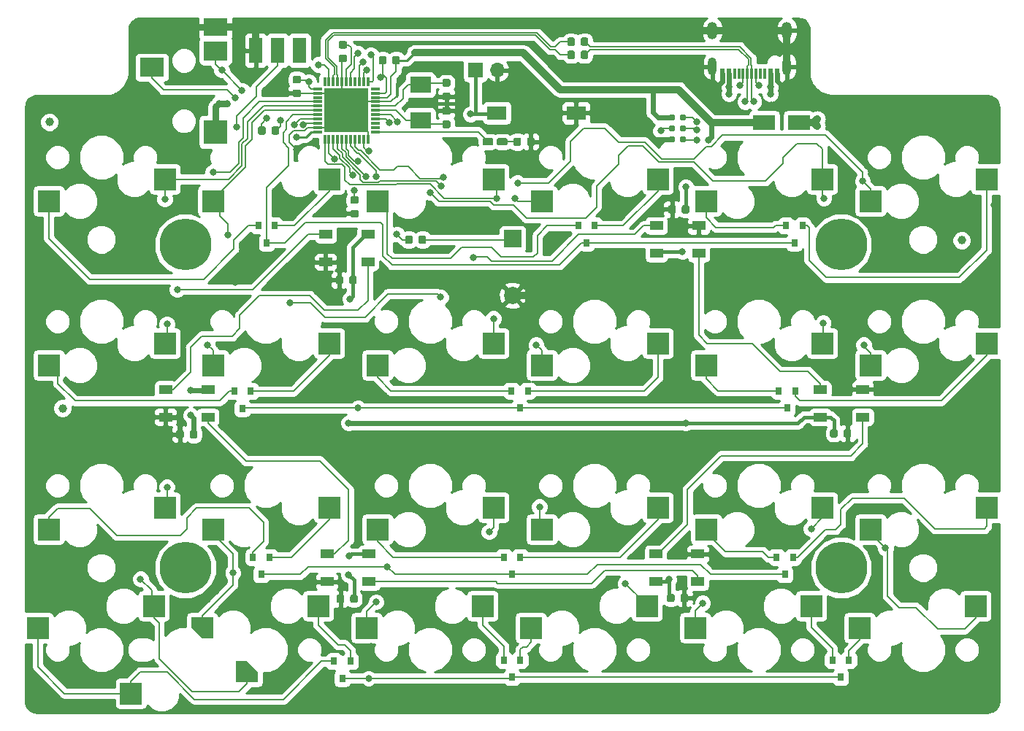
<source format=gbl>
G04 #@! TF.GenerationSoftware,KiCad,Pcbnew,(5.0.1-dev-70-gb7b125d83)*
G04 #@! TF.CreationDate,2019-03-17T16:15:58+01:00*
G04 #@! TF.ProjectId,vitamins_included,766974616D696E735F696E636C756465,rev?*
G04 #@! TF.SameCoordinates,Original*
G04 #@! TF.FileFunction,Copper,L2,Bot,Signal*
G04 #@! TF.FilePolarity,Positive*
%FSLAX46Y46*%
G04 Gerber Fmt 4.6, Leading zero omitted, Abs format (unit mm)*
G04 Created by KiCad (PCBNEW (5.0.1-dev-70-gb7b125d83)) date 03/17/19 16:15:58*
%MOMM*%
%LPD*%
G01*
G04 APERTURE LIST*
G04 #@! TA.AperFunction,Conductor*
%ADD10C,0.100000*%
G04 #@! TD*
G04 #@! TA.AperFunction,SMDPad,CuDef*
%ADD11C,0.875000*%
G04 #@! TD*
G04 #@! TA.AperFunction,SMDPad,CuDef*
%ADD12R,2.550000X2.500000*%
G04 #@! TD*
G04 #@! TA.AperFunction,SMDPad,CuDef*
%ADD13R,2.180000X1.600000*%
G04 #@! TD*
G04 #@! TA.AperFunction,SMDPad,CuDef*
%ADD14C,0.850000*%
G04 #@! TD*
G04 #@! TA.AperFunction,SMDPad,CuDef*
%ADD15R,0.800000X0.900000*%
G04 #@! TD*
G04 #@! TA.AperFunction,WasherPad*
%ADD16C,6.000000*%
G04 #@! TD*
G04 #@! TA.AperFunction,SMDPad,CuDef*
%ADD17C,1.000000*%
G04 #@! TD*
G04 #@! TA.AperFunction,SMDPad,CuDef*
%ADD18R,2.500000X1.800000*%
G04 #@! TD*
G04 #@! TA.AperFunction,ComponentPad*
%ADD19O,1.700000X1.700000*%
G04 #@! TD*
G04 #@! TA.AperFunction,ComponentPad*
%ADD20R,1.700000X1.700000*%
G04 #@! TD*
G04 #@! TA.AperFunction,SMDPad,CuDef*
%ADD21R,2.400000X1.900000*%
G04 #@! TD*
G04 #@! TA.AperFunction,SMDPad,CuDef*
%ADD22R,1.500000X1.000000*%
G04 #@! TD*
G04 #@! TA.AperFunction,ConnectorPad*
%ADD23C,0.787400*%
G04 #@! TD*
G04 #@! TA.AperFunction,BGAPad,CuDef*
%ADD24C,1.000000*%
G04 #@! TD*
G04 #@! TA.AperFunction,SMDPad,CuDef*
%ADD25R,5.080000X5.080000*%
G04 #@! TD*
G04 #@! TA.AperFunction,SMDPad,CuDef*
%ADD26R,0.998220X0.299720*%
G04 #@! TD*
G04 #@! TA.AperFunction,SMDPad,CuDef*
%ADD27R,0.299720X0.998220*%
G04 #@! TD*
G04 #@! TA.AperFunction,SMDPad,CuDef*
%ADD28R,2.800000X2.800000*%
G04 #@! TD*
G04 #@! TA.AperFunction,SMDPad,CuDef*
%ADD29R,2.800000X2.200000*%
G04 #@! TD*
G04 #@! TA.AperFunction,SMDPad,CuDef*
%ADD30R,2.800000X2.000000*%
G04 #@! TD*
G04 #@! TA.AperFunction,SMDPad,CuDef*
%ADD31R,1.500000X3.000000*%
G04 #@! TD*
G04 #@! TA.AperFunction,ComponentPad*
%ADD32C,2.000000*%
G04 #@! TD*
G04 #@! TA.AperFunction,ComponentPad*
%ADD33R,2.000000X2.000000*%
G04 #@! TD*
G04 #@! TA.AperFunction,SMDPad,CuDef*
%ADD34R,0.600000X1.160000*%
G04 #@! TD*
G04 #@! TA.AperFunction,SMDPad,CuDef*
%ADD35R,0.300000X1.160000*%
G04 #@! TD*
G04 #@! TA.AperFunction,ComponentPad*
%ADD36O,1.200000X2.000000*%
G04 #@! TD*
G04 #@! TA.AperFunction,ComponentPad*
%ADD37O,1.000000X2.100000*%
G04 #@! TD*
G04 #@! TA.AperFunction,ViaPad*
%ADD38C,0.800000*%
G04 #@! TD*
G04 #@! TA.AperFunction,Conductor*
%ADD39C,0.152400*%
G04 #@! TD*
G04 #@! TA.AperFunction,Conductor*
%ADD40C,0.609600*%
G04 #@! TD*
G04 #@! TA.AperFunction,Conductor*
%ADD41C,0.400000*%
G04 #@! TD*
G04 #@! TA.AperFunction,Conductor*
%ADD42C,0.200000*%
G04 #@! TD*
G04 #@! TA.AperFunction,Conductor*
%ADD43C,0.812800*%
G04 #@! TD*
G04 #@! TA.AperFunction,Conductor*
%ADD44C,0.203200*%
G04 #@! TD*
G04 #@! TA.AperFunction,Conductor*
%ADD45C,0.800000*%
G04 #@! TD*
G04 #@! TA.AperFunction,Conductor*
%ADD46C,0.600000*%
G04 #@! TD*
G04 #@! TA.AperFunction,Conductor*
%ADD47C,0.254000*%
G04 #@! TD*
G04 APERTURE END LIST*
D10*
G04 #@! TO.N,Net-(D28-Pad1)*
G04 #@! TO.C,R16*
G36*
X57952691Y-14576053D02*
X57973926Y-14579203D01*
X57994750Y-14584419D01*
X58014962Y-14591651D01*
X58034368Y-14600830D01*
X58052781Y-14611866D01*
X58070024Y-14624654D01*
X58085930Y-14639070D01*
X58100346Y-14654976D01*
X58113134Y-14672219D01*
X58124170Y-14690632D01*
X58133349Y-14710038D01*
X58140581Y-14730250D01*
X58145797Y-14751074D01*
X58148947Y-14772309D01*
X58150000Y-14793750D01*
X58150000Y-15306250D01*
X58148947Y-15327691D01*
X58145797Y-15348926D01*
X58140581Y-15369750D01*
X58133349Y-15389962D01*
X58124170Y-15409368D01*
X58113134Y-15427781D01*
X58100346Y-15445024D01*
X58085930Y-15460930D01*
X58070024Y-15475346D01*
X58052781Y-15488134D01*
X58034368Y-15499170D01*
X58014962Y-15508349D01*
X57994750Y-15515581D01*
X57973926Y-15520797D01*
X57952691Y-15523947D01*
X57931250Y-15525000D01*
X57493750Y-15525000D01*
X57472309Y-15523947D01*
X57451074Y-15520797D01*
X57430250Y-15515581D01*
X57410038Y-15508349D01*
X57390632Y-15499170D01*
X57372219Y-15488134D01*
X57354976Y-15475346D01*
X57339070Y-15460930D01*
X57324654Y-15445024D01*
X57311866Y-15427781D01*
X57300830Y-15409368D01*
X57291651Y-15389962D01*
X57284419Y-15369750D01*
X57279203Y-15348926D01*
X57276053Y-15327691D01*
X57275000Y-15306250D01*
X57275000Y-14793750D01*
X57276053Y-14772309D01*
X57279203Y-14751074D01*
X57284419Y-14730250D01*
X57291651Y-14710038D01*
X57300830Y-14690632D01*
X57311866Y-14672219D01*
X57324654Y-14654976D01*
X57339070Y-14639070D01*
X57354976Y-14624654D01*
X57372219Y-14611866D01*
X57390632Y-14600830D01*
X57410038Y-14591651D01*
X57430250Y-14584419D01*
X57451074Y-14579203D01*
X57472309Y-14576053D01*
X57493750Y-14575000D01*
X57931250Y-14575000D01*
X57952691Y-14576053D01*
X57952691Y-14576053D01*
G37*
D11*
G04 #@! TD*
G04 #@! TO.P,R16,1*
G04 #@! TO.N,Net-(D28-Pad1)*
X57712500Y-15050000D03*
D10*
G04 #@! TO.N,GND*
G04 #@! TO.C,R16*
G36*
X59527691Y-14576053D02*
X59548926Y-14579203D01*
X59569750Y-14584419D01*
X59589962Y-14591651D01*
X59609368Y-14600830D01*
X59627781Y-14611866D01*
X59645024Y-14624654D01*
X59660930Y-14639070D01*
X59675346Y-14654976D01*
X59688134Y-14672219D01*
X59699170Y-14690632D01*
X59708349Y-14710038D01*
X59715581Y-14730250D01*
X59720797Y-14751074D01*
X59723947Y-14772309D01*
X59725000Y-14793750D01*
X59725000Y-15306250D01*
X59723947Y-15327691D01*
X59720797Y-15348926D01*
X59715581Y-15369750D01*
X59708349Y-15389962D01*
X59699170Y-15409368D01*
X59688134Y-15427781D01*
X59675346Y-15445024D01*
X59660930Y-15460930D01*
X59645024Y-15475346D01*
X59627781Y-15488134D01*
X59609368Y-15499170D01*
X59589962Y-15508349D01*
X59569750Y-15515581D01*
X59548926Y-15520797D01*
X59527691Y-15523947D01*
X59506250Y-15525000D01*
X59068750Y-15525000D01*
X59047309Y-15523947D01*
X59026074Y-15520797D01*
X59005250Y-15515581D01*
X58985038Y-15508349D01*
X58965632Y-15499170D01*
X58947219Y-15488134D01*
X58929976Y-15475346D01*
X58914070Y-15460930D01*
X58899654Y-15445024D01*
X58886866Y-15427781D01*
X58875830Y-15409368D01*
X58866651Y-15389962D01*
X58859419Y-15369750D01*
X58854203Y-15348926D01*
X58851053Y-15327691D01*
X58850000Y-15306250D01*
X58850000Y-14793750D01*
X58851053Y-14772309D01*
X58854203Y-14751074D01*
X58859419Y-14730250D01*
X58866651Y-14710038D01*
X58875830Y-14690632D01*
X58886866Y-14672219D01*
X58899654Y-14654976D01*
X58914070Y-14639070D01*
X58929976Y-14624654D01*
X58947219Y-14611866D01*
X58965632Y-14600830D01*
X58985038Y-14591651D01*
X59005250Y-14584419D01*
X59026074Y-14579203D01*
X59047309Y-14576053D01*
X59068750Y-14575000D01*
X59506250Y-14575000D01*
X59527691Y-14576053D01*
X59527691Y-14576053D01*
G37*
D11*
G04 #@! TD*
G04 #@! TO.P,R16,2*
G04 #@! TO.N,GND*
X59287500Y-15050000D03*
D12*
G04 #@! TO.P,SW30,1*
G04 #@! TO.N,Net-(D15-Pad2)*
X112110000Y-19390000D03*
G04 #@! TO.P,SW30,2*
G04 #@! TO.N,/Right half/col5*
X98660000Y-21930000D03*
G04 #@! TD*
D10*
G04 #@! TO.N,VCC*
G04 #@! TO.C,R9*
G36*
X43911691Y-5121053D02*
X43932926Y-5124203D01*
X43953750Y-5129419D01*
X43973962Y-5136651D01*
X43993368Y-5145830D01*
X44011781Y-5156866D01*
X44029024Y-5169654D01*
X44044930Y-5184070D01*
X44059346Y-5199976D01*
X44072134Y-5217219D01*
X44083170Y-5235632D01*
X44092349Y-5255038D01*
X44099581Y-5275250D01*
X44104797Y-5296074D01*
X44107947Y-5317309D01*
X44109000Y-5338750D01*
X44109000Y-5851250D01*
X44107947Y-5872691D01*
X44104797Y-5893926D01*
X44099581Y-5914750D01*
X44092349Y-5934962D01*
X44083170Y-5954368D01*
X44072134Y-5972781D01*
X44059346Y-5990024D01*
X44044930Y-6005930D01*
X44029024Y-6020346D01*
X44011781Y-6033134D01*
X43993368Y-6044170D01*
X43973962Y-6053349D01*
X43953750Y-6060581D01*
X43932926Y-6065797D01*
X43911691Y-6068947D01*
X43890250Y-6070000D01*
X43452750Y-6070000D01*
X43431309Y-6068947D01*
X43410074Y-6065797D01*
X43389250Y-6060581D01*
X43369038Y-6053349D01*
X43349632Y-6044170D01*
X43331219Y-6033134D01*
X43313976Y-6020346D01*
X43298070Y-6005930D01*
X43283654Y-5990024D01*
X43270866Y-5972781D01*
X43259830Y-5954368D01*
X43250651Y-5934962D01*
X43243419Y-5914750D01*
X43238203Y-5893926D01*
X43235053Y-5872691D01*
X43234000Y-5851250D01*
X43234000Y-5338750D01*
X43235053Y-5317309D01*
X43238203Y-5296074D01*
X43243419Y-5275250D01*
X43250651Y-5255038D01*
X43259830Y-5235632D01*
X43270866Y-5217219D01*
X43283654Y-5199976D01*
X43298070Y-5184070D01*
X43313976Y-5169654D01*
X43331219Y-5156866D01*
X43349632Y-5145830D01*
X43369038Y-5136651D01*
X43389250Y-5129419D01*
X43410074Y-5124203D01*
X43431309Y-5121053D01*
X43452750Y-5120000D01*
X43890250Y-5120000D01*
X43911691Y-5121053D01*
X43911691Y-5121053D01*
G37*
D11*
G04 #@! TD*
G04 #@! TO.P,R9,2*
G04 #@! TO.N,VCC*
X43671500Y-5595000D03*
D10*
G04 #@! TO.N,/Right half/~RESET*
G04 #@! TO.C,R9*
G36*
X42336691Y-5121053D02*
X42357926Y-5124203D01*
X42378750Y-5129419D01*
X42398962Y-5136651D01*
X42418368Y-5145830D01*
X42436781Y-5156866D01*
X42454024Y-5169654D01*
X42469930Y-5184070D01*
X42484346Y-5199976D01*
X42497134Y-5217219D01*
X42508170Y-5235632D01*
X42517349Y-5255038D01*
X42524581Y-5275250D01*
X42529797Y-5296074D01*
X42532947Y-5317309D01*
X42534000Y-5338750D01*
X42534000Y-5851250D01*
X42532947Y-5872691D01*
X42529797Y-5893926D01*
X42524581Y-5914750D01*
X42517349Y-5934962D01*
X42508170Y-5954368D01*
X42497134Y-5972781D01*
X42484346Y-5990024D01*
X42469930Y-6005930D01*
X42454024Y-6020346D01*
X42436781Y-6033134D01*
X42418368Y-6044170D01*
X42398962Y-6053349D01*
X42378750Y-6060581D01*
X42357926Y-6065797D01*
X42336691Y-6068947D01*
X42315250Y-6070000D01*
X41877750Y-6070000D01*
X41856309Y-6068947D01*
X41835074Y-6065797D01*
X41814250Y-6060581D01*
X41794038Y-6053349D01*
X41774632Y-6044170D01*
X41756219Y-6033134D01*
X41738976Y-6020346D01*
X41723070Y-6005930D01*
X41708654Y-5990024D01*
X41695866Y-5972781D01*
X41684830Y-5954368D01*
X41675651Y-5934962D01*
X41668419Y-5914750D01*
X41663203Y-5893926D01*
X41660053Y-5872691D01*
X41659000Y-5851250D01*
X41659000Y-5338750D01*
X41660053Y-5317309D01*
X41663203Y-5296074D01*
X41668419Y-5275250D01*
X41675651Y-5255038D01*
X41684830Y-5235632D01*
X41695866Y-5217219D01*
X41708654Y-5199976D01*
X41723070Y-5184070D01*
X41738976Y-5169654D01*
X41756219Y-5156866D01*
X41774632Y-5145830D01*
X41794038Y-5136651D01*
X41814250Y-5129419D01*
X41835074Y-5124203D01*
X41856309Y-5121053D01*
X41877750Y-5120000D01*
X42315250Y-5120000D01*
X42336691Y-5121053D01*
X42336691Y-5121053D01*
G37*
D11*
G04 #@! TD*
G04 #@! TO.P,R9,1*
G04 #@! TO.N,/Right half/~RESET*
X42096500Y-5595000D03*
D12*
G04 #@! TO.P,SW41,1*
G04 #@! TO.N,/Right half/col4*
X93060000Y-57490000D03*
G04 #@! TO.P,SW41,2*
G04 #@! TO.N,Net-(D21-Pad1)*
X79610000Y-60030000D03*
G04 #@! TD*
D13*
G04 #@! TO.P,SW50,2*
G04 #@! TO.N,GND*
X64540000Y-11700000D03*
G04 #@! TO.P,SW50,1*
G04 #@! TO.N,/Right half/~RESET*
X55360000Y-11700000D03*
G04 #@! TD*
D10*
G04 #@! TO.N,Net-(D28-Pad2)*
G04 #@! TO.C,D28*
G36*
X54745829Y-14626023D02*
X54766457Y-14629083D01*
X54786685Y-14634150D01*
X54806320Y-14641176D01*
X54825172Y-14650092D01*
X54843059Y-14660813D01*
X54859809Y-14673235D01*
X54875260Y-14687240D01*
X54889265Y-14702691D01*
X54901687Y-14719441D01*
X54912408Y-14737328D01*
X54921324Y-14756180D01*
X54928350Y-14775815D01*
X54933417Y-14796043D01*
X54936477Y-14816671D01*
X54937500Y-14837500D01*
X54937500Y-15262500D01*
X54936477Y-15283329D01*
X54933417Y-15303957D01*
X54928350Y-15324185D01*
X54921324Y-15343820D01*
X54912408Y-15362672D01*
X54901687Y-15380559D01*
X54889265Y-15397309D01*
X54875260Y-15412760D01*
X54859809Y-15426765D01*
X54843059Y-15439187D01*
X54825172Y-15449908D01*
X54806320Y-15458824D01*
X54786685Y-15465850D01*
X54766457Y-15470917D01*
X54745829Y-15473977D01*
X54725000Y-15475000D01*
X53925000Y-15475000D01*
X53904171Y-15473977D01*
X53883543Y-15470917D01*
X53863315Y-15465850D01*
X53843680Y-15458824D01*
X53824828Y-15449908D01*
X53806941Y-15439187D01*
X53790191Y-15426765D01*
X53774740Y-15412760D01*
X53760735Y-15397309D01*
X53748313Y-15380559D01*
X53737592Y-15362672D01*
X53728676Y-15343820D01*
X53721650Y-15324185D01*
X53716583Y-15303957D01*
X53713523Y-15283329D01*
X53712500Y-15262500D01*
X53712500Y-14837500D01*
X53713523Y-14816671D01*
X53716583Y-14796043D01*
X53721650Y-14775815D01*
X53728676Y-14756180D01*
X53737592Y-14737328D01*
X53748313Y-14719441D01*
X53760735Y-14702691D01*
X53774740Y-14687240D01*
X53790191Y-14673235D01*
X53806941Y-14660813D01*
X53824828Y-14650092D01*
X53843680Y-14641176D01*
X53863315Y-14634150D01*
X53883543Y-14629083D01*
X53904171Y-14626023D01*
X53925000Y-14625000D01*
X54725000Y-14625000D01*
X54745829Y-14626023D01*
X54745829Y-14626023D01*
G37*
D14*
G04 #@! TD*
G04 #@! TO.P,D28,2*
G04 #@! TO.N,Net-(D28-Pad2)*
X54325000Y-15050000D03*
D10*
G04 #@! TO.N,Net-(D28-Pad1)*
G04 #@! TO.C,D28*
G36*
X56370829Y-14626023D02*
X56391457Y-14629083D01*
X56411685Y-14634150D01*
X56431320Y-14641176D01*
X56450172Y-14650092D01*
X56468059Y-14660813D01*
X56484809Y-14673235D01*
X56500260Y-14687240D01*
X56514265Y-14702691D01*
X56526687Y-14719441D01*
X56537408Y-14737328D01*
X56546324Y-14756180D01*
X56553350Y-14775815D01*
X56558417Y-14796043D01*
X56561477Y-14816671D01*
X56562500Y-14837500D01*
X56562500Y-15262500D01*
X56561477Y-15283329D01*
X56558417Y-15303957D01*
X56553350Y-15324185D01*
X56546324Y-15343820D01*
X56537408Y-15362672D01*
X56526687Y-15380559D01*
X56514265Y-15397309D01*
X56500260Y-15412760D01*
X56484809Y-15426765D01*
X56468059Y-15439187D01*
X56450172Y-15449908D01*
X56431320Y-15458824D01*
X56411685Y-15465850D01*
X56391457Y-15470917D01*
X56370829Y-15473977D01*
X56350000Y-15475000D01*
X55550000Y-15475000D01*
X55529171Y-15473977D01*
X55508543Y-15470917D01*
X55488315Y-15465850D01*
X55468680Y-15458824D01*
X55449828Y-15449908D01*
X55431941Y-15439187D01*
X55415191Y-15426765D01*
X55399740Y-15412760D01*
X55385735Y-15397309D01*
X55373313Y-15380559D01*
X55362592Y-15362672D01*
X55353676Y-15343820D01*
X55346650Y-15324185D01*
X55341583Y-15303957D01*
X55338523Y-15283329D01*
X55337500Y-15262500D01*
X55337500Y-14837500D01*
X55338523Y-14816671D01*
X55341583Y-14796043D01*
X55346650Y-14775815D01*
X55353676Y-14756180D01*
X55362592Y-14737328D01*
X55373313Y-14719441D01*
X55385735Y-14702691D01*
X55399740Y-14687240D01*
X55415191Y-14673235D01*
X55431941Y-14660813D01*
X55449828Y-14650092D01*
X55468680Y-14641176D01*
X55488315Y-14634150D01*
X55508543Y-14629083D01*
X55529171Y-14626023D01*
X55550000Y-14625000D01*
X56350000Y-14625000D01*
X56370829Y-14626023D01*
X56370829Y-14626023D01*
G37*
D14*
G04 #@! TD*
G04 #@! TO.P,D28,1*
G04 #@! TO.N,Net-(D28-Pad1)*
X55950000Y-15050000D03*
D12*
G04 #@! TO.P,SW34,1*
G04 #@! TO.N,Net-(D17-Pad2)*
X74010000Y-38440000D03*
G04 #@! TO.P,SW34,2*
G04 #@! TO.N,/Right half/col3*
X60560000Y-40980000D03*
G04 #@! TD*
D10*
G04 #@! TO.N,VCC*
G04 #@! TO.C,R12*
G36*
X28352691Y-13276053D02*
X28373926Y-13279203D01*
X28394750Y-13284419D01*
X28414962Y-13291651D01*
X28434368Y-13300830D01*
X28452781Y-13311866D01*
X28470024Y-13324654D01*
X28485930Y-13339070D01*
X28500346Y-13354976D01*
X28513134Y-13372219D01*
X28524170Y-13390632D01*
X28533349Y-13410038D01*
X28540581Y-13430250D01*
X28545797Y-13451074D01*
X28548947Y-13472309D01*
X28550000Y-13493750D01*
X28550000Y-14006250D01*
X28548947Y-14027691D01*
X28545797Y-14048926D01*
X28540581Y-14069750D01*
X28533349Y-14089962D01*
X28524170Y-14109368D01*
X28513134Y-14127781D01*
X28500346Y-14145024D01*
X28485930Y-14160930D01*
X28470024Y-14175346D01*
X28452781Y-14188134D01*
X28434368Y-14199170D01*
X28414962Y-14208349D01*
X28394750Y-14215581D01*
X28373926Y-14220797D01*
X28352691Y-14223947D01*
X28331250Y-14225000D01*
X27893750Y-14225000D01*
X27872309Y-14223947D01*
X27851074Y-14220797D01*
X27830250Y-14215581D01*
X27810038Y-14208349D01*
X27790632Y-14199170D01*
X27772219Y-14188134D01*
X27754976Y-14175346D01*
X27739070Y-14160930D01*
X27724654Y-14145024D01*
X27711866Y-14127781D01*
X27700830Y-14109368D01*
X27691651Y-14089962D01*
X27684419Y-14069750D01*
X27679203Y-14048926D01*
X27676053Y-14027691D01*
X27675000Y-14006250D01*
X27675000Y-13493750D01*
X27676053Y-13472309D01*
X27679203Y-13451074D01*
X27684419Y-13430250D01*
X27691651Y-13410038D01*
X27700830Y-13390632D01*
X27711866Y-13372219D01*
X27724654Y-13354976D01*
X27739070Y-13339070D01*
X27754976Y-13324654D01*
X27772219Y-13311866D01*
X27790632Y-13300830D01*
X27810038Y-13291651D01*
X27830250Y-13284419D01*
X27851074Y-13279203D01*
X27872309Y-13276053D01*
X27893750Y-13275000D01*
X28331250Y-13275000D01*
X28352691Y-13276053D01*
X28352691Y-13276053D01*
G37*
D11*
G04 #@! TD*
G04 #@! TO.P,R12,2*
G04 #@! TO.N,VCC*
X28112500Y-13750000D03*
D10*
G04 #@! TO.N,Net-(R12-Pad1)*
G04 #@! TO.C,R12*
G36*
X29927691Y-13276053D02*
X29948926Y-13279203D01*
X29969750Y-13284419D01*
X29989962Y-13291651D01*
X30009368Y-13300830D01*
X30027781Y-13311866D01*
X30045024Y-13324654D01*
X30060930Y-13339070D01*
X30075346Y-13354976D01*
X30088134Y-13372219D01*
X30099170Y-13390632D01*
X30108349Y-13410038D01*
X30115581Y-13430250D01*
X30120797Y-13451074D01*
X30123947Y-13472309D01*
X30125000Y-13493750D01*
X30125000Y-14006250D01*
X30123947Y-14027691D01*
X30120797Y-14048926D01*
X30115581Y-14069750D01*
X30108349Y-14089962D01*
X30099170Y-14109368D01*
X30088134Y-14127781D01*
X30075346Y-14145024D01*
X30060930Y-14160930D01*
X30045024Y-14175346D01*
X30027781Y-14188134D01*
X30009368Y-14199170D01*
X29989962Y-14208349D01*
X29969750Y-14215581D01*
X29948926Y-14220797D01*
X29927691Y-14223947D01*
X29906250Y-14225000D01*
X29468750Y-14225000D01*
X29447309Y-14223947D01*
X29426074Y-14220797D01*
X29405250Y-14215581D01*
X29385038Y-14208349D01*
X29365632Y-14199170D01*
X29347219Y-14188134D01*
X29329976Y-14175346D01*
X29314070Y-14160930D01*
X29299654Y-14145024D01*
X29286866Y-14127781D01*
X29275830Y-14109368D01*
X29266651Y-14089962D01*
X29259419Y-14069750D01*
X29254203Y-14048926D01*
X29251053Y-14027691D01*
X29250000Y-14006250D01*
X29250000Y-13493750D01*
X29251053Y-13472309D01*
X29254203Y-13451074D01*
X29259419Y-13430250D01*
X29266651Y-13410038D01*
X29275830Y-13390632D01*
X29286866Y-13372219D01*
X29299654Y-13354976D01*
X29314070Y-13339070D01*
X29329976Y-13324654D01*
X29347219Y-13311866D01*
X29365632Y-13300830D01*
X29385038Y-13291651D01*
X29405250Y-13284419D01*
X29426074Y-13279203D01*
X29447309Y-13276053D01*
X29468750Y-13275000D01*
X29906250Y-13275000D01*
X29927691Y-13276053D01*
X29927691Y-13276053D01*
G37*
D11*
G04 #@! TD*
G04 #@! TO.P,R12,1*
G04 #@! TO.N,Net-(R12-Pad1)*
X29687500Y-13750000D03*
D15*
G04 #@! TO.P,D18,3*
G04 #@! TO.N,/Right half/row1*
X88985000Y-45965000D03*
G04 #@! TO.P,D18,2*
G04 #@! TO.N,Net-(D18-Pad2)*
X89935000Y-43965000D03*
G04 #@! TO.P,D18,1*
G04 #@! TO.N,Net-(D18-Pad1)*
X88035000Y-43965000D03*
G04 #@! TD*
D10*
G04 #@! TO.N,GND*
G04 #@! TO.C,C5*
G36*
X32436691Y-8978053D02*
X32457926Y-8981203D01*
X32478750Y-8986419D01*
X32498962Y-8993651D01*
X32518368Y-9002830D01*
X32536781Y-9013866D01*
X32554024Y-9026654D01*
X32569930Y-9041070D01*
X32584346Y-9056976D01*
X32597134Y-9074219D01*
X32608170Y-9092632D01*
X32617349Y-9112038D01*
X32624581Y-9132250D01*
X32629797Y-9153074D01*
X32632947Y-9174309D01*
X32634000Y-9195750D01*
X32634000Y-9633250D01*
X32632947Y-9654691D01*
X32629797Y-9675926D01*
X32624581Y-9696750D01*
X32617349Y-9716962D01*
X32608170Y-9736368D01*
X32597134Y-9754781D01*
X32584346Y-9772024D01*
X32569930Y-9787930D01*
X32554024Y-9802346D01*
X32536781Y-9815134D01*
X32518368Y-9826170D01*
X32498962Y-9835349D01*
X32478750Y-9842581D01*
X32457926Y-9847797D01*
X32436691Y-9850947D01*
X32415250Y-9852000D01*
X31902750Y-9852000D01*
X31881309Y-9850947D01*
X31860074Y-9847797D01*
X31839250Y-9842581D01*
X31819038Y-9835349D01*
X31799632Y-9826170D01*
X31781219Y-9815134D01*
X31763976Y-9802346D01*
X31748070Y-9787930D01*
X31733654Y-9772024D01*
X31720866Y-9754781D01*
X31709830Y-9736368D01*
X31700651Y-9716962D01*
X31693419Y-9696750D01*
X31688203Y-9675926D01*
X31685053Y-9654691D01*
X31684000Y-9633250D01*
X31684000Y-9195750D01*
X31685053Y-9174309D01*
X31688203Y-9153074D01*
X31693419Y-9132250D01*
X31700651Y-9112038D01*
X31709830Y-9092632D01*
X31720866Y-9074219D01*
X31733654Y-9056976D01*
X31748070Y-9041070D01*
X31763976Y-9026654D01*
X31781219Y-9013866D01*
X31799632Y-9002830D01*
X31819038Y-8993651D01*
X31839250Y-8986419D01*
X31860074Y-8981203D01*
X31881309Y-8978053D01*
X31902750Y-8977000D01*
X32415250Y-8977000D01*
X32436691Y-8978053D01*
X32436691Y-8978053D01*
G37*
D11*
G04 #@! TD*
G04 #@! TO.P,C5,2*
G04 #@! TO.N,GND*
X32159000Y-9414500D03*
D10*
G04 #@! TO.N,VCC*
G04 #@! TO.C,C5*
G36*
X32436691Y-7403053D02*
X32457926Y-7406203D01*
X32478750Y-7411419D01*
X32498962Y-7418651D01*
X32518368Y-7427830D01*
X32536781Y-7438866D01*
X32554024Y-7451654D01*
X32569930Y-7466070D01*
X32584346Y-7481976D01*
X32597134Y-7499219D01*
X32608170Y-7517632D01*
X32617349Y-7537038D01*
X32624581Y-7557250D01*
X32629797Y-7578074D01*
X32632947Y-7599309D01*
X32634000Y-7620750D01*
X32634000Y-8058250D01*
X32632947Y-8079691D01*
X32629797Y-8100926D01*
X32624581Y-8121750D01*
X32617349Y-8141962D01*
X32608170Y-8161368D01*
X32597134Y-8179781D01*
X32584346Y-8197024D01*
X32569930Y-8212930D01*
X32554024Y-8227346D01*
X32536781Y-8240134D01*
X32518368Y-8251170D01*
X32498962Y-8260349D01*
X32478750Y-8267581D01*
X32457926Y-8272797D01*
X32436691Y-8275947D01*
X32415250Y-8277000D01*
X31902750Y-8277000D01*
X31881309Y-8275947D01*
X31860074Y-8272797D01*
X31839250Y-8267581D01*
X31819038Y-8260349D01*
X31799632Y-8251170D01*
X31781219Y-8240134D01*
X31763976Y-8227346D01*
X31748070Y-8212930D01*
X31733654Y-8197024D01*
X31720866Y-8179781D01*
X31709830Y-8161368D01*
X31700651Y-8141962D01*
X31693419Y-8121750D01*
X31688203Y-8100926D01*
X31685053Y-8079691D01*
X31684000Y-8058250D01*
X31684000Y-7620750D01*
X31685053Y-7599309D01*
X31688203Y-7578074D01*
X31693419Y-7557250D01*
X31700651Y-7537038D01*
X31709830Y-7517632D01*
X31720866Y-7499219D01*
X31733654Y-7481976D01*
X31748070Y-7466070D01*
X31763976Y-7451654D01*
X31781219Y-7438866D01*
X31799632Y-7427830D01*
X31819038Y-7418651D01*
X31839250Y-7411419D01*
X31860074Y-7406203D01*
X31881309Y-7403053D01*
X31902750Y-7402000D01*
X32415250Y-7402000D01*
X32436691Y-7403053D01*
X32436691Y-7403053D01*
G37*
D11*
G04 #@! TD*
G04 #@! TO.P,C5,1*
G04 #@! TO.N,VCC*
X32159000Y-7839500D03*
D16*
G04 #@! TO.P,REF\002A\002A,*
G04 #@! TO.N,*
X19250000Y-64473000D03*
G04 #@! TD*
D17*
G04 #@! TO.P,SW43,1*
G04 #@! TO.N,/Right half/col0*
X26385000Y-76540000D03*
D10*
G04 #@! TD*
G04 #@! TO.N,/Right half/col0*
G04 #@! TO.C,SW43*
G36*
X27660000Y-76540000D02*
X27660000Y-77790000D01*
X25110000Y-77790000D01*
X25110000Y-75290000D01*
X26385000Y-75290000D01*
X27660000Y-76540000D01*
X27660000Y-76540000D01*
G37*
D12*
G04 #@! TO.P,SW43,2*
G04 #@! TO.N,Net-(D22-Pad1)*
X12935000Y-79080000D03*
G04 #@! TD*
G04 #@! TO.P,SW47,1*
G04 #@! TO.N,/Right half/col4*
X78340000Y-71460000D03*
G04 #@! TO.P,SW47,2*
G04 #@! TO.N,Net-(D24-Pad1)*
X91790000Y-68920000D03*
G04 #@! TD*
D15*
G04 #@! TO.P,D23,3*
G04 #@! TO.N,/Right half/row3*
X57108000Y-77207000D03*
G04 #@! TO.P,D23,2*
G04 #@! TO.N,Net-(D23-Pad2)*
X58058000Y-75207000D03*
G04 #@! TO.P,D23,1*
G04 #@! TO.N,Net-(D23-Pad1)*
X56158000Y-75207000D03*
G04 #@! TD*
D16*
G04 #@! TO.P,REF\002A\002A,*
G04 #@! TO.N,*
X95250000Y-64500000D03*
G04 #@! TD*
D12*
G04 #@! TO.P,SW48,1*
G04 #@! TO.N,Net-(D24-Pad2)*
X97390000Y-71460000D03*
G04 #@! TO.P,SW48,2*
G04 #@! TO.N,/Right half/col5*
X110840000Y-68920000D03*
G04 #@! TD*
D15*
G04 #@! TO.P,D14,1*
G04 #@! TO.N,Net-(D14-Pad1)*
X64794000Y-24788000D03*
G04 #@! TO.P,D14,2*
G04 #@! TO.N,Net-(D14-Pad2)*
X66694000Y-24788000D03*
G04 #@! TO.P,D14,3*
G04 #@! TO.N,/Right half/row0*
X65744000Y-26788000D03*
G04 #@! TD*
D16*
G04 #@! TO.P,REF\002A\002A,*
G04 #@! TO.N,*
X19250000Y-27000000D03*
G04 #@! TD*
D12*
G04 #@! TO.P,SW45,1*
G04 #@! TO.N,/Right half/col2*
X40240000Y-71460000D03*
G04 #@! TO.P,SW45,2*
G04 #@! TO.N,Net-(D23-Pad1)*
X53690000Y-68920000D03*
G04 #@! TD*
G04 #@! TO.P,SW43,2*
G04 #@! TO.N,Net-(D22-Pad1)*
X2140000Y-71460000D03*
G04 #@! TO.P,SW43,1*
G04 #@! TO.N,/Right half/col0*
X15590000Y-68920000D03*
G04 #@! TD*
G04 #@! TO.P,SW40,1*
G04 #@! TO.N,Net-(D20-Pad2)*
X74010000Y-57490000D03*
G04 #@! TO.P,SW40,2*
G04 #@! TO.N,/Right half/col3*
X60560000Y-60030000D03*
G04 #@! TD*
D15*
G04 #@! TO.P,D16,3*
G04 #@! TO.N,/Right half/row1*
X25850000Y-46000000D03*
G04 #@! TO.P,D16,2*
G04 #@! TO.N,Net-(D16-Pad2)*
X26800000Y-44000000D03*
G04 #@! TO.P,D16,1*
G04 #@! TO.N,Net-(D16-Pad1)*
X24900000Y-44000000D03*
G04 #@! TD*
D18*
G04 #@! TO.P,D26,2*
G04 #@! TO.N,VBUS*
X90350000Y-12850000D03*
G04 #@! TO.P,D26,1*
G04 #@! TO.N,VCC*
X86350000Y-12850000D03*
G04 #@! TD*
D10*
G04 #@! TO.N,GND*
G04 #@! TO.C,C6*
G36*
X49777691Y-11026053D02*
X49798926Y-11029203D01*
X49819750Y-11034419D01*
X49839962Y-11041651D01*
X49859368Y-11050830D01*
X49877781Y-11061866D01*
X49895024Y-11074654D01*
X49910930Y-11089070D01*
X49925346Y-11104976D01*
X49938134Y-11122219D01*
X49949170Y-11140632D01*
X49958349Y-11160038D01*
X49965581Y-11180250D01*
X49970797Y-11201074D01*
X49973947Y-11222309D01*
X49975000Y-11243750D01*
X49975000Y-11681250D01*
X49973947Y-11702691D01*
X49970797Y-11723926D01*
X49965581Y-11744750D01*
X49958349Y-11764962D01*
X49949170Y-11784368D01*
X49938134Y-11802781D01*
X49925346Y-11820024D01*
X49910930Y-11835930D01*
X49895024Y-11850346D01*
X49877781Y-11863134D01*
X49859368Y-11874170D01*
X49839962Y-11883349D01*
X49819750Y-11890581D01*
X49798926Y-11895797D01*
X49777691Y-11898947D01*
X49756250Y-11900000D01*
X49243750Y-11900000D01*
X49222309Y-11898947D01*
X49201074Y-11895797D01*
X49180250Y-11890581D01*
X49160038Y-11883349D01*
X49140632Y-11874170D01*
X49122219Y-11863134D01*
X49104976Y-11850346D01*
X49089070Y-11835930D01*
X49074654Y-11820024D01*
X49061866Y-11802781D01*
X49050830Y-11784368D01*
X49041651Y-11764962D01*
X49034419Y-11744750D01*
X49029203Y-11723926D01*
X49026053Y-11702691D01*
X49025000Y-11681250D01*
X49025000Y-11243750D01*
X49026053Y-11222309D01*
X49029203Y-11201074D01*
X49034419Y-11180250D01*
X49041651Y-11160038D01*
X49050830Y-11140632D01*
X49061866Y-11122219D01*
X49074654Y-11104976D01*
X49089070Y-11089070D01*
X49104976Y-11074654D01*
X49122219Y-11061866D01*
X49140632Y-11050830D01*
X49160038Y-11041651D01*
X49180250Y-11034419D01*
X49201074Y-11029203D01*
X49222309Y-11026053D01*
X49243750Y-11025000D01*
X49756250Y-11025000D01*
X49777691Y-11026053D01*
X49777691Y-11026053D01*
G37*
D11*
G04 #@! TD*
G04 #@! TO.P,C6,2*
G04 #@! TO.N,GND*
X49500000Y-11462500D03*
D10*
G04 #@! TO.N,Net-(C6-Pad1)*
G04 #@! TO.C,C6*
G36*
X49777691Y-12601053D02*
X49798926Y-12604203D01*
X49819750Y-12609419D01*
X49839962Y-12616651D01*
X49859368Y-12625830D01*
X49877781Y-12636866D01*
X49895024Y-12649654D01*
X49910930Y-12664070D01*
X49925346Y-12679976D01*
X49938134Y-12697219D01*
X49949170Y-12715632D01*
X49958349Y-12735038D01*
X49965581Y-12755250D01*
X49970797Y-12776074D01*
X49973947Y-12797309D01*
X49975000Y-12818750D01*
X49975000Y-13256250D01*
X49973947Y-13277691D01*
X49970797Y-13298926D01*
X49965581Y-13319750D01*
X49958349Y-13339962D01*
X49949170Y-13359368D01*
X49938134Y-13377781D01*
X49925346Y-13395024D01*
X49910930Y-13410930D01*
X49895024Y-13425346D01*
X49877781Y-13438134D01*
X49859368Y-13449170D01*
X49839962Y-13458349D01*
X49819750Y-13465581D01*
X49798926Y-13470797D01*
X49777691Y-13473947D01*
X49756250Y-13475000D01*
X49243750Y-13475000D01*
X49222309Y-13473947D01*
X49201074Y-13470797D01*
X49180250Y-13465581D01*
X49160038Y-13458349D01*
X49140632Y-13449170D01*
X49122219Y-13438134D01*
X49104976Y-13425346D01*
X49089070Y-13410930D01*
X49074654Y-13395024D01*
X49061866Y-13377781D01*
X49050830Y-13359368D01*
X49041651Y-13339962D01*
X49034419Y-13319750D01*
X49029203Y-13298926D01*
X49026053Y-13277691D01*
X49025000Y-13256250D01*
X49025000Y-12818750D01*
X49026053Y-12797309D01*
X49029203Y-12776074D01*
X49034419Y-12755250D01*
X49041651Y-12735038D01*
X49050830Y-12715632D01*
X49061866Y-12697219D01*
X49074654Y-12679976D01*
X49089070Y-12664070D01*
X49104976Y-12649654D01*
X49122219Y-12636866D01*
X49140632Y-12625830D01*
X49160038Y-12616651D01*
X49180250Y-12609419D01*
X49201074Y-12604203D01*
X49222309Y-12601053D01*
X49243750Y-12600000D01*
X49756250Y-12600000D01*
X49777691Y-12601053D01*
X49777691Y-12601053D01*
G37*
D11*
G04 #@! TD*
G04 #@! TO.P,C6,1*
G04 #@! TO.N,Net-(C6-Pad1)*
X49500000Y-13037500D03*
D12*
G04 #@! TO.P,SW39,1*
G04 #@! TO.N,/Right half/col2*
X54960000Y-57490000D03*
G04 #@! TO.P,SW39,2*
G04 #@! TO.N,Net-(D20-Pad1)*
X41510000Y-60030000D03*
G04 #@! TD*
D16*
G04 #@! TO.P,REF\002A\002A,*
G04 #@! TO.N,*
X95250000Y-27000000D03*
G04 #@! TD*
D12*
G04 #@! TO.P,SW35,1*
G04 #@! TO.N,/Right half/col4*
X93060000Y-38440000D03*
G04 #@! TO.P,SW35,2*
G04 #@! TO.N,Net-(D18-Pad1)*
X79610000Y-40980000D03*
G04 #@! TD*
G04 #@! TO.P,SW38,1*
G04 #@! TO.N,Net-(D19-Pad2)*
X35910000Y-57490000D03*
G04 #@! TO.P,SW38,2*
G04 #@! TO.N,/Right half/col1*
X22460000Y-60030000D03*
G04 #@! TD*
D19*
G04 #@! TO.P,J4,2*
G04 #@! TO.N,GND*
X55400000Y-6750000D03*
D20*
G04 #@! TO.P,J4,1*
G04 #@! TO.N,/Right half/~RESET*
X52860000Y-6750000D03*
G04 #@! TD*
D21*
G04 #@! TO.P,Y2,2*
G04 #@! TO.N,Net-(C7-Pad1)*
X46500000Y-8450000D03*
G04 #@! TO.P,Y2,1*
G04 #@! TO.N,Net-(C6-Pad1)*
X46500000Y-12550000D03*
G04 #@! TD*
D15*
G04 #@! TO.P,D24,3*
G04 #@! TO.N,/Right half/row3*
X95208000Y-77207000D03*
G04 #@! TO.P,D24,2*
G04 #@! TO.N,Net-(D24-Pad2)*
X96158000Y-75207000D03*
G04 #@! TO.P,D24,1*
G04 #@! TO.N,Net-(D24-Pad1)*
X94258000Y-75207000D03*
G04 #@! TD*
G04 #@! TO.P,D20,1*
G04 #@! TO.N,Net-(D20-Pad1)*
X56158000Y-63269000D03*
G04 #@! TO.P,D20,2*
G04 #@! TO.N,Net-(D20-Pad2)*
X58058000Y-63269000D03*
G04 #@! TO.P,D20,3*
G04 #@! TO.N,/Right half/row2*
X57108000Y-65269000D03*
G04 #@! TD*
D10*
G04 #@! TO.N,Net-(J5-Pad1)*
G04 #@! TO.C,R10*
G36*
X46959691Y-25949053D02*
X46980926Y-25952203D01*
X47001750Y-25957419D01*
X47021962Y-25964651D01*
X47041368Y-25973830D01*
X47059781Y-25984866D01*
X47077024Y-25997654D01*
X47092930Y-26012070D01*
X47107346Y-26027976D01*
X47120134Y-26045219D01*
X47131170Y-26063632D01*
X47140349Y-26083038D01*
X47147581Y-26103250D01*
X47152797Y-26124074D01*
X47155947Y-26145309D01*
X47157000Y-26166750D01*
X47157000Y-26679250D01*
X47155947Y-26700691D01*
X47152797Y-26721926D01*
X47147581Y-26742750D01*
X47140349Y-26762962D01*
X47131170Y-26782368D01*
X47120134Y-26800781D01*
X47107346Y-26818024D01*
X47092930Y-26833930D01*
X47077024Y-26848346D01*
X47059781Y-26861134D01*
X47041368Y-26872170D01*
X47021962Y-26881349D01*
X47001750Y-26888581D01*
X46980926Y-26893797D01*
X46959691Y-26896947D01*
X46938250Y-26898000D01*
X46500750Y-26898000D01*
X46479309Y-26896947D01*
X46458074Y-26893797D01*
X46437250Y-26888581D01*
X46417038Y-26881349D01*
X46397632Y-26872170D01*
X46379219Y-26861134D01*
X46361976Y-26848346D01*
X46346070Y-26833930D01*
X46331654Y-26818024D01*
X46318866Y-26800781D01*
X46307830Y-26782368D01*
X46298651Y-26762962D01*
X46291419Y-26742750D01*
X46286203Y-26721926D01*
X46283053Y-26700691D01*
X46282000Y-26679250D01*
X46282000Y-26166750D01*
X46283053Y-26145309D01*
X46286203Y-26124074D01*
X46291419Y-26103250D01*
X46298651Y-26083038D01*
X46307830Y-26063632D01*
X46318866Y-26045219D01*
X46331654Y-26027976D01*
X46346070Y-26012070D01*
X46361976Y-25997654D01*
X46379219Y-25984866D01*
X46397632Y-25973830D01*
X46417038Y-25964651D01*
X46437250Y-25957419D01*
X46458074Y-25952203D01*
X46479309Y-25949053D01*
X46500750Y-25948000D01*
X46938250Y-25948000D01*
X46959691Y-25949053D01*
X46959691Y-25949053D01*
G37*
D11*
G04 #@! TD*
G04 #@! TO.P,R10,2*
G04 #@! TO.N,Net-(J5-Pad1)*
X46719500Y-26423000D03*
D10*
G04 #@! TO.N,/Right half/buzz*
G04 #@! TO.C,R10*
G36*
X45384691Y-25949053D02*
X45405926Y-25952203D01*
X45426750Y-25957419D01*
X45446962Y-25964651D01*
X45466368Y-25973830D01*
X45484781Y-25984866D01*
X45502024Y-25997654D01*
X45517930Y-26012070D01*
X45532346Y-26027976D01*
X45545134Y-26045219D01*
X45556170Y-26063632D01*
X45565349Y-26083038D01*
X45572581Y-26103250D01*
X45577797Y-26124074D01*
X45580947Y-26145309D01*
X45582000Y-26166750D01*
X45582000Y-26679250D01*
X45580947Y-26700691D01*
X45577797Y-26721926D01*
X45572581Y-26742750D01*
X45565349Y-26762962D01*
X45556170Y-26782368D01*
X45545134Y-26800781D01*
X45532346Y-26818024D01*
X45517930Y-26833930D01*
X45502024Y-26848346D01*
X45484781Y-26861134D01*
X45466368Y-26872170D01*
X45446962Y-26881349D01*
X45426750Y-26888581D01*
X45405926Y-26893797D01*
X45384691Y-26896947D01*
X45363250Y-26898000D01*
X44925750Y-26898000D01*
X44904309Y-26896947D01*
X44883074Y-26893797D01*
X44862250Y-26888581D01*
X44842038Y-26881349D01*
X44822632Y-26872170D01*
X44804219Y-26861134D01*
X44786976Y-26848346D01*
X44771070Y-26833930D01*
X44756654Y-26818024D01*
X44743866Y-26800781D01*
X44732830Y-26782368D01*
X44723651Y-26762962D01*
X44716419Y-26742750D01*
X44711203Y-26721926D01*
X44708053Y-26700691D01*
X44707000Y-26679250D01*
X44707000Y-26166750D01*
X44708053Y-26145309D01*
X44711203Y-26124074D01*
X44716419Y-26103250D01*
X44723651Y-26083038D01*
X44732830Y-26063632D01*
X44743866Y-26045219D01*
X44756654Y-26027976D01*
X44771070Y-26012070D01*
X44786976Y-25997654D01*
X44804219Y-25984866D01*
X44822632Y-25973830D01*
X44842038Y-25964651D01*
X44862250Y-25957419D01*
X44883074Y-25952203D01*
X44904309Y-25949053D01*
X44925750Y-25948000D01*
X45363250Y-25948000D01*
X45384691Y-25949053D01*
X45384691Y-25949053D01*
G37*
D11*
G04 #@! TD*
G04 #@! TO.P,R10,1*
G04 #@! TO.N,/Right half/buzz*
X45144500Y-26423000D03*
D10*
G04 #@! TO.N,GND*
G04 #@! TO.C,C8*
G36*
X37770691Y-4939453D02*
X37791926Y-4942603D01*
X37812750Y-4947819D01*
X37832962Y-4955051D01*
X37852368Y-4964230D01*
X37870781Y-4975266D01*
X37888024Y-4988054D01*
X37903930Y-5002470D01*
X37918346Y-5018376D01*
X37931134Y-5035619D01*
X37942170Y-5054032D01*
X37951349Y-5073438D01*
X37958581Y-5093650D01*
X37963797Y-5114474D01*
X37966947Y-5135709D01*
X37968000Y-5157150D01*
X37968000Y-5594650D01*
X37966947Y-5616091D01*
X37963797Y-5637326D01*
X37958581Y-5658150D01*
X37951349Y-5678362D01*
X37942170Y-5697768D01*
X37931134Y-5716181D01*
X37918346Y-5733424D01*
X37903930Y-5749330D01*
X37888024Y-5763746D01*
X37870781Y-5776534D01*
X37852368Y-5787570D01*
X37832962Y-5796749D01*
X37812750Y-5803981D01*
X37791926Y-5809197D01*
X37770691Y-5812347D01*
X37749250Y-5813400D01*
X37236750Y-5813400D01*
X37215309Y-5812347D01*
X37194074Y-5809197D01*
X37173250Y-5803981D01*
X37153038Y-5796749D01*
X37133632Y-5787570D01*
X37115219Y-5776534D01*
X37097976Y-5763746D01*
X37082070Y-5749330D01*
X37067654Y-5733424D01*
X37054866Y-5716181D01*
X37043830Y-5697768D01*
X37034651Y-5678362D01*
X37027419Y-5658150D01*
X37022203Y-5637326D01*
X37019053Y-5616091D01*
X37018000Y-5594650D01*
X37018000Y-5157150D01*
X37019053Y-5135709D01*
X37022203Y-5114474D01*
X37027419Y-5093650D01*
X37034651Y-5073438D01*
X37043830Y-5054032D01*
X37054866Y-5035619D01*
X37067654Y-5018376D01*
X37082070Y-5002470D01*
X37097976Y-4988054D01*
X37115219Y-4975266D01*
X37133632Y-4964230D01*
X37153038Y-4955051D01*
X37173250Y-4947819D01*
X37194074Y-4942603D01*
X37215309Y-4939453D01*
X37236750Y-4938400D01*
X37749250Y-4938400D01*
X37770691Y-4939453D01*
X37770691Y-4939453D01*
G37*
D11*
G04 #@! TD*
G04 #@! TO.P,C8,2*
G04 #@! TO.N,GND*
X37493000Y-5375900D03*
D10*
G04 #@! TO.N,Net-(C8-Pad1)*
G04 #@! TO.C,C8*
G36*
X37770691Y-3364453D02*
X37791926Y-3367603D01*
X37812750Y-3372819D01*
X37832962Y-3380051D01*
X37852368Y-3389230D01*
X37870781Y-3400266D01*
X37888024Y-3413054D01*
X37903930Y-3427470D01*
X37918346Y-3443376D01*
X37931134Y-3460619D01*
X37942170Y-3479032D01*
X37951349Y-3498438D01*
X37958581Y-3518650D01*
X37963797Y-3539474D01*
X37966947Y-3560709D01*
X37968000Y-3582150D01*
X37968000Y-4019650D01*
X37966947Y-4041091D01*
X37963797Y-4062326D01*
X37958581Y-4083150D01*
X37951349Y-4103362D01*
X37942170Y-4122768D01*
X37931134Y-4141181D01*
X37918346Y-4158424D01*
X37903930Y-4174330D01*
X37888024Y-4188746D01*
X37870781Y-4201534D01*
X37852368Y-4212570D01*
X37832962Y-4221749D01*
X37812750Y-4228981D01*
X37791926Y-4234197D01*
X37770691Y-4237347D01*
X37749250Y-4238400D01*
X37236750Y-4238400D01*
X37215309Y-4237347D01*
X37194074Y-4234197D01*
X37173250Y-4228981D01*
X37153038Y-4221749D01*
X37133632Y-4212570D01*
X37115219Y-4201534D01*
X37097976Y-4188746D01*
X37082070Y-4174330D01*
X37067654Y-4158424D01*
X37054866Y-4141181D01*
X37043830Y-4122768D01*
X37034651Y-4103362D01*
X37027419Y-4083150D01*
X37022203Y-4062326D01*
X37019053Y-4041091D01*
X37018000Y-4019650D01*
X37018000Y-3582150D01*
X37019053Y-3560709D01*
X37022203Y-3539474D01*
X37027419Y-3518650D01*
X37034651Y-3498438D01*
X37043830Y-3479032D01*
X37054866Y-3460619D01*
X37067654Y-3443376D01*
X37082070Y-3427470D01*
X37097976Y-3413054D01*
X37115219Y-3400266D01*
X37133632Y-3389230D01*
X37153038Y-3380051D01*
X37173250Y-3372819D01*
X37194074Y-3367603D01*
X37215309Y-3364453D01*
X37236750Y-3363400D01*
X37749250Y-3363400D01*
X37770691Y-3364453D01*
X37770691Y-3364453D01*
G37*
D11*
G04 #@! TD*
G04 #@! TO.P,C8,1*
G04 #@! TO.N,Net-(C8-Pad1)*
X37493000Y-3800900D03*
D15*
G04 #@! TO.P,D21,3*
G04 #@! TO.N,/Right half/row2*
X88731000Y-65269000D03*
G04 #@! TO.P,D21,2*
G04 #@! TO.N,Net-(D21-Pad2)*
X89681000Y-63269000D03*
G04 #@! TO.P,D21,1*
G04 #@! TO.N,Net-(D21-Pad1)*
X87781000Y-63269000D03*
G04 #@! TD*
D22*
G04 #@! TO.P,D36,3*
G04 #@! TO.N,GND*
X16950000Y-47000000D03*
G04 #@! TO.P,D36,4*
G04 #@! TO.N,Net-(D35-Pad2)*
X16950000Y-43800000D03*
G04 #@! TO.P,D36,2*
G04 #@! TO.N,Net-(D36-Pad2)*
X21850000Y-47000000D03*
G04 #@! TO.P,D36,1*
G04 #@! TO.N,VCC*
X21850000Y-43800000D03*
G04 #@! TD*
D15*
G04 #@! TO.P,D13,3*
G04 #@! TO.N,/Right half/row0*
X28660000Y-26788000D03*
G04 #@! TO.P,D13,2*
G04 #@! TO.N,Net-(D13-Pad2)*
X29610000Y-24788000D03*
G04 #@! TO.P,D13,1*
G04 #@! TO.N,Net-(D13-Pad1)*
X27710000Y-24788000D03*
G04 #@! TD*
D12*
G04 #@! TO.P,SW33,1*
G04 #@! TO.N,/Right half/col2*
X54960000Y-38440000D03*
G04 #@! TO.P,SW33,2*
G04 #@! TO.N,Net-(D17-Pad1)*
X41510000Y-40980000D03*
G04 #@! TD*
D23*
G04 #@! TO.P,J6,1*
G04 #@! TO.N,/Right half/MISO*
X76885000Y-12230000D03*
G04 #@! TO.P,J6,2*
G04 #@! TO.N,VCC*
X75615000Y-12230000D03*
G04 #@! TO.P,J6,3*
G04 #@! TO.N,/Right half/SCK*
X76885000Y-13500000D03*
G04 #@! TO.P,J6,4*
G04 #@! TO.N,/Right half/MOSI*
X75615000Y-13500000D03*
G04 #@! TO.P,J6,5*
G04 #@! TO.N,/Right half/~RESET*
X76885000Y-14770000D03*
G04 #@! TO.P,J6,6*
G04 #@! TO.N,GND*
X75615000Y-14770000D03*
G04 #@! TD*
D12*
G04 #@! TO.P,SW46,1*
G04 #@! TO.N,Net-(D23-Pad2)*
X59290000Y-71460000D03*
G04 #@! TO.P,SW46,2*
G04 #@! TO.N,/Right half/col3*
X72740000Y-68920000D03*
G04 #@! TD*
D15*
G04 #@! TO.P,D15,3*
G04 #@! TO.N,/Right half/row0*
X89835000Y-26788000D03*
G04 #@! TO.P,D15,2*
G04 #@! TO.N,Net-(D15-Pad2)*
X90785000Y-24788000D03*
G04 #@! TO.P,D15,1*
G04 #@! TO.N,Net-(D15-Pad1)*
X88885000Y-24788000D03*
G04 #@! TD*
D24*
G04 #@! TO.P,FID4,~*
G04 #@! TO.N,N/C*
X109250000Y-26500000D03*
G04 #@! TD*
D15*
G04 #@! TO.P,D19,3*
G04 #@! TO.N,/Right half/row2*
X28025000Y-65269000D03*
G04 #@! TO.P,D19,2*
G04 #@! TO.N,Net-(D19-Pad2)*
X28975000Y-63269000D03*
G04 #@! TO.P,D19,1*
G04 #@! TO.N,Net-(D19-Pad1)*
X27075000Y-63269000D03*
G04 #@! TD*
D22*
G04 #@! TO.P,D37,1*
G04 #@! TO.N,VCC*
X40550000Y-62900000D03*
G04 #@! TO.P,D37,2*
G04 #@! TO.N,Net-(D37-Pad2)*
X40550000Y-66100000D03*
G04 #@! TO.P,D37,4*
G04 #@! TO.N,Net-(D36-Pad2)*
X35650000Y-62900000D03*
G04 #@! TO.P,D37,3*
G04 #@! TO.N,GND*
X35650000Y-66100000D03*
G04 #@! TD*
D15*
G04 #@! TO.P,D17,1*
G04 #@! TO.N,Net-(D17-Pad1)*
X57047000Y-43965000D03*
G04 #@! TO.P,D17,2*
G04 #@! TO.N,Net-(D17-Pad2)*
X58947000Y-43965000D03*
G04 #@! TO.P,D17,3*
G04 #@! TO.N,/Right half/row1*
X57997000Y-45965000D03*
G04 #@! TD*
D12*
G04 #@! TO.P,SW32,1*
G04 #@! TO.N,Net-(D16-Pad2)*
X35910000Y-38440000D03*
G04 #@! TO.P,SW32,2*
G04 #@! TO.N,/Right half/col1*
X22460000Y-40980000D03*
G04 #@! TD*
D25*
G04 #@! TO.P,U2,TAB*
G04 #@! TO.N,GND*
X37892518Y-11411000D03*
D26*
G04 #@! TO.P,U2,44*
G04 #@! TO.N,VCC*
X34544798Y-8911640D03*
G04 #@! TO.P,U2,43*
G04 #@! TO.N,GND*
X34544798Y-9412020D03*
G04 #@! TO.P,U2,42*
G04 #@! TO.N,N/C*
X34544798Y-9912400D03*
G04 #@! TO.P,U2,41*
G04 #@! TO.N,/Right half/WD2812-in*
X34544798Y-10412780D03*
G04 #@! TO.P,U2,40*
G04 #@! TO.N,/Right half/col0*
X34544798Y-10913160D03*
G04 #@! TO.P,U2,39*
G04 #@! TO.N,/Right half/col1*
X34544798Y-11411000D03*
G04 #@! TO.P,U2,38*
G04 #@! TO.N,/Right half/row0*
X34544798Y-11908840D03*
G04 #@! TO.P,U2,37*
G04 #@! TO.N,/Right half/row1*
X34544798Y-12409220D03*
G04 #@! TO.P,U2,36*
G04 #@! TO.N,/Right half/row3*
X34544798Y-12909600D03*
G04 #@! TO.P,U2,35*
G04 #@! TO.N,GND*
X34544798Y-13409980D03*
G04 #@! TO.P,U2,34*
G04 #@! TO.N,VCC*
X34544798Y-13910360D03*
D27*
G04 #@! TO.P,U2,33*
G04 #@! TO.N,/Right half/col2*
X35393158Y-14758720D03*
G04 #@! TO.P,U2,32*
G04 #@! TO.N,/Right half/row2*
X35893538Y-14758720D03*
G04 #@! TO.P,U2,31*
G04 #@! TO.N,/Right half/buzz*
X36393918Y-14758720D03*
G04 #@! TO.P,U2,30*
G04 #@! TO.N,/Right half/col3*
X36894298Y-14758720D03*
G04 #@! TO.P,U2,29*
G04 #@! TO.N,Net-(R14-Pad1)*
X37394678Y-14758720D03*
G04 #@! TO.P,U2,28*
G04 #@! TO.N,Net-(R12-Pad1)*
X37892518Y-14758720D03*
G04 #@! TO.P,U2,27*
G04 #@! TO.N,/Right half/col4*
X38390358Y-14758720D03*
G04 #@! TO.P,U2,26*
G04 #@! TO.N,/Right half/col5*
X38890738Y-14758720D03*
G04 #@! TO.P,U2,25*
G04 #@! TO.N,N/C*
X39391118Y-14758720D03*
G04 #@! TO.P,U2,24*
G04 #@! TO.N,VCC*
X39891498Y-14758720D03*
G04 #@! TO.P,U2,23*
G04 #@! TO.N,GND*
X40391878Y-14758720D03*
D26*
G04 #@! TO.P,U2,22*
G04 #@! TO.N,Net-(D28-Pad2)*
X41240238Y-13910360D03*
G04 #@! TO.P,U2,21*
G04 #@! TO.N,N/C*
X41240238Y-13409980D03*
G04 #@! TO.P,U2,20*
X41240238Y-12909600D03*
G04 #@! TO.P,U2,19*
G04 #@! TO.N,/Right half/SDA*
X41240238Y-12409220D03*
G04 #@! TO.P,U2,18*
G04 #@! TO.N,/Right half/SCL/D3*
X41240238Y-11908840D03*
G04 #@! TO.P,U2,17*
G04 #@! TO.N,Net-(C6-Pad1)*
X41240238Y-11411000D03*
G04 #@! TO.P,U2,16*
G04 #@! TO.N,Net-(C7-Pad1)*
X41240238Y-10913160D03*
G04 #@! TO.P,U2,15*
G04 #@! TO.N,GND*
X41240238Y-10412780D03*
G04 #@! TO.P,U2,14*
G04 #@! TO.N,VCC*
X41240238Y-9912400D03*
G04 #@! TO.P,U2,13*
G04 #@! TO.N,/Right half/~RESET*
X41240238Y-9412020D03*
G04 #@! TO.P,U2,12*
G04 #@! TO.N,N/C*
X41240238Y-8911640D03*
D27*
G04 #@! TO.P,U2,11*
G04 #@! TO.N,/Right half/MISO*
X40391878Y-8063280D03*
G04 #@! TO.P,U2,10*
G04 #@! TO.N,/Right half/MOSI*
X39891498Y-8063280D03*
G04 #@! TO.P,U2,9*
G04 #@! TO.N,/Right half/SCK*
X39391118Y-8063280D03*
G04 #@! TO.P,U2,8*
G04 #@! TO.N,N/C*
X38890738Y-8063280D03*
G04 #@! TO.P,U2,7*
G04 #@! TO.N,VBUS*
X38390358Y-8063280D03*
G04 #@! TO.P,U2,6*
G04 #@! TO.N,Net-(C8-Pad1)*
X37892518Y-8063280D03*
G04 #@! TO.P,U2,5*
G04 #@! TO.N,GND*
X37394678Y-8063280D03*
G04 #@! TO.P,U2,4*
G04 #@! TO.N,/Right half/D+*
X36894298Y-8063280D03*
G04 #@! TO.P,U2,3*
G04 #@! TO.N,/Right half/D-*
X36393918Y-8063280D03*
G04 #@! TO.P,U2,2*
G04 #@! TO.N,VBUS*
X35893538Y-8063280D03*
G04 #@! TO.P,U2,1*
G04 #@! TO.N,N/C*
X35393158Y-8063280D03*
G04 #@! TD*
D22*
G04 #@! TO.P,D38,3*
G04 #@! TO.N,GND*
X78750000Y-24800000D03*
G04 #@! TO.P,D38,4*
G04 #@! TO.N,Net-(D38-Pad4)*
X78750000Y-28000000D03*
G04 #@! TO.P,D38,2*
G04 #@! TO.N,Net-(D38-Pad2)*
X73850000Y-24800000D03*
G04 #@! TO.P,D38,1*
G04 #@! TO.N,VCC*
X73850000Y-28000000D03*
G04 #@! TD*
G04 #@! TO.P,D35,1*
G04 #@! TO.N,VCC*
X40400000Y-25800000D03*
G04 #@! TO.P,D35,2*
G04 #@! TO.N,Net-(D35-Pad2)*
X40400000Y-29000000D03*
G04 #@! TO.P,D35,4*
G04 #@! TO.N,Net-(D35-Pad4)*
X35500000Y-25800000D03*
G04 #@! TO.P,D35,3*
G04 #@! TO.N,GND*
X35500000Y-29000000D03*
G04 #@! TD*
D10*
G04 #@! TO.N,GND*
G04 #@! TO.C,C15*
G36*
X37340191Y-30626053D02*
X37361426Y-30629203D01*
X37382250Y-30634419D01*
X37402462Y-30641651D01*
X37421868Y-30650830D01*
X37440281Y-30661866D01*
X37457524Y-30674654D01*
X37473430Y-30689070D01*
X37487846Y-30704976D01*
X37500634Y-30722219D01*
X37511670Y-30740632D01*
X37520849Y-30760038D01*
X37528081Y-30780250D01*
X37533297Y-30801074D01*
X37536447Y-30822309D01*
X37537500Y-30843750D01*
X37537500Y-31356250D01*
X37536447Y-31377691D01*
X37533297Y-31398926D01*
X37528081Y-31419750D01*
X37520849Y-31439962D01*
X37511670Y-31459368D01*
X37500634Y-31477781D01*
X37487846Y-31495024D01*
X37473430Y-31510930D01*
X37457524Y-31525346D01*
X37440281Y-31538134D01*
X37421868Y-31549170D01*
X37402462Y-31558349D01*
X37382250Y-31565581D01*
X37361426Y-31570797D01*
X37340191Y-31573947D01*
X37318750Y-31575000D01*
X36881250Y-31575000D01*
X36859809Y-31573947D01*
X36838574Y-31570797D01*
X36817750Y-31565581D01*
X36797538Y-31558349D01*
X36778132Y-31549170D01*
X36759719Y-31538134D01*
X36742476Y-31525346D01*
X36726570Y-31510930D01*
X36712154Y-31495024D01*
X36699366Y-31477781D01*
X36688330Y-31459368D01*
X36679151Y-31439962D01*
X36671919Y-31419750D01*
X36666703Y-31398926D01*
X36663553Y-31377691D01*
X36662500Y-31356250D01*
X36662500Y-30843750D01*
X36663553Y-30822309D01*
X36666703Y-30801074D01*
X36671919Y-30780250D01*
X36679151Y-30760038D01*
X36688330Y-30740632D01*
X36699366Y-30722219D01*
X36712154Y-30704976D01*
X36726570Y-30689070D01*
X36742476Y-30674654D01*
X36759719Y-30661866D01*
X36778132Y-30650830D01*
X36797538Y-30641651D01*
X36817750Y-30634419D01*
X36838574Y-30629203D01*
X36859809Y-30626053D01*
X36881250Y-30625000D01*
X37318750Y-30625000D01*
X37340191Y-30626053D01*
X37340191Y-30626053D01*
G37*
D11*
G04 #@! TD*
G04 #@! TO.P,C15,2*
G04 #@! TO.N,GND*
X37100000Y-31100000D03*
D10*
G04 #@! TO.N,VCC*
G04 #@! TO.C,C15*
G36*
X38915191Y-30626053D02*
X38936426Y-30629203D01*
X38957250Y-30634419D01*
X38977462Y-30641651D01*
X38996868Y-30650830D01*
X39015281Y-30661866D01*
X39032524Y-30674654D01*
X39048430Y-30689070D01*
X39062846Y-30704976D01*
X39075634Y-30722219D01*
X39086670Y-30740632D01*
X39095849Y-30760038D01*
X39103081Y-30780250D01*
X39108297Y-30801074D01*
X39111447Y-30822309D01*
X39112500Y-30843750D01*
X39112500Y-31356250D01*
X39111447Y-31377691D01*
X39108297Y-31398926D01*
X39103081Y-31419750D01*
X39095849Y-31439962D01*
X39086670Y-31459368D01*
X39075634Y-31477781D01*
X39062846Y-31495024D01*
X39048430Y-31510930D01*
X39032524Y-31525346D01*
X39015281Y-31538134D01*
X38996868Y-31549170D01*
X38977462Y-31558349D01*
X38957250Y-31565581D01*
X38936426Y-31570797D01*
X38915191Y-31573947D01*
X38893750Y-31575000D01*
X38456250Y-31575000D01*
X38434809Y-31573947D01*
X38413574Y-31570797D01*
X38392750Y-31565581D01*
X38372538Y-31558349D01*
X38353132Y-31549170D01*
X38334719Y-31538134D01*
X38317476Y-31525346D01*
X38301570Y-31510930D01*
X38287154Y-31495024D01*
X38274366Y-31477781D01*
X38263330Y-31459368D01*
X38254151Y-31439962D01*
X38246919Y-31419750D01*
X38241703Y-31398926D01*
X38238553Y-31377691D01*
X38237500Y-31356250D01*
X38237500Y-30843750D01*
X38238553Y-30822309D01*
X38241703Y-30801074D01*
X38246919Y-30780250D01*
X38254151Y-30760038D01*
X38263330Y-30740632D01*
X38274366Y-30722219D01*
X38287154Y-30704976D01*
X38301570Y-30689070D01*
X38317476Y-30674654D01*
X38334719Y-30661866D01*
X38353132Y-30650830D01*
X38372538Y-30641651D01*
X38392750Y-30634419D01*
X38413574Y-30629203D01*
X38434809Y-30626053D01*
X38456250Y-30625000D01*
X38893750Y-30625000D01*
X38915191Y-30626053D01*
X38915191Y-30626053D01*
G37*
D11*
G04 #@! TD*
G04 #@! TO.P,C15,1*
G04 #@! TO.N,VCC*
X38675000Y-31100000D03*
D10*
G04 #@! TO.N,GND*
G04 #@! TO.C,C16*
G36*
X18852691Y-48526053D02*
X18873926Y-48529203D01*
X18894750Y-48534419D01*
X18914962Y-48541651D01*
X18934368Y-48550830D01*
X18952781Y-48561866D01*
X18970024Y-48574654D01*
X18985930Y-48589070D01*
X19000346Y-48604976D01*
X19013134Y-48622219D01*
X19024170Y-48640632D01*
X19033349Y-48660038D01*
X19040581Y-48680250D01*
X19045797Y-48701074D01*
X19048947Y-48722309D01*
X19050000Y-48743750D01*
X19050000Y-49256250D01*
X19048947Y-49277691D01*
X19045797Y-49298926D01*
X19040581Y-49319750D01*
X19033349Y-49339962D01*
X19024170Y-49359368D01*
X19013134Y-49377781D01*
X19000346Y-49395024D01*
X18985930Y-49410930D01*
X18970024Y-49425346D01*
X18952781Y-49438134D01*
X18934368Y-49449170D01*
X18914962Y-49458349D01*
X18894750Y-49465581D01*
X18873926Y-49470797D01*
X18852691Y-49473947D01*
X18831250Y-49475000D01*
X18393750Y-49475000D01*
X18372309Y-49473947D01*
X18351074Y-49470797D01*
X18330250Y-49465581D01*
X18310038Y-49458349D01*
X18290632Y-49449170D01*
X18272219Y-49438134D01*
X18254976Y-49425346D01*
X18239070Y-49410930D01*
X18224654Y-49395024D01*
X18211866Y-49377781D01*
X18200830Y-49359368D01*
X18191651Y-49339962D01*
X18184419Y-49319750D01*
X18179203Y-49298926D01*
X18176053Y-49277691D01*
X18175000Y-49256250D01*
X18175000Y-48743750D01*
X18176053Y-48722309D01*
X18179203Y-48701074D01*
X18184419Y-48680250D01*
X18191651Y-48660038D01*
X18200830Y-48640632D01*
X18211866Y-48622219D01*
X18224654Y-48604976D01*
X18239070Y-48589070D01*
X18254976Y-48574654D01*
X18272219Y-48561866D01*
X18290632Y-48550830D01*
X18310038Y-48541651D01*
X18330250Y-48534419D01*
X18351074Y-48529203D01*
X18372309Y-48526053D01*
X18393750Y-48525000D01*
X18831250Y-48525000D01*
X18852691Y-48526053D01*
X18852691Y-48526053D01*
G37*
D11*
G04 #@! TD*
G04 #@! TO.P,C16,2*
G04 #@! TO.N,GND*
X18612500Y-49000000D03*
D10*
G04 #@! TO.N,VCC*
G04 #@! TO.C,C16*
G36*
X20427691Y-48526053D02*
X20448926Y-48529203D01*
X20469750Y-48534419D01*
X20489962Y-48541651D01*
X20509368Y-48550830D01*
X20527781Y-48561866D01*
X20545024Y-48574654D01*
X20560930Y-48589070D01*
X20575346Y-48604976D01*
X20588134Y-48622219D01*
X20599170Y-48640632D01*
X20608349Y-48660038D01*
X20615581Y-48680250D01*
X20620797Y-48701074D01*
X20623947Y-48722309D01*
X20625000Y-48743750D01*
X20625000Y-49256250D01*
X20623947Y-49277691D01*
X20620797Y-49298926D01*
X20615581Y-49319750D01*
X20608349Y-49339962D01*
X20599170Y-49359368D01*
X20588134Y-49377781D01*
X20575346Y-49395024D01*
X20560930Y-49410930D01*
X20545024Y-49425346D01*
X20527781Y-49438134D01*
X20509368Y-49449170D01*
X20489962Y-49458349D01*
X20469750Y-49465581D01*
X20448926Y-49470797D01*
X20427691Y-49473947D01*
X20406250Y-49475000D01*
X19968750Y-49475000D01*
X19947309Y-49473947D01*
X19926074Y-49470797D01*
X19905250Y-49465581D01*
X19885038Y-49458349D01*
X19865632Y-49449170D01*
X19847219Y-49438134D01*
X19829976Y-49425346D01*
X19814070Y-49410930D01*
X19799654Y-49395024D01*
X19786866Y-49377781D01*
X19775830Y-49359368D01*
X19766651Y-49339962D01*
X19759419Y-49319750D01*
X19754203Y-49298926D01*
X19751053Y-49277691D01*
X19750000Y-49256250D01*
X19750000Y-48743750D01*
X19751053Y-48722309D01*
X19754203Y-48701074D01*
X19759419Y-48680250D01*
X19766651Y-48660038D01*
X19775830Y-48640632D01*
X19786866Y-48622219D01*
X19799654Y-48604976D01*
X19814070Y-48589070D01*
X19829976Y-48574654D01*
X19847219Y-48561866D01*
X19865632Y-48550830D01*
X19885038Y-48541651D01*
X19905250Y-48534419D01*
X19926074Y-48529203D01*
X19947309Y-48526053D01*
X19968750Y-48525000D01*
X20406250Y-48525000D01*
X20427691Y-48526053D01*
X20427691Y-48526053D01*
G37*
D11*
G04 #@! TD*
G04 #@! TO.P,C16,1*
G04 #@! TO.N,VCC*
X20187500Y-49000000D03*
D12*
G04 #@! TO.P,SW31,1*
G04 #@! TO.N,/Right half/col0*
X16860000Y-38440000D03*
G04 #@! TO.P,SW31,2*
G04 #@! TO.N,Net-(D16-Pad1)*
X3410000Y-40980000D03*
G04 #@! TD*
G04 #@! TO.P,SW25,1*
G04 #@! TO.N,/Right half/col0*
X16860000Y-19390000D03*
G04 #@! TO.P,SW25,2*
G04 #@! TO.N,Net-(D13-Pad1)*
X3410000Y-21930000D03*
G04 #@! TD*
D24*
G04 #@! TO.P,FID5,~*
G04 #@! TO.N,N/C*
X3500000Y-12750000D03*
G04 #@! TD*
D10*
G04 #@! TO.N,VCC*
G04 #@! TO.C,C17*
G36*
X39027691Y-67626053D02*
X39048926Y-67629203D01*
X39069750Y-67634419D01*
X39089962Y-67641651D01*
X39109368Y-67650830D01*
X39127781Y-67661866D01*
X39145024Y-67674654D01*
X39160930Y-67689070D01*
X39175346Y-67704976D01*
X39188134Y-67722219D01*
X39199170Y-67740632D01*
X39208349Y-67760038D01*
X39215581Y-67780250D01*
X39220797Y-67801074D01*
X39223947Y-67822309D01*
X39225000Y-67843750D01*
X39225000Y-68356250D01*
X39223947Y-68377691D01*
X39220797Y-68398926D01*
X39215581Y-68419750D01*
X39208349Y-68439962D01*
X39199170Y-68459368D01*
X39188134Y-68477781D01*
X39175346Y-68495024D01*
X39160930Y-68510930D01*
X39145024Y-68525346D01*
X39127781Y-68538134D01*
X39109368Y-68549170D01*
X39089962Y-68558349D01*
X39069750Y-68565581D01*
X39048926Y-68570797D01*
X39027691Y-68573947D01*
X39006250Y-68575000D01*
X38568750Y-68575000D01*
X38547309Y-68573947D01*
X38526074Y-68570797D01*
X38505250Y-68565581D01*
X38485038Y-68558349D01*
X38465632Y-68549170D01*
X38447219Y-68538134D01*
X38429976Y-68525346D01*
X38414070Y-68510930D01*
X38399654Y-68495024D01*
X38386866Y-68477781D01*
X38375830Y-68459368D01*
X38366651Y-68439962D01*
X38359419Y-68419750D01*
X38354203Y-68398926D01*
X38351053Y-68377691D01*
X38350000Y-68356250D01*
X38350000Y-67843750D01*
X38351053Y-67822309D01*
X38354203Y-67801074D01*
X38359419Y-67780250D01*
X38366651Y-67760038D01*
X38375830Y-67740632D01*
X38386866Y-67722219D01*
X38399654Y-67704976D01*
X38414070Y-67689070D01*
X38429976Y-67674654D01*
X38447219Y-67661866D01*
X38465632Y-67650830D01*
X38485038Y-67641651D01*
X38505250Y-67634419D01*
X38526074Y-67629203D01*
X38547309Y-67626053D01*
X38568750Y-67625000D01*
X39006250Y-67625000D01*
X39027691Y-67626053D01*
X39027691Y-67626053D01*
G37*
D11*
G04 #@! TD*
G04 #@! TO.P,C17,1*
G04 #@! TO.N,VCC*
X38787500Y-68100000D03*
D10*
G04 #@! TO.N,GND*
G04 #@! TO.C,C17*
G36*
X37452691Y-67626053D02*
X37473926Y-67629203D01*
X37494750Y-67634419D01*
X37514962Y-67641651D01*
X37534368Y-67650830D01*
X37552781Y-67661866D01*
X37570024Y-67674654D01*
X37585930Y-67689070D01*
X37600346Y-67704976D01*
X37613134Y-67722219D01*
X37624170Y-67740632D01*
X37633349Y-67760038D01*
X37640581Y-67780250D01*
X37645797Y-67801074D01*
X37648947Y-67822309D01*
X37650000Y-67843750D01*
X37650000Y-68356250D01*
X37648947Y-68377691D01*
X37645797Y-68398926D01*
X37640581Y-68419750D01*
X37633349Y-68439962D01*
X37624170Y-68459368D01*
X37613134Y-68477781D01*
X37600346Y-68495024D01*
X37585930Y-68510930D01*
X37570024Y-68525346D01*
X37552781Y-68538134D01*
X37534368Y-68549170D01*
X37514962Y-68558349D01*
X37494750Y-68565581D01*
X37473926Y-68570797D01*
X37452691Y-68573947D01*
X37431250Y-68575000D01*
X36993750Y-68575000D01*
X36972309Y-68573947D01*
X36951074Y-68570797D01*
X36930250Y-68565581D01*
X36910038Y-68558349D01*
X36890632Y-68549170D01*
X36872219Y-68538134D01*
X36854976Y-68525346D01*
X36839070Y-68510930D01*
X36824654Y-68495024D01*
X36811866Y-68477781D01*
X36800830Y-68459368D01*
X36791651Y-68439962D01*
X36784419Y-68419750D01*
X36779203Y-68398926D01*
X36776053Y-68377691D01*
X36775000Y-68356250D01*
X36775000Y-67843750D01*
X36776053Y-67822309D01*
X36779203Y-67801074D01*
X36784419Y-67780250D01*
X36791651Y-67760038D01*
X36800830Y-67740632D01*
X36811866Y-67722219D01*
X36824654Y-67704976D01*
X36839070Y-67689070D01*
X36854976Y-67674654D01*
X36872219Y-67661866D01*
X36890632Y-67650830D01*
X36910038Y-67641651D01*
X36930250Y-67634419D01*
X36951074Y-67629203D01*
X36972309Y-67626053D01*
X36993750Y-67625000D01*
X37431250Y-67625000D01*
X37452691Y-67626053D01*
X37452691Y-67626053D01*
G37*
D11*
G04 #@! TD*
G04 #@! TO.P,C17,2*
G04 #@! TO.N,GND*
X37212500Y-68100000D03*
D10*
G04 #@! TO.N,GND*
G04 #@! TO.C,C20*
G36*
X77327691Y-67526053D02*
X77348926Y-67529203D01*
X77369750Y-67534419D01*
X77389962Y-67541651D01*
X77409368Y-67550830D01*
X77427781Y-67561866D01*
X77445024Y-67574654D01*
X77460930Y-67589070D01*
X77475346Y-67604976D01*
X77488134Y-67622219D01*
X77499170Y-67640632D01*
X77508349Y-67660038D01*
X77515581Y-67680250D01*
X77520797Y-67701074D01*
X77523947Y-67722309D01*
X77525000Y-67743750D01*
X77525000Y-68256250D01*
X77523947Y-68277691D01*
X77520797Y-68298926D01*
X77515581Y-68319750D01*
X77508349Y-68339962D01*
X77499170Y-68359368D01*
X77488134Y-68377781D01*
X77475346Y-68395024D01*
X77460930Y-68410930D01*
X77445024Y-68425346D01*
X77427781Y-68438134D01*
X77409368Y-68449170D01*
X77389962Y-68458349D01*
X77369750Y-68465581D01*
X77348926Y-68470797D01*
X77327691Y-68473947D01*
X77306250Y-68475000D01*
X76868750Y-68475000D01*
X76847309Y-68473947D01*
X76826074Y-68470797D01*
X76805250Y-68465581D01*
X76785038Y-68458349D01*
X76765632Y-68449170D01*
X76747219Y-68438134D01*
X76729976Y-68425346D01*
X76714070Y-68410930D01*
X76699654Y-68395024D01*
X76686866Y-68377781D01*
X76675830Y-68359368D01*
X76666651Y-68339962D01*
X76659419Y-68319750D01*
X76654203Y-68298926D01*
X76651053Y-68277691D01*
X76650000Y-68256250D01*
X76650000Y-67743750D01*
X76651053Y-67722309D01*
X76654203Y-67701074D01*
X76659419Y-67680250D01*
X76666651Y-67660038D01*
X76675830Y-67640632D01*
X76686866Y-67622219D01*
X76699654Y-67604976D01*
X76714070Y-67589070D01*
X76729976Y-67574654D01*
X76747219Y-67561866D01*
X76765632Y-67550830D01*
X76785038Y-67541651D01*
X76805250Y-67534419D01*
X76826074Y-67529203D01*
X76847309Y-67526053D01*
X76868750Y-67525000D01*
X77306250Y-67525000D01*
X77327691Y-67526053D01*
X77327691Y-67526053D01*
G37*
D11*
G04 #@! TD*
G04 #@! TO.P,C20,2*
G04 #@! TO.N,GND*
X77087500Y-68000000D03*
D10*
G04 #@! TO.N,VCC*
G04 #@! TO.C,C20*
G36*
X75752691Y-67526053D02*
X75773926Y-67529203D01*
X75794750Y-67534419D01*
X75814962Y-67541651D01*
X75834368Y-67550830D01*
X75852781Y-67561866D01*
X75870024Y-67574654D01*
X75885930Y-67589070D01*
X75900346Y-67604976D01*
X75913134Y-67622219D01*
X75924170Y-67640632D01*
X75933349Y-67660038D01*
X75940581Y-67680250D01*
X75945797Y-67701074D01*
X75948947Y-67722309D01*
X75950000Y-67743750D01*
X75950000Y-68256250D01*
X75948947Y-68277691D01*
X75945797Y-68298926D01*
X75940581Y-68319750D01*
X75933349Y-68339962D01*
X75924170Y-68359368D01*
X75913134Y-68377781D01*
X75900346Y-68395024D01*
X75885930Y-68410930D01*
X75870024Y-68425346D01*
X75852781Y-68438134D01*
X75834368Y-68449170D01*
X75814962Y-68458349D01*
X75794750Y-68465581D01*
X75773926Y-68470797D01*
X75752691Y-68473947D01*
X75731250Y-68475000D01*
X75293750Y-68475000D01*
X75272309Y-68473947D01*
X75251074Y-68470797D01*
X75230250Y-68465581D01*
X75210038Y-68458349D01*
X75190632Y-68449170D01*
X75172219Y-68438134D01*
X75154976Y-68425346D01*
X75139070Y-68410930D01*
X75124654Y-68395024D01*
X75111866Y-68377781D01*
X75100830Y-68359368D01*
X75091651Y-68339962D01*
X75084419Y-68319750D01*
X75079203Y-68298926D01*
X75076053Y-68277691D01*
X75075000Y-68256250D01*
X75075000Y-67743750D01*
X75076053Y-67722309D01*
X75079203Y-67701074D01*
X75084419Y-67680250D01*
X75091651Y-67660038D01*
X75100830Y-67640632D01*
X75111866Y-67622219D01*
X75124654Y-67604976D01*
X75139070Y-67589070D01*
X75154976Y-67574654D01*
X75172219Y-67561866D01*
X75190632Y-67550830D01*
X75210038Y-67541651D01*
X75230250Y-67534419D01*
X75251074Y-67529203D01*
X75272309Y-67526053D01*
X75293750Y-67525000D01*
X75731250Y-67525000D01*
X75752691Y-67526053D01*
X75752691Y-67526053D01*
G37*
D11*
G04 #@! TD*
G04 #@! TO.P,C20,1*
G04 #@! TO.N,VCC*
X75512500Y-68000000D03*
D15*
G04 #@! TO.P,D22,1*
G04 #@! TO.N,Net-(D22-Pad1)*
X36473000Y-75334000D03*
G04 #@! TO.P,D22,2*
G04 #@! TO.N,Net-(D22-Pad2)*
X38373000Y-75334000D03*
G04 #@! TO.P,D22,3*
G04 #@! TO.N,/Right half/row3*
X37423000Y-77334000D03*
G04 #@! TD*
D10*
G04 #@! TO.N,VCC*
G04 #@! TO.C,C19*
G36*
X94652691Y-48426053D02*
X94673926Y-48429203D01*
X94694750Y-48434419D01*
X94714962Y-48441651D01*
X94734368Y-48450830D01*
X94752781Y-48461866D01*
X94770024Y-48474654D01*
X94785930Y-48489070D01*
X94800346Y-48504976D01*
X94813134Y-48522219D01*
X94824170Y-48540632D01*
X94833349Y-48560038D01*
X94840581Y-48580250D01*
X94845797Y-48601074D01*
X94848947Y-48622309D01*
X94850000Y-48643750D01*
X94850000Y-49156250D01*
X94848947Y-49177691D01*
X94845797Y-49198926D01*
X94840581Y-49219750D01*
X94833349Y-49239962D01*
X94824170Y-49259368D01*
X94813134Y-49277781D01*
X94800346Y-49295024D01*
X94785930Y-49310930D01*
X94770024Y-49325346D01*
X94752781Y-49338134D01*
X94734368Y-49349170D01*
X94714962Y-49358349D01*
X94694750Y-49365581D01*
X94673926Y-49370797D01*
X94652691Y-49373947D01*
X94631250Y-49375000D01*
X94193750Y-49375000D01*
X94172309Y-49373947D01*
X94151074Y-49370797D01*
X94130250Y-49365581D01*
X94110038Y-49358349D01*
X94090632Y-49349170D01*
X94072219Y-49338134D01*
X94054976Y-49325346D01*
X94039070Y-49310930D01*
X94024654Y-49295024D01*
X94011866Y-49277781D01*
X94000830Y-49259368D01*
X93991651Y-49239962D01*
X93984419Y-49219750D01*
X93979203Y-49198926D01*
X93976053Y-49177691D01*
X93975000Y-49156250D01*
X93975000Y-48643750D01*
X93976053Y-48622309D01*
X93979203Y-48601074D01*
X93984419Y-48580250D01*
X93991651Y-48560038D01*
X94000830Y-48540632D01*
X94011866Y-48522219D01*
X94024654Y-48504976D01*
X94039070Y-48489070D01*
X94054976Y-48474654D01*
X94072219Y-48461866D01*
X94090632Y-48450830D01*
X94110038Y-48441651D01*
X94130250Y-48434419D01*
X94151074Y-48429203D01*
X94172309Y-48426053D01*
X94193750Y-48425000D01*
X94631250Y-48425000D01*
X94652691Y-48426053D01*
X94652691Y-48426053D01*
G37*
D11*
G04 #@! TD*
G04 #@! TO.P,C19,1*
G04 #@! TO.N,VCC*
X94412500Y-48900000D03*
D10*
G04 #@! TO.N,GND*
G04 #@! TO.C,C19*
G36*
X96227691Y-48426053D02*
X96248926Y-48429203D01*
X96269750Y-48434419D01*
X96289962Y-48441651D01*
X96309368Y-48450830D01*
X96327781Y-48461866D01*
X96345024Y-48474654D01*
X96360930Y-48489070D01*
X96375346Y-48504976D01*
X96388134Y-48522219D01*
X96399170Y-48540632D01*
X96408349Y-48560038D01*
X96415581Y-48580250D01*
X96420797Y-48601074D01*
X96423947Y-48622309D01*
X96425000Y-48643750D01*
X96425000Y-49156250D01*
X96423947Y-49177691D01*
X96420797Y-49198926D01*
X96415581Y-49219750D01*
X96408349Y-49239962D01*
X96399170Y-49259368D01*
X96388134Y-49277781D01*
X96375346Y-49295024D01*
X96360930Y-49310930D01*
X96345024Y-49325346D01*
X96327781Y-49338134D01*
X96309368Y-49349170D01*
X96289962Y-49358349D01*
X96269750Y-49365581D01*
X96248926Y-49370797D01*
X96227691Y-49373947D01*
X96206250Y-49375000D01*
X95768750Y-49375000D01*
X95747309Y-49373947D01*
X95726074Y-49370797D01*
X95705250Y-49365581D01*
X95685038Y-49358349D01*
X95665632Y-49349170D01*
X95647219Y-49338134D01*
X95629976Y-49325346D01*
X95614070Y-49310930D01*
X95599654Y-49295024D01*
X95586866Y-49277781D01*
X95575830Y-49259368D01*
X95566651Y-49239962D01*
X95559419Y-49219750D01*
X95554203Y-49198926D01*
X95551053Y-49177691D01*
X95550000Y-49156250D01*
X95550000Y-48643750D01*
X95551053Y-48622309D01*
X95554203Y-48601074D01*
X95559419Y-48580250D01*
X95566651Y-48560038D01*
X95575830Y-48540632D01*
X95586866Y-48522219D01*
X95599654Y-48504976D01*
X95614070Y-48489070D01*
X95629976Y-48474654D01*
X95647219Y-48461866D01*
X95665632Y-48450830D01*
X95685038Y-48441651D01*
X95705250Y-48434419D01*
X95726074Y-48429203D01*
X95747309Y-48426053D01*
X95768750Y-48425000D01*
X96206250Y-48425000D01*
X96227691Y-48426053D01*
X96227691Y-48426053D01*
G37*
D11*
G04 #@! TD*
G04 #@! TO.P,C19,2*
G04 #@! TO.N,GND*
X95987500Y-48900000D03*
D10*
G04 #@! TO.N,VCC*
G04 #@! TO.C,C18*
G36*
X77465191Y-22426053D02*
X77486426Y-22429203D01*
X77507250Y-22434419D01*
X77527462Y-22441651D01*
X77546868Y-22450830D01*
X77565281Y-22461866D01*
X77582524Y-22474654D01*
X77598430Y-22489070D01*
X77612846Y-22504976D01*
X77625634Y-22522219D01*
X77636670Y-22540632D01*
X77645849Y-22560038D01*
X77653081Y-22580250D01*
X77658297Y-22601074D01*
X77661447Y-22622309D01*
X77662500Y-22643750D01*
X77662500Y-23156250D01*
X77661447Y-23177691D01*
X77658297Y-23198926D01*
X77653081Y-23219750D01*
X77645849Y-23239962D01*
X77636670Y-23259368D01*
X77625634Y-23277781D01*
X77612846Y-23295024D01*
X77598430Y-23310930D01*
X77582524Y-23325346D01*
X77565281Y-23338134D01*
X77546868Y-23349170D01*
X77527462Y-23358349D01*
X77507250Y-23365581D01*
X77486426Y-23370797D01*
X77465191Y-23373947D01*
X77443750Y-23375000D01*
X77006250Y-23375000D01*
X76984809Y-23373947D01*
X76963574Y-23370797D01*
X76942750Y-23365581D01*
X76922538Y-23358349D01*
X76903132Y-23349170D01*
X76884719Y-23338134D01*
X76867476Y-23325346D01*
X76851570Y-23310930D01*
X76837154Y-23295024D01*
X76824366Y-23277781D01*
X76813330Y-23259368D01*
X76804151Y-23239962D01*
X76796919Y-23219750D01*
X76791703Y-23198926D01*
X76788553Y-23177691D01*
X76787500Y-23156250D01*
X76787500Y-22643750D01*
X76788553Y-22622309D01*
X76791703Y-22601074D01*
X76796919Y-22580250D01*
X76804151Y-22560038D01*
X76813330Y-22540632D01*
X76824366Y-22522219D01*
X76837154Y-22504976D01*
X76851570Y-22489070D01*
X76867476Y-22474654D01*
X76884719Y-22461866D01*
X76903132Y-22450830D01*
X76922538Y-22441651D01*
X76942750Y-22434419D01*
X76963574Y-22429203D01*
X76984809Y-22426053D01*
X77006250Y-22425000D01*
X77443750Y-22425000D01*
X77465191Y-22426053D01*
X77465191Y-22426053D01*
G37*
D11*
G04 #@! TD*
G04 #@! TO.P,C18,1*
G04 #@! TO.N,VCC*
X77225000Y-22900000D03*
D10*
G04 #@! TO.N,GND*
G04 #@! TO.C,C18*
G36*
X75890191Y-22426053D02*
X75911426Y-22429203D01*
X75932250Y-22434419D01*
X75952462Y-22441651D01*
X75971868Y-22450830D01*
X75990281Y-22461866D01*
X76007524Y-22474654D01*
X76023430Y-22489070D01*
X76037846Y-22504976D01*
X76050634Y-22522219D01*
X76061670Y-22540632D01*
X76070849Y-22560038D01*
X76078081Y-22580250D01*
X76083297Y-22601074D01*
X76086447Y-22622309D01*
X76087500Y-22643750D01*
X76087500Y-23156250D01*
X76086447Y-23177691D01*
X76083297Y-23198926D01*
X76078081Y-23219750D01*
X76070849Y-23239962D01*
X76061670Y-23259368D01*
X76050634Y-23277781D01*
X76037846Y-23295024D01*
X76023430Y-23310930D01*
X76007524Y-23325346D01*
X75990281Y-23338134D01*
X75971868Y-23349170D01*
X75952462Y-23358349D01*
X75932250Y-23365581D01*
X75911426Y-23370797D01*
X75890191Y-23373947D01*
X75868750Y-23375000D01*
X75431250Y-23375000D01*
X75409809Y-23373947D01*
X75388574Y-23370797D01*
X75367750Y-23365581D01*
X75347538Y-23358349D01*
X75328132Y-23349170D01*
X75309719Y-23338134D01*
X75292476Y-23325346D01*
X75276570Y-23310930D01*
X75262154Y-23295024D01*
X75249366Y-23277781D01*
X75238330Y-23259368D01*
X75229151Y-23239962D01*
X75221919Y-23219750D01*
X75216703Y-23198926D01*
X75213553Y-23177691D01*
X75212500Y-23156250D01*
X75212500Y-22643750D01*
X75213553Y-22622309D01*
X75216703Y-22601074D01*
X75221919Y-22580250D01*
X75229151Y-22560038D01*
X75238330Y-22540632D01*
X75249366Y-22522219D01*
X75262154Y-22504976D01*
X75276570Y-22489070D01*
X75292476Y-22474654D01*
X75309719Y-22461866D01*
X75328132Y-22450830D01*
X75347538Y-22441651D01*
X75367750Y-22434419D01*
X75388574Y-22429203D01*
X75409809Y-22426053D01*
X75431250Y-22425000D01*
X75868750Y-22425000D01*
X75890191Y-22426053D01*
X75890191Y-22426053D01*
G37*
D11*
G04 #@! TD*
G04 #@! TO.P,C18,2*
G04 #@! TO.N,GND*
X75650000Y-22900000D03*
D22*
G04 #@! TO.P,D39,3*
G04 #@! TO.N,GND*
X97750000Y-43800000D03*
G04 #@! TO.P,D39,4*
G04 #@! TO.N,Net-(D39-Pad4)*
X97750000Y-47000000D03*
G04 #@! TO.P,D39,2*
G04 #@! TO.N,Net-(D38-Pad4)*
X92850000Y-43800000D03*
G04 #@! TO.P,D39,1*
G04 #@! TO.N,VCC*
X92850000Y-47000000D03*
G04 #@! TD*
D12*
G04 #@! TO.P,SW26,1*
G04 #@! TO.N,Net-(D13-Pad2)*
X35910000Y-19390000D03*
G04 #@! TO.P,SW26,2*
G04 #@! TO.N,/Right half/col1*
X22460000Y-21930000D03*
G04 #@! TD*
D10*
G04 #@! TO.N,/Right half/D-*
G04 #@! TO.C,R7*
G36*
X64180691Y-2962053D02*
X64201926Y-2965203D01*
X64222750Y-2970419D01*
X64242962Y-2977651D01*
X64262368Y-2986830D01*
X64280781Y-2997866D01*
X64298024Y-3010654D01*
X64313930Y-3025070D01*
X64328346Y-3040976D01*
X64341134Y-3058219D01*
X64352170Y-3076632D01*
X64361349Y-3096038D01*
X64368581Y-3116250D01*
X64373797Y-3137074D01*
X64376947Y-3158309D01*
X64378000Y-3179750D01*
X64378000Y-3692250D01*
X64376947Y-3713691D01*
X64373797Y-3734926D01*
X64368581Y-3755750D01*
X64361349Y-3775962D01*
X64352170Y-3795368D01*
X64341134Y-3813781D01*
X64328346Y-3831024D01*
X64313930Y-3846930D01*
X64298024Y-3861346D01*
X64280781Y-3874134D01*
X64262368Y-3885170D01*
X64242962Y-3894349D01*
X64222750Y-3901581D01*
X64201926Y-3906797D01*
X64180691Y-3909947D01*
X64159250Y-3911000D01*
X63721750Y-3911000D01*
X63700309Y-3909947D01*
X63679074Y-3906797D01*
X63658250Y-3901581D01*
X63638038Y-3894349D01*
X63618632Y-3885170D01*
X63600219Y-3874134D01*
X63582976Y-3861346D01*
X63567070Y-3846930D01*
X63552654Y-3831024D01*
X63539866Y-3813781D01*
X63528830Y-3795368D01*
X63519651Y-3775962D01*
X63512419Y-3755750D01*
X63507203Y-3734926D01*
X63504053Y-3713691D01*
X63503000Y-3692250D01*
X63503000Y-3179750D01*
X63504053Y-3158309D01*
X63507203Y-3137074D01*
X63512419Y-3116250D01*
X63519651Y-3096038D01*
X63528830Y-3076632D01*
X63539866Y-3058219D01*
X63552654Y-3040976D01*
X63567070Y-3025070D01*
X63582976Y-3010654D01*
X63600219Y-2997866D01*
X63618632Y-2986830D01*
X63638038Y-2977651D01*
X63658250Y-2970419D01*
X63679074Y-2965203D01*
X63700309Y-2962053D01*
X63721750Y-2961000D01*
X64159250Y-2961000D01*
X64180691Y-2962053D01*
X64180691Y-2962053D01*
G37*
D11*
G04 #@! TD*
G04 #@! TO.P,R7,2*
G04 #@! TO.N,/Right half/D-*
X63940500Y-3436000D03*
D10*
G04 #@! TO.N,/Right half/Dd-*
G04 #@! TO.C,R7*
G36*
X65755691Y-2962053D02*
X65776926Y-2965203D01*
X65797750Y-2970419D01*
X65817962Y-2977651D01*
X65837368Y-2986830D01*
X65855781Y-2997866D01*
X65873024Y-3010654D01*
X65888930Y-3025070D01*
X65903346Y-3040976D01*
X65916134Y-3058219D01*
X65927170Y-3076632D01*
X65936349Y-3096038D01*
X65943581Y-3116250D01*
X65948797Y-3137074D01*
X65951947Y-3158309D01*
X65953000Y-3179750D01*
X65953000Y-3692250D01*
X65951947Y-3713691D01*
X65948797Y-3734926D01*
X65943581Y-3755750D01*
X65936349Y-3775962D01*
X65927170Y-3795368D01*
X65916134Y-3813781D01*
X65903346Y-3831024D01*
X65888930Y-3846930D01*
X65873024Y-3861346D01*
X65855781Y-3874134D01*
X65837368Y-3885170D01*
X65817962Y-3894349D01*
X65797750Y-3901581D01*
X65776926Y-3906797D01*
X65755691Y-3909947D01*
X65734250Y-3911000D01*
X65296750Y-3911000D01*
X65275309Y-3909947D01*
X65254074Y-3906797D01*
X65233250Y-3901581D01*
X65213038Y-3894349D01*
X65193632Y-3885170D01*
X65175219Y-3874134D01*
X65157976Y-3861346D01*
X65142070Y-3846930D01*
X65127654Y-3831024D01*
X65114866Y-3813781D01*
X65103830Y-3795368D01*
X65094651Y-3775962D01*
X65087419Y-3755750D01*
X65082203Y-3734926D01*
X65079053Y-3713691D01*
X65078000Y-3692250D01*
X65078000Y-3179750D01*
X65079053Y-3158309D01*
X65082203Y-3137074D01*
X65087419Y-3116250D01*
X65094651Y-3096038D01*
X65103830Y-3076632D01*
X65114866Y-3058219D01*
X65127654Y-3040976D01*
X65142070Y-3025070D01*
X65157976Y-3010654D01*
X65175219Y-2997866D01*
X65193632Y-2986830D01*
X65213038Y-2977651D01*
X65233250Y-2970419D01*
X65254074Y-2965203D01*
X65275309Y-2962053D01*
X65296750Y-2961000D01*
X65734250Y-2961000D01*
X65755691Y-2962053D01*
X65755691Y-2962053D01*
G37*
D11*
G04 #@! TD*
G04 #@! TO.P,R7,1*
G04 #@! TO.N,/Right half/Dd-*
X65515500Y-3436000D03*
D12*
G04 #@! TO.P,SW42,1*
G04 #@! TO.N,Net-(D21-Pad2)*
X112110000Y-57490000D03*
G04 #@! TO.P,SW42,2*
G04 #@! TO.N,/Right half/col5*
X98660000Y-60030000D03*
G04 #@! TD*
D10*
G04 #@! TO.N,/Right half/D+*
G04 #@! TO.C,R8*
G36*
X64180691Y-4486053D02*
X64201926Y-4489203D01*
X64222750Y-4494419D01*
X64242962Y-4501651D01*
X64262368Y-4510830D01*
X64280781Y-4521866D01*
X64298024Y-4534654D01*
X64313930Y-4549070D01*
X64328346Y-4564976D01*
X64341134Y-4582219D01*
X64352170Y-4600632D01*
X64361349Y-4620038D01*
X64368581Y-4640250D01*
X64373797Y-4661074D01*
X64376947Y-4682309D01*
X64378000Y-4703750D01*
X64378000Y-5216250D01*
X64376947Y-5237691D01*
X64373797Y-5258926D01*
X64368581Y-5279750D01*
X64361349Y-5299962D01*
X64352170Y-5319368D01*
X64341134Y-5337781D01*
X64328346Y-5355024D01*
X64313930Y-5370930D01*
X64298024Y-5385346D01*
X64280781Y-5398134D01*
X64262368Y-5409170D01*
X64242962Y-5418349D01*
X64222750Y-5425581D01*
X64201926Y-5430797D01*
X64180691Y-5433947D01*
X64159250Y-5435000D01*
X63721750Y-5435000D01*
X63700309Y-5433947D01*
X63679074Y-5430797D01*
X63658250Y-5425581D01*
X63638038Y-5418349D01*
X63618632Y-5409170D01*
X63600219Y-5398134D01*
X63582976Y-5385346D01*
X63567070Y-5370930D01*
X63552654Y-5355024D01*
X63539866Y-5337781D01*
X63528830Y-5319368D01*
X63519651Y-5299962D01*
X63512419Y-5279750D01*
X63507203Y-5258926D01*
X63504053Y-5237691D01*
X63503000Y-5216250D01*
X63503000Y-4703750D01*
X63504053Y-4682309D01*
X63507203Y-4661074D01*
X63512419Y-4640250D01*
X63519651Y-4620038D01*
X63528830Y-4600632D01*
X63539866Y-4582219D01*
X63552654Y-4564976D01*
X63567070Y-4549070D01*
X63582976Y-4534654D01*
X63600219Y-4521866D01*
X63618632Y-4510830D01*
X63638038Y-4501651D01*
X63658250Y-4494419D01*
X63679074Y-4489203D01*
X63700309Y-4486053D01*
X63721750Y-4485000D01*
X64159250Y-4485000D01*
X64180691Y-4486053D01*
X64180691Y-4486053D01*
G37*
D11*
G04 #@! TD*
G04 #@! TO.P,R8,2*
G04 #@! TO.N,/Right half/D+*
X63940500Y-4960000D03*
D10*
G04 #@! TO.N,/Right half/Dd+*
G04 #@! TO.C,R8*
G36*
X65755691Y-4486053D02*
X65776926Y-4489203D01*
X65797750Y-4494419D01*
X65817962Y-4501651D01*
X65837368Y-4510830D01*
X65855781Y-4521866D01*
X65873024Y-4534654D01*
X65888930Y-4549070D01*
X65903346Y-4564976D01*
X65916134Y-4582219D01*
X65927170Y-4600632D01*
X65936349Y-4620038D01*
X65943581Y-4640250D01*
X65948797Y-4661074D01*
X65951947Y-4682309D01*
X65953000Y-4703750D01*
X65953000Y-5216250D01*
X65951947Y-5237691D01*
X65948797Y-5258926D01*
X65943581Y-5279750D01*
X65936349Y-5299962D01*
X65927170Y-5319368D01*
X65916134Y-5337781D01*
X65903346Y-5355024D01*
X65888930Y-5370930D01*
X65873024Y-5385346D01*
X65855781Y-5398134D01*
X65837368Y-5409170D01*
X65817962Y-5418349D01*
X65797750Y-5425581D01*
X65776926Y-5430797D01*
X65755691Y-5433947D01*
X65734250Y-5435000D01*
X65296750Y-5435000D01*
X65275309Y-5433947D01*
X65254074Y-5430797D01*
X65233250Y-5425581D01*
X65213038Y-5418349D01*
X65193632Y-5409170D01*
X65175219Y-5398134D01*
X65157976Y-5385346D01*
X65142070Y-5370930D01*
X65127654Y-5355024D01*
X65114866Y-5337781D01*
X65103830Y-5319368D01*
X65094651Y-5299962D01*
X65087419Y-5279750D01*
X65082203Y-5258926D01*
X65079053Y-5237691D01*
X65078000Y-5216250D01*
X65078000Y-4703750D01*
X65079053Y-4682309D01*
X65082203Y-4661074D01*
X65087419Y-4640250D01*
X65094651Y-4620038D01*
X65103830Y-4600632D01*
X65114866Y-4582219D01*
X65127654Y-4564976D01*
X65142070Y-4549070D01*
X65157976Y-4534654D01*
X65175219Y-4521866D01*
X65193632Y-4510830D01*
X65213038Y-4501651D01*
X65233250Y-4494419D01*
X65254074Y-4489203D01*
X65275309Y-4486053D01*
X65296750Y-4485000D01*
X65734250Y-4485000D01*
X65755691Y-4486053D01*
X65755691Y-4486053D01*
G37*
D11*
G04 #@! TD*
G04 #@! TO.P,R8,1*
G04 #@! TO.N,/Right half/Dd+*
X65515500Y-4960000D03*
D12*
G04 #@! TO.P,SW28,1*
G04 #@! TO.N,Net-(D14-Pad2)*
X74010000Y-19390000D03*
G04 #@! TO.P,SW28,2*
G04 #@! TO.N,/Right half/col3*
X60560000Y-21930000D03*
G04 #@! TD*
G04 #@! TO.P,SW29,1*
G04 #@! TO.N,/Right half/col4*
X93060000Y-19390000D03*
G04 #@! TO.P,SW29,2*
G04 #@! TO.N,Net-(D15-Pad1)*
X79610000Y-21930000D03*
G04 #@! TD*
G04 #@! TO.P,SW27,1*
G04 #@! TO.N,/Right half/col2*
X54960000Y-19390000D03*
G04 #@! TO.P,SW27,2*
G04 #@! TO.N,Net-(D14-Pad1)*
X41510000Y-21930000D03*
G04 #@! TD*
D28*
G04 #@! TO.P,P8,T*
G04 #@! TO.N,VCC*
X22757500Y-13928000D03*
D29*
G04 #@! TO.P,P8,R2*
G04 #@! TO.N,/Right half/SDA*
X22757500Y-4528000D03*
G04 #@! TO.P,P8,R1*
G04 #@! TO.N,/Right half/SCL/D3*
X15357500Y-6428000D03*
D30*
G04 #@! TO.P,P8,S*
G04 #@! TO.N,GND*
X22757500Y-1728000D03*
G04 #@! TD*
D22*
G04 #@! TO.P,D40,3*
G04 #@! TO.N,GND*
X78650000Y-62900000D03*
G04 #@! TO.P,D40,4*
G04 #@! TO.N,Net-(D37-Pad2)*
X78650000Y-66100000D03*
G04 #@! TO.P,D40,2*
G04 #@! TO.N,Net-(D39-Pad4)*
X73750000Y-62900000D03*
G04 #@! TO.P,D40,1*
G04 #@! TO.N,VCC*
X73750000Y-66100000D03*
G04 #@! TD*
D24*
G04 #@! TO.P,FID3,~*
G04 #@! TO.N,N/C*
X5000000Y-46000000D03*
G04 #@! TD*
D31*
G04 #@! TO.P,P6,1*
G04 #@! TO.N,VCC*
X32470000Y-4452000D03*
G04 #@! TO.P,P6,2*
G04 #@! TO.N,/Right half/WD2812-out*
X29930000Y-4452000D03*
G04 #@! TO.P,P6,3*
G04 #@! TO.N,GND*
X27390000Y-4452000D03*
G04 #@! TD*
D17*
G04 #@! TO.P,SW44,2*
G04 #@! TO.N,/Right half/col1*
X21190000Y-71460000D03*
D10*
G04 #@! TD*
G04 #@! TO.N,/Right half/col1*
G04 #@! TO.C,SW44*
G36*
X19915000Y-71460000D02*
X19915000Y-70210000D01*
X22465000Y-70210000D01*
X22465000Y-72710000D01*
X21190000Y-72710000D01*
X19915000Y-71460000D01*
X19915000Y-71460000D01*
G37*
D12*
G04 #@! TO.P,SW44,1*
G04 #@! TO.N,Net-(D22-Pad2)*
X34640000Y-68920000D03*
G04 #@! TD*
G04 #@! TO.P,SW36,1*
G04 #@! TO.N,Net-(D18-Pad2)*
X112110000Y-38440000D03*
G04 #@! TO.P,SW36,2*
G04 #@! TO.N,/Right half/col5*
X98660000Y-40980000D03*
G04 #@! TD*
G04 #@! TO.P,SW37,1*
G04 #@! TO.N,/Right half/col0*
X16860000Y-57490000D03*
G04 #@! TO.P,SW37,2*
G04 #@! TO.N,Net-(D19-Pad1)*
X3410000Y-60030000D03*
G04 #@! TD*
D32*
G04 #@! TO.P,J5,2*
G04 #@! TO.N,GND*
X57176000Y-32896000D03*
D33*
G04 #@! TO.P,J5,1*
G04 #@! TO.N,Net-(J5-Pad1)*
X57176000Y-26296000D03*
G04 #@! TD*
D10*
G04 #@! TO.N,GND*
G04 #@! TO.C,R14*
G36*
X39127691Y-22951053D02*
X39148926Y-22954203D01*
X39169750Y-22959419D01*
X39189962Y-22966651D01*
X39209368Y-22975830D01*
X39227781Y-22986866D01*
X39245024Y-22999654D01*
X39260930Y-23014070D01*
X39275346Y-23029976D01*
X39288134Y-23047219D01*
X39299170Y-23065632D01*
X39308349Y-23085038D01*
X39315581Y-23105250D01*
X39320797Y-23126074D01*
X39323947Y-23147309D01*
X39325000Y-23168750D01*
X39325000Y-23606250D01*
X39323947Y-23627691D01*
X39320797Y-23648926D01*
X39315581Y-23669750D01*
X39308349Y-23689962D01*
X39299170Y-23709368D01*
X39288134Y-23727781D01*
X39275346Y-23745024D01*
X39260930Y-23760930D01*
X39245024Y-23775346D01*
X39227781Y-23788134D01*
X39209368Y-23799170D01*
X39189962Y-23808349D01*
X39169750Y-23815581D01*
X39148926Y-23820797D01*
X39127691Y-23823947D01*
X39106250Y-23825000D01*
X38593750Y-23825000D01*
X38572309Y-23823947D01*
X38551074Y-23820797D01*
X38530250Y-23815581D01*
X38510038Y-23808349D01*
X38490632Y-23799170D01*
X38472219Y-23788134D01*
X38454976Y-23775346D01*
X38439070Y-23760930D01*
X38424654Y-23745024D01*
X38411866Y-23727781D01*
X38400830Y-23709368D01*
X38391651Y-23689962D01*
X38384419Y-23669750D01*
X38379203Y-23648926D01*
X38376053Y-23627691D01*
X38375000Y-23606250D01*
X38375000Y-23168750D01*
X38376053Y-23147309D01*
X38379203Y-23126074D01*
X38384419Y-23105250D01*
X38391651Y-23085038D01*
X38400830Y-23065632D01*
X38411866Y-23047219D01*
X38424654Y-23029976D01*
X38439070Y-23014070D01*
X38454976Y-22999654D01*
X38472219Y-22986866D01*
X38490632Y-22975830D01*
X38510038Y-22966651D01*
X38530250Y-22959419D01*
X38551074Y-22954203D01*
X38572309Y-22951053D01*
X38593750Y-22950000D01*
X39106250Y-22950000D01*
X39127691Y-22951053D01*
X39127691Y-22951053D01*
G37*
D11*
G04 #@! TD*
G04 #@! TO.P,R14,2*
G04 #@! TO.N,GND*
X38850000Y-23387500D03*
D10*
G04 #@! TO.N,Net-(R14-Pad1)*
G04 #@! TO.C,R14*
G36*
X39127691Y-21376053D02*
X39148926Y-21379203D01*
X39169750Y-21384419D01*
X39189962Y-21391651D01*
X39209368Y-21400830D01*
X39227781Y-21411866D01*
X39245024Y-21424654D01*
X39260930Y-21439070D01*
X39275346Y-21454976D01*
X39288134Y-21472219D01*
X39299170Y-21490632D01*
X39308349Y-21510038D01*
X39315581Y-21530250D01*
X39320797Y-21551074D01*
X39323947Y-21572309D01*
X39325000Y-21593750D01*
X39325000Y-22031250D01*
X39323947Y-22052691D01*
X39320797Y-22073926D01*
X39315581Y-22094750D01*
X39308349Y-22114962D01*
X39299170Y-22134368D01*
X39288134Y-22152781D01*
X39275346Y-22170024D01*
X39260930Y-22185930D01*
X39245024Y-22200346D01*
X39227781Y-22213134D01*
X39209368Y-22224170D01*
X39189962Y-22233349D01*
X39169750Y-22240581D01*
X39148926Y-22245797D01*
X39127691Y-22248947D01*
X39106250Y-22250000D01*
X38593750Y-22250000D01*
X38572309Y-22248947D01*
X38551074Y-22245797D01*
X38530250Y-22240581D01*
X38510038Y-22233349D01*
X38490632Y-22224170D01*
X38472219Y-22213134D01*
X38454976Y-22200346D01*
X38439070Y-22185930D01*
X38424654Y-22170024D01*
X38411866Y-22152781D01*
X38400830Y-22134368D01*
X38391651Y-22114962D01*
X38384419Y-22094750D01*
X38379203Y-22073926D01*
X38376053Y-22052691D01*
X38375000Y-22031250D01*
X38375000Y-21593750D01*
X38376053Y-21572309D01*
X38379203Y-21551074D01*
X38384419Y-21530250D01*
X38391651Y-21510038D01*
X38400830Y-21490632D01*
X38411866Y-21472219D01*
X38424654Y-21454976D01*
X38439070Y-21439070D01*
X38454976Y-21424654D01*
X38472219Y-21411866D01*
X38490632Y-21400830D01*
X38510038Y-21391651D01*
X38530250Y-21384419D01*
X38551074Y-21379203D01*
X38572309Y-21376053D01*
X38593750Y-21375000D01*
X39106250Y-21375000D01*
X39127691Y-21376053D01*
X39127691Y-21376053D01*
G37*
D11*
G04 #@! TD*
G04 #@! TO.P,R14,1*
G04 #@! TO.N,Net-(R14-Pad1)*
X38850000Y-21812500D03*
D34*
G04 #@! TO.P,J10,A12*
G04 #@! TO.N,GND*
X87850000Y-7130000D03*
G04 #@! TO.P,J10,A9*
G04 #@! TO.N,VBUS*
X87050000Y-7130000D03*
G04 #@! TO.P,J10,B1*
G04 #@! TO.N,GND*
X87850000Y-7130000D03*
G04 #@! TO.P,J10,B9*
G04 #@! TO.N,VBUS*
X87050000Y-7130000D03*
G04 #@! TO.P,J10,B12*
G04 #@! TO.N,GND*
X81450000Y-7130000D03*
G04 #@! TO.P,J10,A1*
X81450000Y-7130000D03*
G04 #@! TO.P,J10,B9*
G04 #@! TO.N,VBUS*
X82250000Y-7130000D03*
G04 #@! TO.P,J10,A4*
X82250000Y-7130000D03*
D35*
G04 #@! TO.P,J10,B5*
G04 #@! TO.N,N/C*
X86400000Y-7130000D03*
G04 #@! TO.P,J10,B6*
G04 #@! TO.N,/Right half/Dd+*
X85400000Y-7130000D03*
G04 #@! TO.P,J10,A8*
G04 #@! TO.N,N/C*
X85900000Y-7130000D03*
G04 #@! TO.P,J10,A5*
X83400000Y-7130000D03*
G04 #@! TO.P,J10,B8*
X82900000Y-7130000D03*
G04 #@! TO.P,J10,A7*
G04 #@! TO.N,/Right half/Dd-*
X84900000Y-7130000D03*
G04 #@! TO.P,J10,A6*
G04 #@! TO.N,/Right half/Dd+*
X84400000Y-7130000D03*
G04 #@! TO.P,J10,B7*
G04 #@! TO.N,/Right half/Dd-*
X83900000Y-7130000D03*
D36*
G04 #@! TO.P,J10,S1*
G04 #@! TO.N,GND*
X88970000Y-2140000D03*
X80330000Y-2140000D03*
D37*
X88970000Y-6310000D03*
X80330000Y-6310000D03*
G04 #@! TD*
D10*
G04 #@! TO.N,Net-(C7-Pad1)*
G04 #@! TO.C,C7*
G36*
X49777691Y-7776053D02*
X49798926Y-7779203D01*
X49819750Y-7784419D01*
X49839962Y-7791651D01*
X49859368Y-7800830D01*
X49877781Y-7811866D01*
X49895024Y-7824654D01*
X49910930Y-7839070D01*
X49925346Y-7854976D01*
X49938134Y-7872219D01*
X49949170Y-7890632D01*
X49958349Y-7910038D01*
X49965581Y-7930250D01*
X49970797Y-7951074D01*
X49973947Y-7972309D01*
X49975000Y-7993750D01*
X49975000Y-8431250D01*
X49973947Y-8452691D01*
X49970797Y-8473926D01*
X49965581Y-8494750D01*
X49958349Y-8514962D01*
X49949170Y-8534368D01*
X49938134Y-8552781D01*
X49925346Y-8570024D01*
X49910930Y-8585930D01*
X49895024Y-8600346D01*
X49877781Y-8613134D01*
X49859368Y-8624170D01*
X49839962Y-8633349D01*
X49819750Y-8640581D01*
X49798926Y-8645797D01*
X49777691Y-8648947D01*
X49756250Y-8650000D01*
X49243750Y-8650000D01*
X49222309Y-8648947D01*
X49201074Y-8645797D01*
X49180250Y-8640581D01*
X49160038Y-8633349D01*
X49140632Y-8624170D01*
X49122219Y-8613134D01*
X49104976Y-8600346D01*
X49089070Y-8585930D01*
X49074654Y-8570024D01*
X49061866Y-8552781D01*
X49050830Y-8534368D01*
X49041651Y-8514962D01*
X49034419Y-8494750D01*
X49029203Y-8473926D01*
X49026053Y-8452691D01*
X49025000Y-8431250D01*
X49025000Y-7993750D01*
X49026053Y-7972309D01*
X49029203Y-7951074D01*
X49034419Y-7930250D01*
X49041651Y-7910038D01*
X49050830Y-7890632D01*
X49061866Y-7872219D01*
X49074654Y-7854976D01*
X49089070Y-7839070D01*
X49104976Y-7824654D01*
X49122219Y-7811866D01*
X49140632Y-7800830D01*
X49160038Y-7791651D01*
X49180250Y-7784419D01*
X49201074Y-7779203D01*
X49222309Y-7776053D01*
X49243750Y-7775000D01*
X49756250Y-7775000D01*
X49777691Y-7776053D01*
X49777691Y-7776053D01*
G37*
D11*
G04 #@! TD*
G04 #@! TO.P,C7,1*
G04 #@! TO.N,Net-(C7-Pad1)*
X49500000Y-8212500D03*
D10*
G04 #@! TO.N,GND*
G04 #@! TO.C,C7*
G36*
X49777691Y-9351053D02*
X49798926Y-9354203D01*
X49819750Y-9359419D01*
X49839962Y-9366651D01*
X49859368Y-9375830D01*
X49877781Y-9386866D01*
X49895024Y-9399654D01*
X49910930Y-9414070D01*
X49925346Y-9429976D01*
X49938134Y-9447219D01*
X49949170Y-9465632D01*
X49958349Y-9485038D01*
X49965581Y-9505250D01*
X49970797Y-9526074D01*
X49973947Y-9547309D01*
X49975000Y-9568750D01*
X49975000Y-10006250D01*
X49973947Y-10027691D01*
X49970797Y-10048926D01*
X49965581Y-10069750D01*
X49958349Y-10089962D01*
X49949170Y-10109368D01*
X49938134Y-10127781D01*
X49925346Y-10145024D01*
X49910930Y-10160930D01*
X49895024Y-10175346D01*
X49877781Y-10188134D01*
X49859368Y-10199170D01*
X49839962Y-10208349D01*
X49819750Y-10215581D01*
X49798926Y-10220797D01*
X49777691Y-10223947D01*
X49756250Y-10225000D01*
X49243750Y-10225000D01*
X49222309Y-10223947D01*
X49201074Y-10220797D01*
X49180250Y-10215581D01*
X49160038Y-10208349D01*
X49140632Y-10199170D01*
X49122219Y-10188134D01*
X49104976Y-10175346D01*
X49089070Y-10160930D01*
X49074654Y-10145024D01*
X49061866Y-10127781D01*
X49050830Y-10109368D01*
X49041651Y-10089962D01*
X49034419Y-10069750D01*
X49029203Y-10048926D01*
X49026053Y-10027691D01*
X49025000Y-10006250D01*
X49025000Y-9568750D01*
X49026053Y-9547309D01*
X49029203Y-9526074D01*
X49034419Y-9505250D01*
X49041651Y-9485038D01*
X49050830Y-9465632D01*
X49061866Y-9447219D01*
X49074654Y-9429976D01*
X49089070Y-9414070D01*
X49104976Y-9399654D01*
X49122219Y-9386866D01*
X49140632Y-9375830D01*
X49160038Y-9366651D01*
X49180250Y-9359419D01*
X49201074Y-9354203D01*
X49222309Y-9351053D01*
X49243750Y-9350000D01*
X49756250Y-9350000D01*
X49777691Y-9351053D01*
X49777691Y-9351053D01*
G37*
D11*
G04 #@! TD*
G04 #@! TO.P,C7,2*
G04 #@! TO.N,GND*
X49500000Y-9787500D03*
D38*
G04 #@! TO.N,GND*
X12050000Y-62000000D03*
X42950000Y-31500000D03*
X74150000Y-22900000D03*
X102150000Y-57600000D03*
X23450000Y-63500000D03*
X12550000Y-75800000D03*
X1350000Y-68200000D03*
X88950000Y-61300000D03*
X24450000Y-68600000D03*
X99150000Y-57600000D03*
X84150000Y-68400000D03*
X112750000Y-60800000D03*
X112950000Y-36000000D03*
X53950000Y-76100000D03*
X49850000Y-76200000D03*
X78000000Y-76000000D03*
X35550000Y-77100000D03*
X15250000Y-64800000D03*
X69850000Y-52000000D03*
X46550000Y-70800000D03*
X95650000Y-33900000D03*
X89150000Y-72200000D03*
X73250000Y-76000000D03*
X29550000Y-40500000D03*
X35050000Y-23200000D03*
X26250000Y-66400000D03*
X25750000Y-62500000D03*
X28750000Y-78500000D03*
X40750000Y-73600000D03*
X23150000Y-66400000D03*
X105050000Y-43700000D03*
X5650000Y-78000000D03*
X112950000Y-22400000D03*
X55850000Y-45000000D03*
X82550000Y-56700000D03*
X94750000Y-72500000D03*
X45050000Y-76200000D03*
X112950000Y-55000000D03*
X61250000Y-45000000D03*
X30650000Y-21600000D03*
X47350000Y-10500000D03*
X37892518Y-11411000D03*
X28533000Y-9278000D03*
X63050000Y-26200000D03*
X31150000Y-50600000D03*
X89750000Y-10800000D03*
X104950000Y-23400000D03*
X18373000Y-69476000D03*
X82050000Y-11300000D03*
X82550000Y-16200000D03*
X112950000Y-16600000D03*
X30311000Y-60586000D03*
X61426000Y-27185000D03*
X80950000Y-63500000D03*
X63585000Y-18930000D03*
X109940000Y-79128000D03*
X69800000Y-10750000D03*
X55750000Y-9700000D03*
X79450000Y-49600000D03*
X95000000Y-44050000D03*
X47850000Y-27600000D03*
X49350000Y-24400000D03*
X107550000Y-23400000D03*
X104950000Y-60400000D03*
X33740000Y-28074000D03*
X95650000Y-19100000D03*
X32150000Y-16000000D03*
X69173000Y-22359000D03*
X76450000Y-18600000D03*
X76750000Y-66200000D03*
X50750000Y-16600000D03*
X82550000Y-76000000D03*
X96150000Y-60300000D03*
X63350000Y-51000000D03*
X47250000Y-50600000D03*
X45650000Y-10500000D03*
X53150000Y-24300000D03*
X55750000Y-16500000D03*
X87150000Y-10800000D03*
X1050000Y-73900000D03*
X19262000Y-51600000D03*
X69850000Y-7000000D03*
X48750000Y-45000000D03*
X19516000Y-34551000D03*
X73450000Y-44900000D03*
X95650000Y-20000000D03*
X103850000Y-48800000D03*
X112950000Y-41200000D03*
X50750000Y-15400000D03*
X66550000Y-31600000D03*
X102350000Y-67300000D03*
X63077000Y-75953000D03*
X58750000Y-9700000D03*
X31650000Y-41900000D03*
X82550000Y-18100000D03*
X95650000Y-20900000D03*
X82750000Y-31800000D03*
X63950000Y-68100000D03*
X57108000Y-67698000D03*
X60080000Y-18750000D03*
X99350000Y-63300000D03*
X85350000Y-64300000D03*
X82550000Y-17200000D03*
X53950000Y-33500000D03*
X95050000Y-46200000D03*
X95500000Y-53600000D03*
X25050000Y-31400000D03*
X26450000Y-28250000D03*
X52700000Y-30750000D03*
G04 #@! TO.N,VBUS*
X82250000Y-8650000D03*
X82250000Y-9500000D03*
X87050000Y-9500000D03*
X92500000Y-12400000D03*
X39250000Y-4800000D03*
X87050000Y-8650000D03*
X34650000Y-6100000D03*
X92500000Y-13250000D03*
G04 #@! TO.N,/Right half/row1*
X31835000Y-13088000D03*
X39250000Y-45965000D03*
G04 #@! TO.N,/Right half/row2*
X42650000Y-64400000D03*
X36516211Y-17027126D03*
G04 #@! TO.N,/Right half/row3*
X40471000Y-77334000D03*
X32851000Y-13088000D03*
G04 #@! TO.N,/Right half/~RESET*
X41874500Y-7547500D03*
X78500000Y-14850000D03*
X52300000Y-11850000D03*
G04 #@! TO.N,/Right half/MOSI*
X40250000Y-6750000D03*
X74350000Y-13800000D03*
G04 #@! TO.N,/Right half/SCK*
X39842500Y-5769500D03*
X78500000Y-13700000D03*
G04 #@! TO.N,/Right half/MISO*
X78500000Y-12700000D03*
X40725000Y-4960000D03*
G04 #@! TO.N,/Right half/WD2812-in*
X22450000Y-18600000D03*
G04 #@! TO.N,/Right half/SDA*
X42850000Y-12800000D03*
X23453000Y-6738000D03*
X25815000Y-9100000D03*
G04 #@! TO.N,/Right half/SCL/D3*
X25050000Y-9986000D03*
X43850000Y-12700000D03*
G04 #@! TO.N,/Right half/buzz*
X38682634Y-18952689D03*
X43750000Y-25800000D03*
G04 #@! TO.N,/Right half/col0*
X14050000Y-65800000D03*
X17103000Y-55125000D03*
X16849000Y-21724000D03*
X17103000Y-36202000D03*
G04 #@! TO.N,/Right half/col1*
X24150000Y-25900000D03*
X24750000Y-65100000D03*
X21802000Y-38615000D03*
G04 #@! TO.N,/Right half/col2*
X54949000Y-35567000D03*
X55330000Y-21597000D03*
X54441000Y-60332000D03*
X41360000Y-68460000D03*
G04 #@! TO.N,/Right half/col3*
X57450000Y-21600000D03*
X60283000Y-57411000D03*
X59902000Y-38615000D03*
X70250000Y-66300000D03*
X48853000Y-20200000D03*
G04 #@! TO.N,/Right half/col4*
X47583000Y-20962000D03*
X93250000Y-21600000D03*
X41350000Y-19100000D03*
X79206000Y-68587000D03*
X93176000Y-36075000D03*
X91779000Y-59951000D03*
G04 #@! TO.N,/Right half/col5*
X97875000Y-38615000D03*
X100397000Y-62200000D03*
X49107000Y-19184000D03*
X57743000Y-19819000D03*
X97748000Y-19615600D03*
G04 #@! TO.N,/Right half/Dd+*
X84150000Y-10400000D03*
X85750000Y-8500000D03*
G04 #@! TO.N,/Right half/Dd-*
X85150000Y-10400000D03*
X83550000Y-8500000D03*
G04 #@! TO.N,VCC*
X75300000Y-65850000D03*
X40550000Y-16100000D03*
X19850000Y-43900000D03*
X46650000Y-4724999D03*
X32150000Y-14500000D03*
X79850000Y-14900000D03*
X76850000Y-27800000D03*
X32470000Y-4452000D03*
X24050000Y-10600000D03*
X19850000Y-46800000D03*
X38250000Y-63100000D03*
X23150000Y-10600000D03*
X45823999Y-4724999D03*
X38350000Y-33300000D03*
X28650000Y-12350000D03*
X38150000Y-47700000D03*
X77250000Y-20300000D03*
X33550000Y-8100000D03*
X38150000Y-65300000D03*
X77250000Y-47700000D03*
G04 #@! TO.N,Net-(R12-Pad1)*
X30250000Y-12600000D03*
X39250000Y-17300000D03*
G04 #@! TO.N,Net-(R14-Pad1)*
X38850000Y-20700000D03*
X40150000Y-19100000D03*
G04 #@! TO.N,Net-(D38-Pad2)*
X52600000Y-28500000D03*
G04 #@! TO.N,Net-(D35-Pad4)*
X18300000Y-32200000D03*
G04 #@! TO.N,/Right half/WD2812-out*
X25150000Y-13300000D03*
X48850000Y-33100000D03*
X31350000Y-33700000D03*
G04 #@! TD*
D39*
G04 #@! TO.N,Net-(D13-Pad2)*
X35910000Y-20792400D02*
X31914400Y-24788000D01*
X30162400Y-24788000D02*
X29610000Y-24788000D01*
X35910000Y-19390000D02*
X35910000Y-20792400D01*
X31914400Y-24788000D02*
X30162400Y-24788000D01*
G04 #@! TO.N,Net-(D14-Pad2)*
X70014400Y-24788000D02*
X74010000Y-20792400D01*
X66694000Y-24788000D02*
X70014400Y-24788000D01*
X74010000Y-20792400D02*
X74010000Y-19390000D01*
G04 #@! TO.N,Net-(D15-Pad2)*
X90785000Y-24788000D02*
X91337400Y-24788000D01*
X112110000Y-19390000D02*
X112110000Y-20792400D01*
X112110000Y-27640000D02*
X112110000Y-19390000D01*
X91550000Y-25000600D02*
X91550000Y-28800000D01*
X91337400Y-24788000D02*
X91550000Y-25000600D01*
X91550000Y-28800000D02*
X93550000Y-30800000D01*
X108950000Y-30800000D02*
X112110000Y-27640000D01*
X93550000Y-30800000D02*
X108950000Y-30800000D01*
G04 #@! TO.N,Net-(D16-Pad2)*
X35910000Y-38440000D02*
X35910000Y-39842400D01*
X31752400Y-44000000D02*
X27352400Y-44000000D01*
X27352400Y-44000000D02*
X26800000Y-44000000D01*
X35910000Y-39842400D02*
X31752400Y-44000000D01*
G04 #@! TO.N,Net-(D17-Pad2)*
X74010000Y-42414000D02*
X74010000Y-38440000D01*
X72459000Y-43965000D02*
X74010000Y-42414000D01*
X58947000Y-43965000D02*
X72459000Y-43965000D01*
G04 #@! TO.N,Net-(D18-Pad2)*
X106852400Y-45100000D02*
X90450000Y-45100000D01*
X112110000Y-38440000D02*
X112110000Y-39842400D01*
X89935000Y-44585000D02*
X89935000Y-43965000D01*
X90450000Y-45100000D02*
X89935000Y-44585000D01*
X112110000Y-39842400D02*
X106852400Y-45100000D01*
G04 #@! TO.N,Net-(D19-Pad2)*
X31533400Y-63269000D02*
X35910000Y-58892400D01*
X35910000Y-58892400D02*
X35910000Y-57490000D01*
X28975000Y-63269000D02*
X31533400Y-63269000D01*
G04 #@! TO.N,Net-(D20-Pad2)*
X74010000Y-57490000D02*
X74010000Y-58892400D01*
X58058000Y-63269000D02*
X67850000Y-63269000D01*
X69633400Y-63269000D02*
X67850000Y-63269000D01*
X74010000Y-58892400D02*
X69633400Y-63269000D01*
G04 #@! TO.N,Net-(D21-Pad2)*
X89681000Y-63269000D02*
X90233400Y-63269000D01*
X106101000Y-59951000D02*
X111845000Y-59951000D01*
X95208000Y-57742000D02*
X96550000Y-56400000D01*
X96550000Y-56400000D02*
X102550000Y-56400000D01*
X102550000Y-56400000D02*
X106101000Y-59951000D01*
X112110000Y-59686000D02*
X112110000Y-57490000D01*
X90233400Y-63269000D02*
X93424400Y-60078000D01*
X95208000Y-59443000D02*
X95208000Y-57742000D01*
X111845000Y-59951000D02*
X112110000Y-59686000D01*
X94573000Y-60078000D02*
X95208000Y-59443000D01*
X93424400Y-60078000D02*
X94573000Y-60078000D01*
G04 #@! TO.N,Net-(D22-Pad2)*
X38373000Y-74109000D02*
X38373000Y-75334000D01*
X34640000Y-70322400D02*
X34629000Y-70333400D01*
X34629000Y-71127000D02*
X36915000Y-73413000D01*
X37677000Y-73413000D02*
X38373000Y-74109000D01*
X34629000Y-70333400D02*
X34629000Y-71127000D01*
X34640000Y-68920000D02*
X34640000Y-70322400D01*
X36915000Y-73413000D02*
X37677000Y-73413000D01*
G04 #@! TO.N,Net-(D23-Pad2)*
X58058000Y-75207000D02*
X58058000Y-73987000D01*
X58058000Y-73987000D02*
X58378000Y-73667000D01*
X58378000Y-73667000D02*
X58759000Y-73667000D01*
X58759000Y-73667000D02*
X59290000Y-73136000D01*
X59290000Y-73136000D02*
X59290000Y-71460000D01*
G04 #@! TO.N,Net-(D24-Pad2)*
X97390000Y-72862400D02*
X96158000Y-74094400D01*
X97390000Y-71460000D02*
X97390000Y-72862400D01*
X96158000Y-74094400D02*
X96158000Y-75207000D01*
G04 #@! TO.N,GND*
X31250000Y-15100000D02*
X32150000Y-16000000D01*
D40*
X87850000Y-8000000D02*
X88450000Y-8600000D01*
D41*
X50150000Y-6500000D02*
X50962500Y-7312500D01*
X48250000Y-10500000D02*
X48350000Y-10600000D01*
D40*
X87850000Y-7130000D02*
X87850000Y-8000000D01*
D39*
X31250000Y-14300000D02*
X31250000Y-15100000D01*
D42*
X43750000Y-9750000D02*
X43750000Y-8300000D01*
D43*
X77618200Y-1531000D02*
X78227200Y-2140000D01*
D39*
X70450000Y-11700000D02*
X64540000Y-11700000D01*
D44*
X37394678Y-8063280D02*
X37394678Y-5448722D01*
D40*
X70750000Y-12000000D02*
X69800000Y-11050000D01*
D44*
X41240238Y-10412780D02*
X43087220Y-10412780D01*
D41*
X50962500Y-8212500D02*
X51150000Y-8400000D01*
D40*
X81450000Y-7130000D02*
X81450000Y-8050000D01*
X73520000Y-14770000D02*
X70750000Y-12000000D01*
D41*
X49500000Y-10600000D02*
X49500000Y-9787500D01*
D40*
X75615000Y-14770000D02*
X73520000Y-14770000D01*
D44*
X34544798Y-13409980D02*
X35893538Y-13409980D01*
D43*
X63154000Y-32896000D02*
X65254000Y-32896000D01*
D39*
X34544798Y-13409980D02*
X33440020Y-13409980D01*
D43*
X27998200Y-1531000D02*
X77618200Y-1531000D01*
X88970000Y-2230000D02*
X88880000Y-2140000D01*
D39*
X59287500Y-18137500D02*
X60080000Y-18930000D01*
D45*
X22757500Y-1728000D02*
X20557500Y-1728000D01*
D44*
X37394678Y-5448722D02*
X37493000Y-5350400D01*
D41*
X75650000Y-22900000D02*
X74150000Y-22900000D01*
D39*
X36212500Y-23387500D02*
X36350000Y-23387500D01*
D40*
X69800000Y-11050000D02*
X69800000Y-10750000D01*
D41*
X48350000Y-10600000D02*
X49500000Y-10600000D01*
D44*
X37892518Y-11411000D02*
X37394678Y-10913160D01*
D39*
X38850000Y-23387500D02*
X36350000Y-23387500D01*
D40*
X81450000Y-8050000D02*
X81000000Y-8500000D01*
D43*
X27390000Y-4452000D02*
X27390000Y-2139200D01*
D46*
X16950000Y-47000000D02*
X18300000Y-47000000D01*
D44*
X35893538Y-9412020D02*
X37892518Y-11411000D01*
D39*
X36350000Y-23387500D02*
X35237500Y-23387500D01*
D46*
X18612500Y-47312500D02*
X18612500Y-49000000D01*
D44*
X35893538Y-13409980D02*
X37892518Y-11411000D01*
D39*
X32182020Y-9412020D02*
X32159000Y-9389000D01*
D41*
X47350000Y-10500000D02*
X48250000Y-10500000D01*
D39*
X33050000Y-13800000D02*
X31750000Y-13800000D01*
X35237500Y-23387500D02*
X35050000Y-23200000D01*
D41*
X50850000Y-10600000D02*
X49500000Y-10600000D01*
D39*
X59287500Y-15050000D02*
X59287500Y-18137500D01*
X31750000Y-13800000D02*
X31250000Y-14300000D01*
D46*
X18300000Y-47000000D02*
X18612500Y-47312500D01*
D43*
X88970000Y-6310000D02*
X88970000Y-2230000D01*
D41*
X50962500Y-7312500D02*
X50962500Y-8212500D01*
X35650000Y-66100000D02*
X37000000Y-66100000D01*
X37212500Y-66312500D02*
X37000000Y-66100000D01*
D39*
X34544798Y-9412020D02*
X32182020Y-9412020D01*
X70750000Y-12000000D02*
X70450000Y-11700000D01*
D43*
X65254000Y-32896000D02*
X66550000Y-31600000D01*
D41*
X51150000Y-8400000D02*
X51150000Y-10300000D01*
D42*
X43087220Y-10412780D02*
X43750000Y-9750000D01*
D41*
X49000000Y-6500000D02*
X50150000Y-6500000D01*
D44*
X40391878Y-13910360D02*
X37892518Y-11411000D01*
D41*
X37212500Y-68100000D02*
X37212500Y-66312500D01*
D42*
X43750000Y-8300000D02*
X44450000Y-7600000D01*
D40*
X88970000Y-6310000D02*
X88970000Y-6919600D01*
D45*
X20557500Y-1728000D02*
X20535500Y-1750000D01*
D39*
X33440020Y-13409980D02*
X33050000Y-13800000D01*
D43*
X27390000Y-2139200D02*
X27998200Y-1531000D01*
D44*
X38890738Y-10412780D02*
X37892518Y-11411000D01*
D42*
X44450000Y-7600000D02*
X44450000Y-7100000D01*
D41*
X51150000Y-10300000D02*
X50850000Y-10600000D01*
D44*
X37394678Y-10913160D02*
X37394678Y-8063280D01*
D43*
X27801200Y-1728000D02*
X27998200Y-1531000D01*
D41*
X77087500Y-68000000D02*
X77087500Y-66537500D01*
X49500000Y-11462500D02*
X49500000Y-10600000D01*
D44*
X40391878Y-14758720D02*
X40391878Y-13910360D01*
X45050000Y-6500000D02*
X49000000Y-6500000D01*
D42*
X44450000Y-7100000D02*
X45050000Y-6500000D01*
D41*
X77087500Y-66537500D02*
X76750000Y-66200000D01*
D43*
X80330000Y-2140000D02*
X88880000Y-2140000D01*
X78227200Y-2140000D02*
X80330000Y-2140000D01*
D41*
X97750000Y-43800000D02*
X95250000Y-43800000D01*
X95987500Y-47137500D02*
X95050000Y-46200000D01*
D44*
X34544798Y-9412020D02*
X35893538Y-9412020D01*
X41240238Y-10412780D02*
X38890738Y-10412780D01*
D41*
X75950000Y-24800000D02*
X75650000Y-24500000D01*
D43*
X57176000Y-32896000D02*
X63154000Y-32896000D01*
D41*
X95987500Y-48900000D02*
X95987500Y-47137500D01*
X75650000Y-24500000D02*
X75650000Y-22900000D01*
X78750000Y-24800000D02*
X75950000Y-24800000D01*
D43*
X22757500Y-1728000D02*
X27801200Y-1728000D01*
D41*
X95250000Y-43800000D02*
X95000000Y-44050000D01*
D44*
G04 #@! TO.N,VBUS*
X38850001Y-5199999D02*
X38850001Y-6599999D01*
X38850001Y-6599999D02*
X38390358Y-7059642D01*
D43*
X90350000Y-12850000D02*
X92100000Y-12850000D01*
X92500000Y-12400000D02*
X92100000Y-12800000D01*
D44*
X35350000Y-6100000D02*
X35893538Y-6643538D01*
X38390358Y-7059642D02*
X38390358Y-8063280D01*
X39250000Y-4800000D02*
X38850001Y-5199999D01*
X34550000Y-6200000D02*
X34650000Y-6100000D01*
D43*
X92100000Y-12850000D02*
X92500000Y-13250000D01*
D44*
X34650000Y-6100000D02*
X35350000Y-6100000D01*
X35893538Y-8063280D02*
X35893538Y-7360970D01*
D43*
X92100000Y-12800000D02*
X92100000Y-12850000D01*
D40*
X87050000Y-7130000D02*
X87050000Y-9250000D01*
D44*
X35893538Y-6643538D02*
X35893538Y-7360970D01*
D40*
X82250000Y-7130000D02*
X82250000Y-9250000D01*
D39*
G04 #@! TO.N,Net-(C6-Pad1)*
X49500000Y-13000000D02*
X46950000Y-13000000D01*
X41240238Y-11411000D02*
X43661000Y-11411000D01*
X46950000Y-13000000D02*
X46500000Y-12550000D01*
X43661000Y-11411000D02*
X44800000Y-12550000D01*
X44800000Y-12550000D02*
X46500000Y-12550000D01*
G04 #@! TO.N,Net-(C7-Pad1)*
X44500000Y-9000000D02*
X45050000Y-8450000D01*
X41240238Y-10913160D02*
X43586840Y-10913160D01*
X44500000Y-10000000D02*
X44500000Y-9000000D01*
X46737500Y-8212500D02*
X46500000Y-8450000D01*
X45050000Y-8450000D02*
X46500000Y-8450000D01*
X43586840Y-10913160D02*
X44500000Y-10000000D01*
X49500000Y-8212500D02*
X46737500Y-8212500D01*
D44*
G04 #@! TO.N,Net-(C8-Pad1)*
X38445500Y-4131200D02*
X38445500Y-6087000D01*
X38445500Y-6087000D02*
X37892518Y-6639982D01*
X37493000Y-3826400D02*
X38140700Y-3826400D01*
X38140700Y-3826400D02*
X38445500Y-4131200D01*
X37892518Y-6639982D02*
X37892518Y-8063280D01*
D39*
G04 #@! TO.N,/Right half/row0*
X62635600Y-29344000D02*
X43194000Y-29344000D01*
X28660000Y-20327000D02*
X31200000Y-17787000D01*
X31744160Y-11908840D02*
X34544798Y-11908840D01*
X42150000Y-28300000D02*
X42150000Y-24900000D01*
X41850000Y-24400000D02*
X33138000Y-24400000D01*
X42150000Y-24900000D02*
X42150000Y-24700000D01*
X31200000Y-15755000D02*
X30565000Y-15120000D01*
X31200000Y-17787000D02*
X31200000Y-15755000D01*
X65744000Y-26788000D02*
X65191600Y-26788000D01*
X30946000Y-12707000D02*
X31744160Y-11908840D01*
X30946000Y-13596000D02*
X30946000Y-12707000D01*
X84800000Y-26788000D02*
X65744000Y-26788000D01*
X30750000Y-26788000D02*
X29212400Y-26788000D01*
X30565000Y-13977000D02*
X30946000Y-13596000D01*
X84800000Y-26788000D02*
X89835000Y-26788000D01*
X43194000Y-29344000D02*
X42150000Y-28300000D01*
X28660000Y-26788000D02*
X28660000Y-20327000D01*
X29212400Y-26788000D02*
X28660000Y-26788000D01*
X30565000Y-15120000D02*
X30565000Y-13977000D01*
X33138000Y-24400000D02*
X30750000Y-26788000D01*
X42150000Y-24700000D02*
X41850000Y-24400000D01*
X65191600Y-26788000D02*
X62635600Y-29344000D01*
G04 #@! TO.N,/Right half/row1*
X34544798Y-12409220D02*
X32513780Y-12409220D01*
X32513780Y-12409220D02*
X31835000Y-13088000D01*
X25885000Y-45965000D02*
X25850000Y-46000000D01*
X57997000Y-45965000D02*
X58549400Y-45965000D01*
X58549400Y-45965000D02*
X88985000Y-45965000D01*
X39250000Y-45965000D02*
X57997000Y-45965000D01*
X39250000Y-45965000D02*
X25885000Y-45965000D01*
G04 #@! TO.N,/Right half/row2*
X80119000Y-65269000D02*
X78950000Y-64100000D01*
X35893538Y-16404453D02*
X36116212Y-16627127D01*
X65850000Y-65269000D02*
X57108000Y-65269000D01*
X67019000Y-64100000D02*
X65850000Y-65269000D01*
X78950000Y-64100000D02*
X67019000Y-64100000D01*
X28025000Y-65269000D02*
X32581000Y-65269000D01*
X32581000Y-65269000D02*
X33450000Y-64400000D01*
X36116212Y-16627127D02*
X36516211Y-17027126D01*
X35893538Y-14758720D02*
X35893538Y-16404453D01*
X45650000Y-65269000D02*
X57108000Y-65269000D01*
X43519000Y-65269000D02*
X42650000Y-64400000D01*
X33450000Y-64400000D02*
X42650000Y-64400000D01*
X45650000Y-65269000D02*
X43519000Y-65269000D01*
X88731000Y-65269000D02*
X80119000Y-65269000D01*
G04 #@! TO.N,/Right half/row3*
X37423000Y-77334000D02*
X40471000Y-77334000D01*
X57660400Y-77207000D02*
X95208000Y-77207000D01*
X33029400Y-12909600D02*
X32851000Y-13088000D01*
X40471000Y-77334000D02*
X56981000Y-77334000D01*
X56981000Y-77334000D02*
X57108000Y-77207000D01*
X34544798Y-12909600D02*
X33029400Y-12909600D01*
X57108000Y-77207000D02*
X57660400Y-77207000D01*
D44*
G04 #@! TO.N,/Right half/~RESET*
X42065000Y-7357000D02*
X41874500Y-7547500D01*
X42509500Y-7674500D02*
X42509500Y-9262000D01*
D41*
X52950000Y-11850000D02*
X52300000Y-11850000D01*
D44*
X42359480Y-9412020D02*
X41240238Y-9412020D01*
X42192000Y-7357000D02*
X42509500Y-7674500D01*
D41*
X52860000Y-6750000D02*
X52860000Y-11760000D01*
D44*
X42134000Y-5595000D02*
X42134000Y-7288000D01*
D39*
X78500000Y-14850000D02*
X76965000Y-14850000D01*
D41*
X55210000Y-11850000D02*
X55360000Y-11700000D01*
X52950000Y-11850000D02*
X55210000Y-11850000D01*
D44*
X42509500Y-9262000D02*
X42359480Y-9412020D01*
X42134000Y-7288000D02*
X41874500Y-7547500D01*
D41*
X52860000Y-11760000D02*
X52950000Y-11850000D01*
D39*
X76965000Y-14850000D02*
X76885000Y-14770000D01*
D44*
X42192000Y-7357000D02*
X42065000Y-7357000D01*
D39*
G04 #@! TO.N,Net-(J5-Pad1)*
X57049000Y-26423000D02*
X57176000Y-26296000D01*
X46682000Y-26423000D02*
X57049000Y-26423000D01*
G04 #@! TO.N,/Right half/MOSI*
X74650000Y-13500000D02*
X74350000Y-13800000D01*
X75615000Y-13500000D02*
X74650000Y-13500000D01*
X39891498Y-7108502D02*
X40250000Y-6750000D01*
X39891498Y-8063280D02*
X39891498Y-7108502D01*
G04 #@! TO.N,/Right half/SCK*
X76885000Y-13500000D02*
X78300000Y-13500000D01*
D44*
X39391118Y-8063280D02*
X39391118Y-6220882D01*
D39*
X78300000Y-13500000D02*
X78500000Y-13700000D01*
D44*
X39391118Y-6220882D02*
X39842500Y-5769500D01*
D39*
G04 #@! TO.N,/Right half/MISO*
X41049000Y-6357000D02*
X41049000Y-5799000D01*
X41049000Y-7938000D02*
X40923720Y-8063280D01*
X41049000Y-7938000D02*
X41049000Y-7500000D01*
X41049000Y-5284000D02*
X40725000Y-4960000D01*
X78030000Y-12230000D02*
X76885000Y-12230000D01*
X41049000Y-7500000D02*
X41049000Y-6922000D01*
X78500000Y-12700000D02*
X78030000Y-12230000D01*
X40923720Y-8063280D02*
X40391878Y-8063280D01*
X41049000Y-7500000D02*
X41049000Y-6357000D01*
X41049000Y-5799000D02*
X41049000Y-5284000D01*
G04 #@! TO.N,/Right half/WD2812-in*
X25950000Y-13500000D02*
X25950000Y-13800000D01*
X25450000Y-15100000D02*
X25450000Y-17500000D01*
X27837220Y-10412780D02*
X25950000Y-12300000D01*
X25950000Y-12300000D02*
X25950000Y-13500000D01*
X25450000Y-17500000D02*
X25450000Y-17600000D01*
X25450000Y-17600000D02*
X24450000Y-18600000D01*
X25950000Y-13800000D02*
X25950000Y-14600000D01*
X25950000Y-14600000D02*
X25450000Y-15100000D01*
X24450000Y-18600000D02*
X22450000Y-18600000D01*
X34544798Y-10412780D02*
X30810780Y-10412780D01*
X30810780Y-10412780D02*
X27837220Y-10412780D01*
G04 #@! TO.N,/Right half/SDA*
X26050000Y-9335000D02*
X25815000Y-9100000D01*
X41240238Y-12409220D02*
X42078220Y-12409220D01*
X23453000Y-6738000D02*
X23326000Y-6611000D01*
X42459220Y-12409220D02*
X42850000Y-12800000D01*
X23326000Y-6611000D02*
X22757500Y-6042500D01*
X22757500Y-6042500D02*
X22757500Y-4528000D01*
X42078220Y-12409220D02*
X42459220Y-12409220D01*
X25815000Y-9100000D02*
X23453000Y-6738000D01*
G04 #@! TO.N,/Right half/SCL/D3*
X43058840Y-11908840D02*
X43850000Y-12700000D01*
X16701100Y-9024000D02*
X22056000Y-9024000D01*
X22056000Y-9024000D02*
X24088000Y-9024000D01*
X15357500Y-6428000D02*
X15357500Y-7680400D01*
X15357500Y-7680400D02*
X16701100Y-9024000D01*
X41240238Y-11908840D02*
X42466840Y-11908840D01*
X24088000Y-9024000D02*
X25050000Y-9986000D01*
X41240238Y-11908840D02*
X43058840Y-11908840D01*
X22056000Y-9024000D02*
X23834000Y-9024000D01*
G04 #@! TO.N,/Right half/D-*
X35492600Y-3245872D02*
X36343872Y-2394600D01*
X36491708Y-6403236D02*
X35492600Y-5404128D01*
X59965128Y-2394600D02*
X61616128Y-4045600D01*
X36343872Y-2394600D02*
X59965128Y-2394600D01*
X62727999Y-3436000D02*
X63628000Y-3436000D01*
X36393918Y-7314614D02*
X36491708Y-7216824D01*
X36393918Y-8063280D02*
X36393918Y-7314614D01*
X61616128Y-4045600D02*
X62118399Y-4045600D01*
X35492600Y-5404128D02*
X35492600Y-3245872D01*
X36491708Y-7216824D02*
X36491708Y-6403236D01*
X63628000Y-3436000D02*
X63978000Y-3436000D01*
X62118399Y-4045600D02*
X62727999Y-3436000D01*
G04 #@! TO.N,/Right half/D+*
X36894298Y-8063280D02*
X36894298Y-7314614D01*
X61489872Y-4350400D02*
X62118399Y-4350400D01*
X35797400Y-3372128D02*
X36470128Y-2699400D01*
X62118399Y-4350400D02*
X62727999Y-4960000D01*
X62727999Y-4960000D02*
X63628000Y-4960000D01*
X63628000Y-4960000D02*
X63978000Y-4960000D01*
X36894298Y-7314614D02*
X36796508Y-7216824D01*
X36796508Y-7216824D02*
X36796508Y-6276980D01*
X36796508Y-6276980D02*
X35797400Y-5277872D01*
X35797400Y-5277872D02*
X35797400Y-3372128D01*
X59838872Y-2699400D02*
X61489872Y-4350400D01*
X36470128Y-2699400D02*
X59838872Y-2699400D01*
G04 #@! TO.N,/Right half/buzz*
X44373000Y-26423000D02*
X43750000Y-25800000D01*
X38282635Y-18552690D02*
X38682634Y-18952689D01*
X38282635Y-18094769D02*
X38282635Y-18552690D01*
X36393918Y-14758720D02*
X36393918Y-15853540D01*
X37140378Y-16600000D02*
X37140378Y-16952512D01*
X36393918Y-15853540D02*
X37140378Y-16600000D01*
X37140378Y-16952512D02*
X38282635Y-18094769D01*
X45144500Y-26423000D02*
X44373000Y-26423000D01*
G04 #@! TO.N,/Right half/col0*
X16860000Y-19390000D02*
X24223000Y-19390000D01*
X20024000Y-78874000D02*
X16214000Y-75064000D01*
X15325000Y-67300000D02*
X15325000Y-68655000D01*
X26450000Y-12750000D02*
X28286840Y-10913160D01*
X26385000Y-77942400D02*
X25453400Y-78874000D01*
X25813000Y-17800000D02*
X25813000Y-15300000D01*
X16849000Y-21724000D02*
X16849000Y-19401000D01*
X15590000Y-70322400D02*
X16214000Y-70946400D01*
X25453400Y-78874000D02*
X20024000Y-78874000D01*
X26450000Y-14663000D02*
X26450000Y-12750000D01*
X17103000Y-57247000D02*
X16860000Y-57490000D01*
X15325000Y-68655000D02*
X15590000Y-68920000D01*
X15590000Y-68920000D02*
X15590000Y-70322400D01*
X25813000Y-15300000D02*
X26450000Y-14663000D01*
X15325000Y-67300000D02*
X15325000Y-67075000D01*
X28286840Y-10913160D02*
X34544798Y-10913160D01*
X26385000Y-76540000D02*
X26385000Y-77942400D01*
X16849000Y-19401000D02*
X16860000Y-19390000D01*
X16214000Y-75064000D02*
X16214000Y-70946400D01*
X24223000Y-19390000D02*
X25813000Y-17800000D01*
X17103000Y-38197000D02*
X16860000Y-38440000D01*
X15325000Y-67075000D02*
X14050000Y-65800000D01*
X17103000Y-55125000D02*
X17103000Y-57247000D01*
X17103000Y-36202000D02*
X17103000Y-38197000D01*
G04 #@! TO.N,/Right half/col1*
X24750000Y-65100000D02*
X24750000Y-62900000D01*
X26948000Y-12852000D02*
X26948000Y-14800000D01*
X34544798Y-11411000D02*
X28389000Y-11411000D01*
X26217811Y-17963256D02*
X23250000Y-20931066D01*
X26217811Y-15530189D02*
X26217811Y-17963256D01*
X24750000Y-62900000D02*
X22460000Y-60610000D01*
X24750000Y-66500000D02*
X24750000Y-65100000D01*
X23250000Y-21750000D02*
X23050000Y-21950000D01*
X22460000Y-21930000D02*
X23199000Y-22669000D01*
X26948000Y-14800000D02*
X26217811Y-15530189D01*
X22460000Y-60610000D02*
X22460000Y-60030000D01*
X23199000Y-23649000D02*
X24150000Y-24600000D01*
X23250000Y-20931066D02*
X23250000Y-21750000D01*
X22547600Y-68700000D02*
X22550000Y-68700000D01*
X22460000Y-39273000D02*
X22460000Y-40980000D01*
X21190000Y-70057600D02*
X22547600Y-68700000D01*
X21802000Y-38615000D02*
X22460000Y-39273000D01*
X21190000Y-71460000D02*
X21190000Y-70057600D01*
X22550000Y-68700000D02*
X24750000Y-66500000D01*
X22547600Y-68700000D02*
X23326000Y-67921600D01*
X24150000Y-24600000D02*
X24150000Y-25900000D01*
X23199000Y-22669000D02*
X23199000Y-23649000D01*
X28389000Y-11411000D02*
X26948000Y-12852000D01*
G04 #@! TO.N,/Right half/col2*
X55330000Y-19760000D02*
X54960000Y-19390000D01*
X43662587Y-20033413D02*
X43750000Y-19946000D01*
X40240000Y-69580000D02*
X41360000Y-68460000D01*
X43750000Y-19946000D02*
X47583000Y-19946000D01*
X47583000Y-19946000D02*
X49234000Y-21597000D01*
X49234000Y-21597000D02*
X55330000Y-21597000D01*
X54949000Y-35567000D02*
X54949000Y-38429000D01*
X54960000Y-59813000D02*
X54960000Y-57490000D01*
X35393158Y-17281158D02*
X35772000Y-17660000D01*
X38283413Y-20033413D02*
X43662587Y-20033413D01*
X35772000Y-17660000D02*
X37416800Y-17660000D01*
X37750000Y-17993201D02*
X37750000Y-19500000D01*
X35393158Y-14758720D02*
X35393158Y-17281158D01*
X54441000Y-60332000D02*
X54960000Y-59813000D01*
X55330000Y-21597000D02*
X55330000Y-19760000D01*
X54949000Y-38429000D02*
X54960000Y-38440000D01*
X37416800Y-17660000D02*
X37750000Y-17993201D01*
X40240000Y-71460000D02*
X40240000Y-69580000D01*
X37750000Y-19500000D02*
X38283413Y-20033413D01*
G04 #@! TO.N,/Right half/col3*
X47964000Y-19615811D02*
X48014811Y-19615811D01*
X36894298Y-14758720D02*
X36894298Y-15849109D01*
X60560000Y-39273000D02*
X60560000Y-40980000D01*
X60283000Y-57411000D02*
X60283000Y-59753000D01*
X47964000Y-19615811D02*
X48268811Y-19615811D01*
X70250000Y-66300000D02*
X72740000Y-68790000D01*
X72740000Y-68790000D02*
X72740000Y-68920000D01*
X37445189Y-16826256D02*
X39521398Y-18902464D01*
X48268811Y-19615811D02*
X48853000Y-20200000D01*
X60560000Y-21930000D02*
X57780000Y-21930000D01*
X39521398Y-18902464D02*
X39521398Y-19401730D01*
X60283000Y-59753000D02*
X60560000Y-60030000D01*
X59902000Y-38615000D02*
X60560000Y-39273000D01*
X36894298Y-15849109D02*
X37445189Y-16400000D01*
X39848270Y-19728602D02*
X41651730Y-19728602D01*
X57780000Y-21930000D02*
X57450000Y-21600000D01*
X39521398Y-19401730D02*
X39848270Y-19728602D01*
X59092000Y-21930000D02*
X60560000Y-21930000D01*
X37445189Y-16400000D02*
X37445189Y-16826256D01*
X41764521Y-19615811D02*
X47964000Y-19615811D01*
X41651730Y-19728602D02*
X41764521Y-19615811D01*
G04 #@! TO.N,/Right half/col4*
X57235000Y-22359000D02*
X58759000Y-23883000D01*
X93060000Y-15860000D02*
X93060000Y-19390000D01*
X70571000Y-15500000D02*
X72250000Y-15500000D01*
X58759000Y-23883000D02*
X65617000Y-23883000D01*
X66887000Y-22613000D02*
X66887000Y-20200000D01*
X69427000Y-17660000D02*
X69427000Y-16644000D01*
X93060000Y-19390000D02*
X93060000Y-21410000D01*
X92450000Y-15250000D02*
X93060000Y-15860000D01*
X93060000Y-20843200D02*
X93060000Y-19390000D01*
X74150000Y-17400000D02*
X78181066Y-17400000D01*
X93176000Y-36075000D02*
X93176000Y-38324000D01*
X54949000Y-22359000D02*
X57235000Y-22359000D01*
X65617000Y-23883000D02*
X66887000Y-22613000D01*
X72250000Y-15500000D02*
X74150000Y-17400000D01*
X78340000Y-71460000D02*
X78340000Y-69453000D01*
X78181066Y-17400000D02*
X80350000Y-19568934D01*
X41350000Y-18400000D02*
X41350000Y-19100000D01*
X39193236Y-16374303D02*
X39354431Y-16374303D01*
X93060000Y-58670000D02*
X93060000Y-57490000D01*
X47583000Y-20962000D02*
X48599000Y-21978000D01*
X39354431Y-16404431D02*
X41350000Y-18400000D01*
X48599000Y-21978000D02*
X54568000Y-21978000D01*
X38390358Y-14758720D02*
X38390358Y-15571425D01*
X88500000Y-17550000D02*
X88500000Y-16900000D01*
X66887000Y-20200000D02*
X69427000Y-17660000D01*
X69427000Y-16644000D02*
X70571000Y-15500000D01*
X38390358Y-15571425D02*
X39193236Y-16374303D01*
X91779000Y-59951000D02*
X93060000Y-58670000D01*
X88500000Y-16900000D02*
X90150000Y-15250000D01*
X54568000Y-21978000D02*
X54949000Y-22359000D01*
X39354431Y-16374303D02*
X39354431Y-16404431D01*
X93060000Y-21410000D02*
X93250000Y-21600000D01*
X78340000Y-69453000D02*
X79206000Y-68587000D01*
X93176000Y-38324000D02*
X93060000Y-38440000D01*
X80350000Y-19568934D02*
X86481066Y-19568934D01*
X93176000Y-19274000D02*
X93060000Y-19390000D01*
X90150000Y-15250000D02*
X92450000Y-15250000D01*
X86481066Y-19568934D02*
X88500000Y-17550000D01*
G04 #@! TO.N,/Right half/col5*
X110840000Y-70322400D02*
X109562400Y-71600000D01*
X43392000Y-18295000D02*
X43773000Y-17914000D01*
X100650000Y-63300000D02*
X100650000Y-62453000D01*
X100650000Y-62453000D02*
X100397000Y-62200000D01*
X38890738Y-15640738D02*
X39319492Y-16069492D01*
X63839000Y-14993000D02*
X65363000Y-13469000D01*
X81500000Y-14300000D02*
X93450000Y-14300000D01*
X38890738Y-14758720D02*
X38890738Y-15640738D01*
X39319492Y-16069492D02*
X39550000Y-16069492D01*
X98660000Y-39577600D02*
X97875000Y-38792600D01*
X106450000Y-71600000D02*
X103950000Y-69100000D01*
X46440000Y-19311000D02*
X48980000Y-19311000D01*
X48980000Y-19311000D02*
X49107000Y-19184000D01*
X100650000Y-67800000D02*
X100650000Y-63300000D01*
X45043000Y-17914000D02*
X46440000Y-19311000D01*
X98660000Y-40980000D02*
X98660000Y-39577600D01*
X103950000Y-69100000D02*
X101950000Y-69100000D01*
X98660000Y-60463000D02*
X98660000Y-60030000D01*
X43773000Y-17914000D02*
X45043000Y-17914000D01*
X110840000Y-68920000D02*
X110840000Y-70322400D01*
X69481000Y-15100000D02*
X72500000Y-15100000D01*
X98660000Y-21930000D02*
X98660000Y-20527600D01*
X101950000Y-69100000D02*
X100650000Y-67800000D01*
X109562400Y-71600000D02*
X106450000Y-71600000D01*
X39550000Y-16069492D02*
X41775508Y-18295000D01*
X100397000Y-62200000D02*
X98660000Y-60463000D01*
X41775508Y-18295000D02*
X43392000Y-18295000D01*
X72500000Y-15100000D02*
X74450000Y-17050000D01*
X65363000Y-13469000D02*
X67850000Y-13469000D01*
X57743000Y-19819000D02*
X61299000Y-19819000D01*
X67850000Y-13469000D02*
X69481000Y-15100000D01*
X93450000Y-14300000D02*
X97748000Y-18598000D01*
X74450000Y-17050000D02*
X78150000Y-17050000D01*
X79600000Y-15600000D02*
X80200000Y-15600000D01*
X78150000Y-17050000D02*
X79600000Y-15600000D01*
X61299000Y-19819000D02*
X63839000Y-17279000D01*
X97875000Y-38792600D02*
X97875000Y-38615000D01*
X98660000Y-20527600D02*
X97748000Y-19615600D01*
X97748000Y-18598000D02*
X97748000Y-19615600D01*
X80200000Y-15600000D02*
X81500000Y-14300000D01*
X63839000Y-17279000D02*
X63839000Y-14993000D01*
G04 #@! TO.N,/Right half/Dd+*
X84497600Y-5463128D02*
X83384872Y-4350400D01*
X85400000Y-8150000D02*
X85750000Y-8500000D01*
X66125100Y-4350400D02*
X65515500Y-4960000D01*
X85400000Y-7130000D02*
X85400000Y-8150000D01*
X84400000Y-7130000D02*
X84400000Y-6259999D01*
X84400000Y-6259999D02*
X84497600Y-6162399D01*
X84400000Y-10150000D02*
X84150000Y-10400000D01*
X83384872Y-4350400D02*
X66125100Y-4350400D01*
X84497600Y-6162399D02*
X84497600Y-5463128D01*
X84400000Y-7130000D02*
X84400000Y-10150000D01*
G04 #@! TO.N,/Right half/Dd-*
X66125100Y-4045600D02*
X65515500Y-3436000D01*
X83900000Y-7130000D02*
X83900000Y-8150000D01*
X84900000Y-6259999D02*
X84802400Y-6162399D01*
X84900000Y-7130000D02*
X84900000Y-6259999D01*
X83900000Y-8150000D02*
X83550000Y-8500000D01*
X83511128Y-4045600D02*
X66125100Y-4045600D01*
X84900000Y-10150000D02*
X85150000Y-10400000D01*
X84802400Y-5336872D02*
X83511128Y-4045600D01*
X84900000Y-7130000D02*
X84900000Y-10150000D01*
X84802400Y-6162399D02*
X84802400Y-5336872D01*
G04 #@! TO.N,Net-(D13-Pad1)*
X3410000Y-26260000D02*
X3410000Y-21930000D01*
X27710000Y-24788000D02*
X26562000Y-24788000D01*
X21350000Y-31000000D02*
X8150000Y-31000000D01*
X24850000Y-26500000D02*
X24850000Y-27500000D01*
X26562000Y-24788000D02*
X24850000Y-26500000D01*
X8150000Y-31000000D02*
X3410000Y-26260000D01*
X24850000Y-27500000D02*
X21350000Y-31000000D01*
G04 #@! TO.N,Net-(D14-Pad1)*
X60029000Y-27947000D02*
X60029000Y-25931000D01*
X60029000Y-25931000D02*
X61172000Y-24788000D01*
X42650000Y-28050000D02*
X43182000Y-28582000D01*
X43182000Y-28582000D02*
X49968000Y-28582000D01*
X59576000Y-28400000D02*
X60029000Y-27947000D01*
X49968000Y-28582000D02*
X51250000Y-27300000D01*
X54768000Y-27300000D02*
X55868000Y-28400000D01*
X61172000Y-24788000D02*
X64794000Y-24788000D01*
X42350000Y-22400000D02*
X42650000Y-22700000D01*
X55868000Y-28400000D02*
X59576000Y-28400000D01*
X51250000Y-27300000D02*
X54768000Y-27300000D01*
X42650000Y-22700000D02*
X42650000Y-28050000D01*
G04 #@! TO.N,Net-(D15-Pad1)*
X79610000Y-23860000D02*
X80750000Y-25000000D01*
X79610000Y-21930000D02*
X79610000Y-23860000D01*
X87450000Y-25000000D02*
X87662000Y-24788000D01*
X80750000Y-25000000D02*
X87450000Y-25000000D01*
X87662000Y-24788000D02*
X88885000Y-24788000D01*
G04 #@! TO.N,Net-(D16-Pad1)*
X23247600Y-45100000D02*
X24347600Y-44000000D01*
X24900000Y-44000000D02*
X24450000Y-44000000D01*
X6450000Y-45100000D02*
X23247600Y-45100000D01*
X4450000Y-43100000D02*
X6450000Y-45100000D01*
X3435000Y-40980000D02*
X4450000Y-41995000D01*
X24347600Y-44000000D02*
X24450000Y-44000000D01*
X4450000Y-41995000D02*
X4450000Y-43100000D01*
X3435000Y-40980000D02*
X3410000Y-40980000D01*
G04 #@! TO.N,Net-(D17-Pad1)*
X56494600Y-43965000D02*
X57047000Y-43965000D01*
X41510000Y-42382400D02*
X43092600Y-43965000D01*
X41510000Y-40980000D02*
X41510000Y-42382400D01*
X43092600Y-43965000D02*
X56494600Y-43965000D01*
G04 #@! TO.N,Net-(D18-Pad1)*
X79610000Y-42575000D02*
X79610000Y-40980000D01*
X88035000Y-43965000D02*
X81000000Y-43965000D01*
X81000000Y-43965000D02*
X79610000Y-42575000D01*
G04 #@! TO.N,Net-(D19-Pad1)*
X18627000Y-60713000D02*
X11261000Y-60713000D01*
X27075000Y-63269000D02*
X27075000Y-62666600D01*
X8148000Y-57600000D02*
X11261000Y-60713000D01*
X19389000Y-59951000D02*
X18627000Y-60713000D01*
X4437600Y-57600000D02*
X8148000Y-57600000D01*
X19389000Y-58681000D02*
X19389000Y-59951000D01*
X3410000Y-58627600D02*
X4437600Y-57600000D01*
X26628000Y-57538000D02*
X20532000Y-57538000D01*
X28279000Y-59189000D02*
X26628000Y-57538000D01*
X3410000Y-60030000D02*
X3410000Y-58627600D01*
X28279000Y-61462600D02*
X28279000Y-59189000D01*
X27075000Y-62666600D02*
X28279000Y-61462600D01*
X20532000Y-57538000D02*
X19389000Y-58681000D01*
G04 #@! TO.N,Net-(D20-Pad1)*
X55605600Y-63269000D02*
X56158000Y-63269000D01*
X41510000Y-61432400D02*
X43346600Y-63269000D01*
X43346600Y-63269000D02*
X55605600Y-63269000D01*
X41510000Y-60030000D02*
X41510000Y-61432400D01*
G04 #@! TO.N,Net-(D21-Pad1)*
X87781000Y-63269000D02*
X86800000Y-63269000D01*
X82150000Y-62622400D02*
X86153400Y-62622400D01*
X82150000Y-62622400D02*
X81822400Y-62622400D01*
X86153400Y-62622400D02*
X86800000Y-63269000D01*
X81822400Y-62622400D02*
X80300000Y-61100000D01*
G04 #@! TO.N,Net-(D22-Pad1)*
X36473000Y-75334000D02*
X35049518Y-75334000D01*
X14038714Y-76573886D02*
X12935000Y-77677600D01*
X20286702Y-79757588D02*
X17103000Y-76573886D01*
X30625930Y-79757588D02*
X20286702Y-79757588D01*
X2140000Y-71460000D02*
X2140000Y-75976000D01*
X17103000Y-76573886D02*
X14038714Y-76573886D01*
X5244000Y-79080000D02*
X12935000Y-79080000D01*
X12935000Y-77677600D02*
X12935000Y-79080000D01*
X2140000Y-75976000D02*
X5244000Y-79080000D01*
X35049518Y-75334000D02*
X30625930Y-79757588D01*
G04 #@! TO.N,Net-(D23-Pad1)*
X53690000Y-71138000D02*
X53690000Y-68920000D01*
X56158000Y-75207000D02*
X56158000Y-73606000D01*
X56158000Y-73606000D02*
X53690000Y-71138000D01*
G04 #@! TO.N,Net-(D24-Pad1)*
X94258000Y-75207000D02*
X94258000Y-73860000D01*
X91790000Y-71392000D02*
X91790000Y-68920000D01*
X94258000Y-73860000D02*
X91790000Y-71392000D01*
D40*
G04 #@! TO.N,VCC*
X73450000Y-11600000D02*
X73450000Y-9050000D01*
D44*
X43634000Y-6867500D02*
X43036499Y-7465001D01*
D41*
X38675000Y-32975000D02*
X38350000Y-33300000D01*
D46*
X20187500Y-47137500D02*
X19850000Y-46800000D01*
D45*
X23150000Y-10600000D02*
X24050000Y-10600000D01*
D44*
X28025000Y-13750000D02*
X28025000Y-12975000D01*
D41*
X38787500Y-65937500D02*
X38150000Y-65300000D01*
D44*
X43036499Y-7465001D02*
X43036499Y-9497001D01*
X28025000Y-12975000D02*
X28650000Y-12350000D01*
D46*
X19850000Y-43900000D02*
X21750000Y-43900000D01*
D41*
X38675000Y-27275000D02*
X40150000Y-25800000D01*
D44*
X32159000Y-7877000D02*
X33327000Y-7877000D01*
D40*
X73450000Y-9050000D02*
X73500000Y-9000000D01*
D41*
X38787500Y-68100000D02*
X38787500Y-65937500D01*
D43*
X58396999Y-4724999D02*
X62672000Y-9000000D01*
D46*
X20187500Y-49000000D02*
X20187500Y-47137500D01*
D44*
X42621100Y-9912400D02*
X41240238Y-9912400D01*
D42*
X40250000Y-16100000D02*
X40550000Y-16100000D01*
D45*
X22757500Y-13928000D02*
X22757500Y-10992500D01*
D47*
X43634000Y-5595000D02*
X44953998Y-5595000D01*
D41*
X38675000Y-31100000D02*
X38675000Y-32975000D01*
D46*
X21750000Y-43900000D02*
X21850000Y-43800000D01*
X38715685Y-47700000D02*
X38150000Y-47700000D01*
D45*
X22757500Y-10992500D02*
X23150000Y-10600000D01*
D41*
X38675000Y-31100000D02*
X38675000Y-27825000D01*
X40150000Y-25800000D02*
X40400000Y-25800000D01*
D43*
X76400000Y-9000000D02*
X73500000Y-9000000D01*
D47*
X33202048Y-14500000D02*
X32715685Y-14500000D01*
D44*
X34544798Y-8911640D02*
X33950000Y-8911640D01*
D47*
X44953998Y-5595000D02*
X45823999Y-4724999D01*
D42*
X39891498Y-15741498D02*
X40250000Y-16100000D01*
D44*
X34544798Y-8911640D02*
X34361640Y-8911640D01*
X33950000Y-8911640D02*
X33842488Y-8911640D01*
D43*
X80250000Y-12850000D02*
X76400000Y-9000000D01*
X22962500Y-13723000D02*
X22757500Y-13928000D01*
D40*
X75615000Y-12230000D02*
X74080000Y-12230000D01*
D44*
X33327000Y-7877000D02*
X33550000Y-8100000D01*
D43*
X45823999Y-4724999D02*
X46650000Y-4724999D01*
D47*
X33791688Y-13910360D02*
X33202048Y-14500000D01*
D44*
X33795955Y-8911640D02*
X33950000Y-8911640D01*
D41*
X77250000Y-22875000D02*
X77225000Y-22900000D01*
D43*
X62672000Y-9000000D02*
X73500000Y-9000000D01*
X47950000Y-4724999D02*
X58396999Y-4724999D01*
D46*
X38715685Y-47700000D02*
X77250000Y-47700000D01*
D41*
X40300000Y-25900000D02*
X40400000Y-25800000D01*
X77250000Y-20300000D02*
X77250000Y-22875000D01*
D47*
X34544798Y-13910360D02*
X33791688Y-13910360D01*
D44*
X33550000Y-8665685D02*
X33795955Y-8911640D01*
X43634000Y-5595000D02*
X43634000Y-6867500D01*
D41*
X38675000Y-27825000D02*
X38675000Y-27275000D01*
D42*
X39891498Y-14758720D02*
X39891498Y-15741498D01*
D44*
X43036499Y-9497001D02*
X42621100Y-9912400D01*
D40*
X74080000Y-12230000D02*
X73450000Y-11600000D01*
D41*
X38450000Y-62900000D02*
X38250000Y-63100000D01*
D43*
X47950000Y-4724999D02*
X46650000Y-4724999D01*
D47*
X32715685Y-14500000D02*
X32150000Y-14500000D01*
D41*
X77250000Y-47700000D02*
X90250000Y-47700000D01*
X75050000Y-66100000D02*
X75300000Y-65850000D01*
X94412500Y-47412500D02*
X94412500Y-48900000D01*
D46*
X80249999Y-14500001D02*
X79850000Y-14900000D01*
D41*
X76850000Y-27800000D02*
X74050000Y-27800000D01*
D46*
X80250000Y-12850000D02*
X80249999Y-14500001D01*
D41*
X75300000Y-65850000D02*
X75300000Y-67787500D01*
D44*
X33550000Y-8100000D02*
X33550000Y-8665685D01*
D41*
X40550000Y-62900000D02*
X38450000Y-62900000D01*
X92850000Y-47000000D02*
X94000000Y-47000000D01*
X73750000Y-66100000D02*
X75050000Y-66100000D01*
X94000000Y-47000000D02*
X94412500Y-47412500D01*
X90250000Y-47700000D02*
X90950000Y-47000000D01*
X90950000Y-47000000D02*
X92850000Y-47000000D01*
D43*
X86350000Y-12850000D02*
X80250000Y-12850000D01*
D41*
X74050000Y-27800000D02*
X73850000Y-28000000D01*
X75300000Y-67787500D02*
X75512500Y-68000000D01*
D39*
G04 #@! TO.N,Net-(R12-Pad1)*
X37892518Y-15842518D02*
X38150000Y-16100000D01*
X38150000Y-16600000D02*
X38850000Y-17300000D01*
X38850000Y-17300000D02*
X39250000Y-17300000D01*
X38150000Y-16100000D02*
X38150000Y-16600000D01*
X37892518Y-14758720D02*
X37892518Y-15842518D01*
X30250000Y-13275000D02*
X29775000Y-13750000D01*
X30250000Y-12600000D02*
X30250000Y-13275000D01*
G04 #@! TO.N,Net-(R14-Pad1)*
X39750001Y-18700001D02*
X40150000Y-19100000D01*
X37845189Y-16300000D02*
X37845189Y-16795189D01*
X38850000Y-21812500D02*
X38850000Y-20700000D01*
X37845189Y-16795189D02*
X39750001Y-18700001D01*
X37394678Y-15849489D02*
X37845189Y-16300000D01*
X37394678Y-14758720D02*
X37394678Y-15849489D01*
G04 #@! TO.N,Net-(D28-Pad2)*
X53185360Y-13910360D02*
X53425000Y-14150000D01*
X41240238Y-13910360D02*
X53185360Y-13910360D01*
X53425000Y-14150000D02*
X54325000Y-15050000D01*
G04 #@! TO.N,Net-(D28-Pad1)*
X55950000Y-15050000D02*
X57712500Y-15050000D01*
G04 #@! TO.N,Net-(D35-Pad2)*
X17852400Y-43800000D02*
X16950000Y-43800000D01*
X21150000Y-37600000D02*
X19850000Y-38900000D01*
X40400000Y-29000000D02*
X40400000Y-33450000D01*
X24650000Y-37600000D02*
X21150000Y-37600000D01*
X25550000Y-35200000D02*
X25550000Y-36700000D01*
X33650000Y-32900000D02*
X27850000Y-32900000D01*
X40400000Y-33450000D02*
X39250000Y-34600000D01*
X25550000Y-36700000D02*
X24650000Y-37600000D01*
X35350000Y-34600000D02*
X33650000Y-32900000D01*
X39250000Y-34600000D02*
X35350000Y-34600000D01*
X27850000Y-32900000D02*
X25550000Y-35200000D01*
X19850000Y-38900000D02*
X19850000Y-41802400D01*
X19850000Y-41802400D02*
X17852400Y-43800000D01*
G04 #@! TO.N,Net-(D36-Pad2)*
X35650000Y-62900000D02*
X36552400Y-62900000D01*
X21850000Y-47700000D02*
X21850000Y-47000000D01*
X38150000Y-61302400D02*
X38150000Y-55400000D01*
X36552400Y-62900000D02*
X38150000Y-61302400D01*
X26250000Y-52100000D02*
X21850000Y-47700000D01*
X38150000Y-55400000D02*
X34850000Y-52100000D01*
X34850000Y-52100000D02*
X26250000Y-52100000D01*
G04 #@! TO.N,Net-(D37-Pad2)*
X67850000Y-64800000D02*
X78050000Y-64800000D01*
X55250000Y-66100000D02*
X55450000Y-66300000D01*
X66350000Y-66300000D02*
X67850000Y-64800000D01*
X78650000Y-65400000D02*
X78650000Y-66100000D01*
X78050000Y-64800000D02*
X78650000Y-65400000D01*
X66150000Y-66300000D02*
X66350000Y-66300000D01*
X55450000Y-66300000D02*
X66150000Y-66300000D01*
X40550000Y-66100000D02*
X55250000Y-66100000D01*
G04 #@! TO.N,Net-(D38-Pad2)*
X54715685Y-28900000D02*
X61750000Y-28900000D01*
X71350000Y-25800000D02*
X72350000Y-24800000D01*
X54215685Y-28400000D02*
X54715685Y-28900000D01*
X72350000Y-24800000D02*
X73850000Y-24800000D01*
X54215685Y-28400000D02*
X52700000Y-28400000D01*
X64850000Y-25800000D02*
X71350000Y-25800000D01*
X61750000Y-28900000D02*
X64850000Y-25800000D01*
X52700000Y-28400000D02*
X52600000Y-28500000D01*
X53650000Y-28400000D02*
X54215685Y-28400000D01*
G04 #@! TO.N,Net-(D38-Pad4)*
X92850000Y-43800000D02*
X92850000Y-43147600D01*
X78750000Y-37500000D02*
X78750000Y-28000000D01*
X91402400Y-41700000D02*
X88150000Y-41700000D01*
X79750000Y-38500000D02*
X78750000Y-37500000D01*
X88150000Y-41700000D02*
X84950000Y-38500000D01*
X84950000Y-38500000D02*
X79750000Y-38500000D01*
X92850000Y-43147600D02*
X91402400Y-41700000D01*
G04 #@! TO.N,Net-(D39-Pad4)*
X97750000Y-50100000D02*
X97750000Y-47000000D01*
X81350000Y-51500000D02*
X96350000Y-51500000D01*
X77450000Y-55400000D02*
X81350000Y-51500000D01*
X73750000Y-62900000D02*
X74000000Y-62900000D01*
X96350000Y-51500000D02*
X97750000Y-50100000D01*
X77450000Y-59450000D02*
X77450000Y-55400000D01*
X74000000Y-62900000D02*
X77450000Y-59450000D01*
G04 #@! TO.N,Net-(D35-Pad4)*
X23750000Y-32200000D02*
X18300000Y-32200000D01*
X33450000Y-25800000D02*
X27050000Y-32200000D01*
X27050000Y-32200000D02*
X23750000Y-32200000D01*
X35500000Y-25800000D02*
X33450000Y-25800000D01*
D42*
G04 #@! TO.N,/Right half/WD2812-out*
X27450000Y-8700000D02*
X29930000Y-6220000D01*
X48850000Y-33100000D02*
X48450001Y-32700001D01*
X27450000Y-9800000D02*
X27450000Y-8700000D01*
X35450000Y-35400000D02*
X33750000Y-33700000D01*
X48450001Y-32700001D02*
X42749999Y-32700001D01*
X40050000Y-35400000D02*
X35450000Y-35400000D01*
X33750000Y-33700000D02*
X31350000Y-33700000D01*
X42749999Y-32700001D02*
X40050000Y-35400000D01*
X25150000Y-13300000D02*
X25150000Y-12100000D01*
X29930000Y-6220000D02*
X29930000Y-4452000D01*
X25150000Y-12100000D02*
X27450000Y-9800000D01*
G04 #@! TD*
D47*
G04 #@! TO.N,GND*
G36*
X105548578Y-60404367D02*
X105588254Y-60463746D01*
X105647633Y-60503422D01*
X105647635Y-60503424D01*
X105823502Y-60620935D01*
X105823503Y-60620935D01*
X105823504Y-60620936D01*
X106030954Y-60662200D01*
X106030957Y-60662200D01*
X106100999Y-60676132D01*
X106171041Y-60662200D01*
X111774959Y-60662200D01*
X111845000Y-60676132D01*
X111915041Y-60662200D01*
X111915046Y-60662200D01*
X112122496Y-60620936D01*
X112357746Y-60463746D01*
X112397424Y-60404364D01*
X112563366Y-60238422D01*
X112622745Y-60198746D01*
X112662422Y-60139366D01*
X112662424Y-60139364D01*
X112719126Y-60054504D01*
X112779936Y-59963496D01*
X112821200Y-59756046D01*
X112821200Y-59756041D01*
X112835132Y-59686000D01*
X112821200Y-59615958D01*
X112821200Y-59387440D01*
X113385000Y-59387440D01*
X113540000Y-59356609D01*
X113540000Y-79949420D01*
X113481197Y-80360027D01*
X113330661Y-80691112D01*
X113093251Y-80966639D01*
X112788056Y-81164456D01*
X112416083Y-81275700D01*
X112223652Y-81290000D01*
X2050580Y-81290000D01*
X1639973Y-81231197D01*
X1308888Y-81080661D01*
X1033361Y-80843251D01*
X835544Y-80538056D01*
X724300Y-80166083D01*
X710000Y-79973652D01*
X710000Y-73326609D01*
X865000Y-73357440D01*
X1428800Y-73357440D01*
X1428801Y-75905954D01*
X1414868Y-75976000D01*
X1470065Y-76253496D01*
X1587576Y-76429364D01*
X1587579Y-76429367D01*
X1627255Y-76488746D01*
X1686634Y-76528422D01*
X4691578Y-79533367D01*
X4731254Y-79592746D01*
X4790633Y-79632422D01*
X4790635Y-79632424D01*
X4889163Y-79698258D01*
X4966504Y-79749936D01*
X5173954Y-79791200D01*
X5173958Y-79791200D01*
X5244000Y-79805132D01*
X5314042Y-79791200D01*
X11012560Y-79791200D01*
X11012560Y-80330000D01*
X11061843Y-80577765D01*
X11202191Y-80787809D01*
X11412235Y-80928157D01*
X11660000Y-80977440D01*
X14210000Y-80977440D01*
X14457765Y-80928157D01*
X14667809Y-80787809D01*
X14808157Y-80577765D01*
X14833916Y-80448262D01*
X15275620Y-80889966D01*
X16060322Y-81215000D01*
X16909678Y-81215000D01*
X17694380Y-80889966D01*
X18294966Y-80289380D01*
X18620000Y-79504678D01*
X18620000Y-79096675D01*
X19734280Y-80210955D01*
X19773956Y-80270334D01*
X19833335Y-80310010D01*
X19833337Y-80310012D01*
X19949038Y-80387321D01*
X20009206Y-80427524D01*
X20216656Y-80468788D01*
X20216660Y-80468788D01*
X20286702Y-80482720D01*
X20356744Y-80468788D01*
X30555889Y-80468788D01*
X30625930Y-80482720D01*
X30695971Y-80468788D01*
X30695976Y-80468788D01*
X30903426Y-80427524D01*
X31138676Y-80270334D01*
X31178354Y-80210952D01*
X35344107Y-76045200D01*
X35483820Y-76045200D01*
X35615191Y-76241809D01*
X35825235Y-76382157D01*
X36073000Y-76431440D01*
X36561684Y-76431440D01*
X36424843Y-76636235D01*
X36375560Y-76884000D01*
X36375560Y-77784000D01*
X36424843Y-78031765D01*
X36565191Y-78241809D01*
X36775235Y-78382157D01*
X37023000Y-78431440D01*
X37823000Y-78431440D01*
X38070765Y-78382157D01*
X38280809Y-78241809D01*
X38412180Y-78045200D01*
X39718489Y-78045200D01*
X39884720Y-78211431D01*
X40265126Y-78369000D01*
X40676874Y-78369000D01*
X41057280Y-78211431D01*
X41223511Y-78045200D01*
X56203679Y-78045200D01*
X56250191Y-78114809D01*
X56460235Y-78255157D01*
X56708000Y-78304440D01*
X57508000Y-78304440D01*
X57755765Y-78255157D01*
X57965809Y-78114809D01*
X58097180Y-77918200D01*
X94218820Y-77918200D01*
X94350191Y-78114809D01*
X94560235Y-78255157D01*
X94808000Y-78304440D01*
X95608000Y-78304440D01*
X95855765Y-78255157D01*
X96065809Y-78114809D01*
X96206157Y-77904765D01*
X96255440Y-77657000D01*
X96255440Y-76757000D01*
X96206157Y-76509235D01*
X96069316Y-76304440D01*
X96558000Y-76304440D01*
X96805765Y-76255157D01*
X97015809Y-76114809D01*
X97156157Y-75904765D01*
X97205440Y-75657000D01*
X97205440Y-74757000D01*
X97156157Y-74509235D01*
X97015809Y-74299191D01*
X96981753Y-74276435D01*
X97843367Y-73414822D01*
X97902746Y-73375146D01*
X97914577Y-73357440D01*
X98328805Y-73357440D01*
X98185000Y-73704615D01*
X98185000Y-74295385D01*
X98411078Y-74841185D01*
X98828815Y-75258922D01*
X99374615Y-75485000D01*
X99965385Y-75485000D01*
X100511185Y-75258922D01*
X100928922Y-74841185D01*
X101155000Y-74295385D01*
X101155000Y-73704615D01*
X101109596Y-73595000D01*
X101364678Y-73595000D01*
X102149380Y-73269966D01*
X102236283Y-73183063D01*
X102115000Y-73475866D01*
X102115000Y-74524134D01*
X102516155Y-75492608D01*
X103257392Y-76233845D01*
X104225866Y-76635000D01*
X105274134Y-76635000D01*
X106242608Y-76233845D01*
X106983845Y-75492608D01*
X107385000Y-74524134D01*
X107385000Y-73704615D01*
X108345000Y-73704615D01*
X108345000Y-74295385D01*
X108571078Y-74841185D01*
X108988815Y-75258922D01*
X109534615Y-75485000D01*
X110125385Y-75485000D01*
X110671185Y-75258922D01*
X111088922Y-74841185D01*
X111315000Y-74295385D01*
X111315000Y-73704615D01*
X111088922Y-73158815D01*
X110671185Y-72741078D01*
X110125385Y-72515000D01*
X109534615Y-72515000D01*
X108988815Y-72741078D01*
X108571078Y-73158815D01*
X108345000Y-73704615D01*
X107385000Y-73704615D01*
X107385000Y-73475866D01*
X106983845Y-72507392D01*
X106787653Y-72311200D01*
X109492359Y-72311200D01*
X109562400Y-72325132D01*
X109632441Y-72311200D01*
X109632446Y-72311200D01*
X109839896Y-72269936D01*
X110075146Y-72112746D01*
X110114824Y-72053364D01*
X111293367Y-70874822D01*
X111352746Y-70835146D01*
X111364577Y-70817440D01*
X112115000Y-70817440D01*
X112362765Y-70768157D01*
X112572809Y-70627809D01*
X112713157Y-70417765D01*
X112762440Y-70170000D01*
X112762440Y-67670000D01*
X112713157Y-67422235D01*
X112572809Y-67212191D01*
X112362765Y-67071843D01*
X112115000Y-67022560D01*
X109565000Y-67022560D01*
X109317235Y-67071843D01*
X109107191Y-67212191D01*
X108966843Y-67422235D01*
X108941084Y-67551738D01*
X108499380Y-67110034D01*
X107714678Y-66785000D01*
X106865322Y-66785000D01*
X106080620Y-67110034D01*
X105480034Y-67710620D01*
X105155000Y-68495322D01*
X105155000Y-69299212D01*
X104502423Y-68646635D01*
X104462746Y-68587254D01*
X104227496Y-68430064D01*
X104020046Y-68388800D01*
X104020041Y-68388800D01*
X103950000Y-68374868D01*
X103879959Y-68388800D01*
X102244589Y-68388800D01*
X101361200Y-67505412D01*
X101361200Y-64129887D01*
X103015000Y-64129887D01*
X103015000Y-64820113D01*
X103279138Y-65457799D01*
X103767201Y-65945862D01*
X104404887Y-66210000D01*
X105095113Y-66210000D01*
X105732799Y-65945862D01*
X106220862Y-65457799D01*
X106485000Y-64820113D01*
X106485000Y-64129887D01*
X106220862Y-63492201D01*
X105732799Y-63004138D01*
X105095113Y-62740000D01*
X104404887Y-62740000D01*
X103767201Y-63004138D01*
X103279138Y-63492201D01*
X103015000Y-64129887D01*
X101361200Y-64129887D01*
X101361200Y-62576801D01*
X101432000Y-62405874D01*
X101432000Y-62018649D01*
X101785322Y-62165000D01*
X102634678Y-62165000D01*
X103419380Y-61839966D01*
X104019966Y-61239380D01*
X104345000Y-60454678D01*
X104345000Y-59605322D01*
X104058952Y-58914741D01*
X105548578Y-60404367D01*
X105548578Y-60404367D01*
G37*
X105548578Y-60404367D02*
X105588254Y-60463746D01*
X105647633Y-60503422D01*
X105647635Y-60503424D01*
X105823502Y-60620935D01*
X105823503Y-60620935D01*
X105823504Y-60620936D01*
X106030954Y-60662200D01*
X106030957Y-60662200D01*
X106100999Y-60676132D01*
X106171041Y-60662200D01*
X111774959Y-60662200D01*
X111845000Y-60676132D01*
X111915041Y-60662200D01*
X111915046Y-60662200D01*
X112122496Y-60620936D01*
X112357746Y-60463746D01*
X112397424Y-60404364D01*
X112563366Y-60238422D01*
X112622745Y-60198746D01*
X112662422Y-60139366D01*
X112662424Y-60139364D01*
X112719126Y-60054504D01*
X112779936Y-59963496D01*
X112821200Y-59756046D01*
X112821200Y-59756041D01*
X112835132Y-59686000D01*
X112821200Y-59615958D01*
X112821200Y-59387440D01*
X113385000Y-59387440D01*
X113540000Y-59356609D01*
X113540000Y-79949420D01*
X113481197Y-80360027D01*
X113330661Y-80691112D01*
X113093251Y-80966639D01*
X112788056Y-81164456D01*
X112416083Y-81275700D01*
X112223652Y-81290000D01*
X2050580Y-81290000D01*
X1639973Y-81231197D01*
X1308888Y-81080661D01*
X1033361Y-80843251D01*
X835544Y-80538056D01*
X724300Y-80166083D01*
X710000Y-79973652D01*
X710000Y-73326609D01*
X865000Y-73357440D01*
X1428800Y-73357440D01*
X1428801Y-75905954D01*
X1414868Y-75976000D01*
X1470065Y-76253496D01*
X1587576Y-76429364D01*
X1587579Y-76429367D01*
X1627255Y-76488746D01*
X1686634Y-76528422D01*
X4691578Y-79533367D01*
X4731254Y-79592746D01*
X4790633Y-79632422D01*
X4790635Y-79632424D01*
X4889163Y-79698258D01*
X4966504Y-79749936D01*
X5173954Y-79791200D01*
X5173958Y-79791200D01*
X5244000Y-79805132D01*
X5314042Y-79791200D01*
X11012560Y-79791200D01*
X11012560Y-80330000D01*
X11061843Y-80577765D01*
X11202191Y-80787809D01*
X11412235Y-80928157D01*
X11660000Y-80977440D01*
X14210000Y-80977440D01*
X14457765Y-80928157D01*
X14667809Y-80787809D01*
X14808157Y-80577765D01*
X14833916Y-80448262D01*
X15275620Y-80889966D01*
X16060322Y-81215000D01*
X16909678Y-81215000D01*
X17694380Y-80889966D01*
X18294966Y-80289380D01*
X18620000Y-79504678D01*
X18620000Y-79096675D01*
X19734280Y-80210955D01*
X19773956Y-80270334D01*
X19833335Y-80310010D01*
X19833337Y-80310012D01*
X19949038Y-80387321D01*
X20009206Y-80427524D01*
X20216656Y-80468788D01*
X20216660Y-80468788D01*
X20286702Y-80482720D01*
X20356744Y-80468788D01*
X30555889Y-80468788D01*
X30625930Y-80482720D01*
X30695971Y-80468788D01*
X30695976Y-80468788D01*
X30903426Y-80427524D01*
X31138676Y-80270334D01*
X31178354Y-80210952D01*
X35344107Y-76045200D01*
X35483820Y-76045200D01*
X35615191Y-76241809D01*
X35825235Y-76382157D01*
X36073000Y-76431440D01*
X36561684Y-76431440D01*
X36424843Y-76636235D01*
X36375560Y-76884000D01*
X36375560Y-77784000D01*
X36424843Y-78031765D01*
X36565191Y-78241809D01*
X36775235Y-78382157D01*
X37023000Y-78431440D01*
X37823000Y-78431440D01*
X38070765Y-78382157D01*
X38280809Y-78241809D01*
X38412180Y-78045200D01*
X39718489Y-78045200D01*
X39884720Y-78211431D01*
X40265126Y-78369000D01*
X40676874Y-78369000D01*
X41057280Y-78211431D01*
X41223511Y-78045200D01*
X56203679Y-78045200D01*
X56250191Y-78114809D01*
X56460235Y-78255157D01*
X56708000Y-78304440D01*
X57508000Y-78304440D01*
X57755765Y-78255157D01*
X57965809Y-78114809D01*
X58097180Y-77918200D01*
X94218820Y-77918200D01*
X94350191Y-78114809D01*
X94560235Y-78255157D01*
X94808000Y-78304440D01*
X95608000Y-78304440D01*
X95855765Y-78255157D01*
X96065809Y-78114809D01*
X96206157Y-77904765D01*
X96255440Y-77657000D01*
X96255440Y-76757000D01*
X96206157Y-76509235D01*
X96069316Y-76304440D01*
X96558000Y-76304440D01*
X96805765Y-76255157D01*
X97015809Y-76114809D01*
X97156157Y-75904765D01*
X97205440Y-75657000D01*
X97205440Y-74757000D01*
X97156157Y-74509235D01*
X97015809Y-74299191D01*
X96981753Y-74276435D01*
X97843367Y-73414822D01*
X97902746Y-73375146D01*
X97914577Y-73357440D01*
X98328805Y-73357440D01*
X98185000Y-73704615D01*
X98185000Y-74295385D01*
X98411078Y-74841185D01*
X98828815Y-75258922D01*
X99374615Y-75485000D01*
X99965385Y-75485000D01*
X100511185Y-75258922D01*
X100928922Y-74841185D01*
X101155000Y-74295385D01*
X101155000Y-73704615D01*
X101109596Y-73595000D01*
X101364678Y-73595000D01*
X102149380Y-73269966D01*
X102236283Y-73183063D01*
X102115000Y-73475866D01*
X102115000Y-74524134D01*
X102516155Y-75492608D01*
X103257392Y-76233845D01*
X104225866Y-76635000D01*
X105274134Y-76635000D01*
X106242608Y-76233845D01*
X106983845Y-75492608D01*
X107385000Y-74524134D01*
X107385000Y-73704615D01*
X108345000Y-73704615D01*
X108345000Y-74295385D01*
X108571078Y-74841185D01*
X108988815Y-75258922D01*
X109534615Y-75485000D01*
X110125385Y-75485000D01*
X110671185Y-75258922D01*
X111088922Y-74841185D01*
X111315000Y-74295385D01*
X111315000Y-73704615D01*
X111088922Y-73158815D01*
X110671185Y-72741078D01*
X110125385Y-72515000D01*
X109534615Y-72515000D01*
X108988815Y-72741078D01*
X108571078Y-73158815D01*
X108345000Y-73704615D01*
X107385000Y-73704615D01*
X107385000Y-73475866D01*
X106983845Y-72507392D01*
X106787653Y-72311200D01*
X109492359Y-72311200D01*
X109562400Y-72325132D01*
X109632441Y-72311200D01*
X109632446Y-72311200D01*
X109839896Y-72269936D01*
X110075146Y-72112746D01*
X110114824Y-72053364D01*
X111293367Y-70874822D01*
X111352746Y-70835146D01*
X111364577Y-70817440D01*
X112115000Y-70817440D01*
X112362765Y-70768157D01*
X112572809Y-70627809D01*
X112713157Y-70417765D01*
X112762440Y-70170000D01*
X112762440Y-67670000D01*
X112713157Y-67422235D01*
X112572809Y-67212191D01*
X112362765Y-67071843D01*
X112115000Y-67022560D01*
X109565000Y-67022560D01*
X109317235Y-67071843D01*
X109107191Y-67212191D01*
X108966843Y-67422235D01*
X108941084Y-67551738D01*
X108499380Y-67110034D01*
X107714678Y-66785000D01*
X106865322Y-66785000D01*
X106080620Y-67110034D01*
X105480034Y-67710620D01*
X105155000Y-68495322D01*
X105155000Y-69299212D01*
X104502423Y-68646635D01*
X104462746Y-68587254D01*
X104227496Y-68430064D01*
X104020046Y-68388800D01*
X104020041Y-68388800D01*
X103950000Y-68374868D01*
X103879959Y-68388800D01*
X102244589Y-68388800D01*
X101361200Y-67505412D01*
X101361200Y-64129887D01*
X103015000Y-64129887D01*
X103015000Y-64820113D01*
X103279138Y-65457799D01*
X103767201Y-65945862D01*
X104404887Y-66210000D01*
X105095113Y-66210000D01*
X105732799Y-65945862D01*
X106220862Y-65457799D01*
X106485000Y-64820113D01*
X106485000Y-64129887D01*
X106220862Y-63492201D01*
X105732799Y-63004138D01*
X105095113Y-62740000D01*
X104404887Y-62740000D01*
X103767201Y-63004138D01*
X103279138Y-63492201D01*
X103015000Y-64129887D01*
X101361200Y-64129887D01*
X101361200Y-62576801D01*
X101432000Y-62405874D01*
X101432000Y-62018649D01*
X101785322Y-62165000D01*
X102634678Y-62165000D01*
X103419380Y-61839966D01*
X104019966Y-61239380D01*
X104345000Y-60454678D01*
X104345000Y-59605322D01*
X104058952Y-58914741D01*
X105548578Y-60404367D01*
G36*
X24800620Y-61839966D02*
X25585322Y-62165000D01*
X26434678Y-62165000D01*
X26667073Y-62068739D01*
X26621634Y-62114178D01*
X26562255Y-62153854D01*
X26531329Y-62200138D01*
X26427235Y-62220843D01*
X26217191Y-62361191D01*
X26076843Y-62571235D01*
X26027560Y-62819000D01*
X26027560Y-63719000D01*
X26076843Y-63966765D01*
X26217191Y-64176809D01*
X26427235Y-64317157D01*
X26675000Y-64366440D01*
X27163684Y-64366440D01*
X27026843Y-64571235D01*
X26977560Y-64819000D01*
X26977560Y-65719000D01*
X27026843Y-65966765D01*
X27167191Y-66176809D01*
X27377235Y-66317157D01*
X27625000Y-66366440D01*
X28425000Y-66366440D01*
X28672765Y-66317157D01*
X28882809Y-66176809D01*
X29014180Y-65980200D01*
X32510959Y-65980200D01*
X32581000Y-65994132D01*
X32651041Y-65980200D01*
X32651046Y-65980200D01*
X32858496Y-65938936D01*
X33093746Y-65781746D01*
X33133424Y-65722364D01*
X33744589Y-65111200D01*
X34490775Y-65111200D01*
X34361673Y-65240301D01*
X34265000Y-65473690D01*
X34265000Y-65814250D01*
X34423750Y-65973000D01*
X35523000Y-65973000D01*
X35523000Y-65953000D01*
X35777000Y-65953000D01*
X35777000Y-65973000D01*
X36876250Y-65973000D01*
X37035000Y-65814250D01*
X37035000Y-65473690D01*
X36938327Y-65240301D01*
X36809225Y-65111200D01*
X37115000Y-65111200D01*
X37115000Y-65505874D01*
X37272569Y-65886280D01*
X37563720Y-66177431D01*
X37944126Y-66335000D01*
X37952501Y-66335000D01*
X37952500Y-67062981D01*
X37776309Y-66990000D01*
X37498250Y-66990000D01*
X37339500Y-67148750D01*
X37339500Y-67973000D01*
X37359500Y-67973000D01*
X37359500Y-68227000D01*
X37339500Y-68227000D01*
X37339500Y-69051250D01*
X37498250Y-69210000D01*
X37776309Y-69210000D01*
X38009698Y-69113327D01*
X38074969Y-69048057D01*
X38237273Y-69156505D01*
X38568750Y-69222440D01*
X39006250Y-69222440D01*
X39337727Y-69156505D01*
X39618739Y-68968739D01*
X39806505Y-68687727D01*
X39872440Y-68356250D01*
X39872440Y-67843750D01*
X39806505Y-67512273D01*
X39622500Y-67236890D01*
X39622500Y-67212133D01*
X39800000Y-67247440D01*
X41300000Y-67247440D01*
X41547765Y-67198157D01*
X41757809Y-67057809D01*
X41898157Y-66847765D01*
X41905430Y-66811200D01*
X49652070Y-66811200D01*
X48930620Y-67110034D01*
X48330034Y-67710620D01*
X48005000Y-68495322D01*
X48005000Y-69344678D01*
X48330034Y-70129380D01*
X48930620Y-70729966D01*
X49715322Y-71055000D01*
X50564678Y-71055000D01*
X51349380Y-70729966D01*
X51791084Y-70288262D01*
X51816843Y-70417765D01*
X51957191Y-70627809D01*
X52167235Y-70768157D01*
X52415000Y-70817440D01*
X52978800Y-70817440D01*
X52978800Y-71067958D01*
X52964868Y-71138000D01*
X52978800Y-71208041D01*
X52978800Y-71208045D01*
X53020064Y-71415495D01*
X53051168Y-71462045D01*
X53137576Y-71591364D01*
X53137578Y-71591366D01*
X53177254Y-71650745D01*
X53236634Y-71690422D01*
X55446801Y-73900590D01*
X55446801Y-74201229D01*
X55300191Y-74299191D01*
X55159843Y-74509235D01*
X55110560Y-74757000D01*
X55110560Y-75657000D01*
X55159843Y-75904765D01*
X55300191Y-76114809D01*
X55510235Y-76255157D01*
X55758000Y-76304440D01*
X56246684Y-76304440D01*
X56109843Y-76509235D01*
X56087254Y-76622800D01*
X48153587Y-76622800D01*
X49092608Y-76233845D01*
X49833845Y-75492608D01*
X50235000Y-74524134D01*
X50235000Y-73704615D01*
X51195000Y-73704615D01*
X51195000Y-74295385D01*
X51421078Y-74841185D01*
X51838815Y-75258922D01*
X52384615Y-75485000D01*
X52975385Y-75485000D01*
X53521185Y-75258922D01*
X53938922Y-74841185D01*
X54165000Y-74295385D01*
X54165000Y-73704615D01*
X53938922Y-73158815D01*
X53521185Y-72741078D01*
X52975385Y-72515000D01*
X52384615Y-72515000D01*
X51838815Y-72741078D01*
X51421078Y-73158815D01*
X51195000Y-73704615D01*
X50235000Y-73704615D01*
X50235000Y-73475866D01*
X49833845Y-72507392D01*
X49092608Y-71766155D01*
X48124134Y-71365000D01*
X47075866Y-71365000D01*
X46107392Y-71766155D01*
X45879838Y-71993709D01*
X45925000Y-71884678D01*
X45925000Y-71035322D01*
X45599966Y-70250620D01*
X44999380Y-69650034D01*
X44214678Y-69325000D01*
X43365322Y-69325000D01*
X42580620Y-69650034D01*
X42138916Y-70091738D01*
X42113157Y-69962235D01*
X41972809Y-69752191D01*
X41762765Y-69611843D01*
X41515000Y-69562560D01*
X41263228Y-69562560D01*
X41330789Y-69495000D01*
X41565874Y-69495000D01*
X41946280Y-69337431D01*
X42237431Y-69046280D01*
X42395000Y-68665874D01*
X42395000Y-68254126D01*
X42237431Y-67873720D01*
X41946280Y-67582569D01*
X41565874Y-67425000D01*
X41154126Y-67425000D01*
X40773720Y-67582569D01*
X40482569Y-67873720D01*
X40325000Y-68254126D01*
X40325000Y-68489211D01*
X39786634Y-69027578D01*
X39727255Y-69067254D01*
X39687579Y-69126633D01*
X39687576Y-69126636D01*
X39570065Y-69302504D01*
X39518337Y-69562560D01*
X38965000Y-69562560D01*
X38717235Y-69611843D01*
X38507191Y-69752191D01*
X38366843Y-69962235D01*
X38317560Y-70210000D01*
X38317560Y-72710000D01*
X38366843Y-72957765D01*
X38507191Y-73167809D01*
X38717235Y-73308157D01*
X38965000Y-73357440D01*
X41178805Y-73357440D01*
X41035000Y-73704615D01*
X41035000Y-74295385D01*
X41261078Y-74841185D01*
X41678815Y-75258922D01*
X42224615Y-75485000D01*
X42815385Y-75485000D01*
X43361185Y-75258922D01*
X43778922Y-74841185D01*
X44005000Y-74295385D01*
X44005000Y-73704615D01*
X43959596Y-73595000D01*
X44214678Y-73595000D01*
X44999380Y-73269966D01*
X45086283Y-73183063D01*
X44965000Y-73475866D01*
X44965000Y-74524134D01*
X45366155Y-75492608D01*
X46107392Y-76233845D01*
X47046413Y-76622800D01*
X41223511Y-76622800D01*
X41057280Y-76456569D01*
X40676874Y-76299000D01*
X40265126Y-76299000D01*
X39884720Y-76456569D01*
X39718489Y-76622800D01*
X38412180Y-76622800D01*
X38284316Y-76431440D01*
X38773000Y-76431440D01*
X39020765Y-76382157D01*
X39230809Y-76241809D01*
X39371157Y-76031765D01*
X39420440Y-75784000D01*
X39420440Y-74884000D01*
X39371157Y-74636235D01*
X39230809Y-74426191D01*
X39084200Y-74328229D01*
X39084200Y-74179042D01*
X39098132Y-74109000D01*
X39084200Y-74038958D01*
X39084200Y-74038954D01*
X39042936Y-73831504D01*
X39015173Y-73789954D01*
X38925424Y-73655635D01*
X38925420Y-73655631D01*
X38885745Y-73596254D01*
X38826369Y-73556580D01*
X38229423Y-72959635D01*
X38189746Y-72900254D01*
X37954496Y-72743064D01*
X37747046Y-72701800D01*
X37747041Y-72701800D01*
X37677000Y-72687868D01*
X37606959Y-72701800D01*
X37209589Y-72701800D01*
X35340200Y-70832412D01*
X35340200Y-70817440D01*
X35915000Y-70817440D01*
X36162765Y-70768157D01*
X36372809Y-70627809D01*
X36513157Y-70417765D01*
X36562440Y-70170000D01*
X36562440Y-69174274D01*
X36648691Y-69210000D01*
X36926750Y-69210000D01*
X37085500Y-69051250D01*
X37085500Y-68227000D01*
X37065500Y-68227000D01*
X37065500Y-67973000D01*
X37085500Y-67973000D01*
X37085500Y-67148750D01*
X36926750Y-66990000D01*
X36908026Y-66990000D01*
X36938327Y-66959699D01*
X37035000Y-66726310D01*
X37035000Y-66385750D01*
X36876250Y-66227000D01*
X35777000Y-66227000D01*
X35777000Y-66247000D01*
X35523000Y-66247000D01*
X35523000Y-66227000D01*
X34423750Y-66227000D01*
X34265000Y-66385750D01*
X34265000Y-66726310D01*
X34361673Y-66959699D01*
X34424534Y-67022560D01*
X33365000Y-67022560D01*
X33117235Y-67071843D01*
X32907191Y-67212191D01*
X32766843Y-67422235D01*
X32741084Y-67551738D01*
X32299380Y-67110034D01*
X31514678Y-66785000D01*
X30665322Y-66785000D01*
X29880620Y-67110034D01*
X29280034Y-67710620D01*
X28955000Y-68495322D01*
X28955000Y-69344678D01*
X29280034Y-70129380D01*
X29880620Y-70729966D01*
X30665322Y-71055000D01*
X31514678Y-71055000D01*
X32299380Y-70729966D01*
X32741084Y-70288262D01*
X32766843Y-70417765D01*
X32907191Y-70627809D01*
X33117235Y-70768157D01*
X33365000Y-70817440D01*
X33917800Y-70817440D01*
X33917800Y-71056959D01*
X33903868Y-71127000D01*
X33917800Y-71197041D01*
X33917800Y-71197046D01*
X33942756Y-71322504D01*
X33959065Y-71404496D01*
X34076576Y-71580364D01*
X34076579Y-71580367D01*
X34116255Y-71639746D01*
X34175634Y-71679422D01*
X36362578Y-73866367D01*
X36402254Y-73925746D01*
X36461633Y-73965422D01*
X36461635Y-73965424D01*
X36637502Y-74082935D01*
X36637503Y-74082935D01*
X36637504Y-74082936D01*
X36844954Y-74124200D01*
X36844957Y-74124200D01*
X36914999Y-74138132D01*
X36985041Y-74124200D01*
X37382412Y-74124200D01*
X37616625Y-74358414D01*
X37515191Y-74426191D01*
X37423000Y-74564164D01*
X37330809Y-74426191D01*
X37120765Y-74285843D01*
X36873000Y-74236560D01*
X36073000Y-74236560D01*
X35825235Y-74285843D01*
X35615191Y-74426191D01*
X35483820Y-74622800D01*
X35119559Y-74622800D01*
X35049517Y-74608868D01*
X34979475Y-74622800D01*
X34979472Y-74622800D01*
X34979372Y-74622820D01*
X35115000Y-74295385D01*
X35115000Y-73704615D01*
X34888922Y-73158815D01*
X34471185Y-72741078D01*
X33925385Y-72515000D01*
X33334615Y-72515000D01*
X32788815Y-72741078D01*
X32371078Y-73158815D01*
X32145000Y-73704615D01*
X32145000Y-74295385D01*
X32371078Y-74841185D01*
X32788815Y-75258922D01*
X33334615Y-75485000D01*
X33892729Y-75485000D01*
X30331342Y-79046388D01*
X26286800Y-79046388D01*
X26838367Y-78494822D01*
X26897746Y-78455146D01*
X26909577Y-78437440D01*
X27660000Y-78437440D01*
X27907765Y-78388157D01*
X28117809Y-78247809D01*
X28258157Y-78037765D01*
X28307440Y-77790000D01*
X28307440Y-76635000D01*
X29074134Y-76635000D01*
X30042608Y-76233845D01*
X30783845Y-75492608D01*
X31185000Y-74524134D01*
X31185000Y-73475866D01*
X30783845Y-72507392D01*
X30042608Y-71766155D01*
X29074134Y-71365000D01*
X28025866Y-71365000D01*
X27057392Y-71766155D01*
X26829838Y-71993709D01*
X26875000Y-71884678D01*
X26875000Y-71035322D01*
X26549966Y-70250620D01*
X25949380Y-69650034D01*
X25164678Y-69325000D01*
X24315322Y-69325000D01*
X23530620Y-69650034D01*
X23088916Y-70091738D01*
X23063157Y-69962235D01*
X22922809Y-69752191D01*
X22712765Y-69611843D01*
X22653362Y-69600027D01*
X22996134Y-69257255D01*
X23062746Y-69212746D01*
X23102424Y-69153364D01*
X25203369Y-67052420D01*
X25262745Y-67012746D01*
X25302420Y-66953369D01*
X25302424Y-66953365D01*
X25419935Y-66777497D01*
X25419936Y-66777496D01*
X25461200Y-66570046D01*
X25461200Y-66570042D01*
X25475132Y-66500000D01*
X25461200Y-66429958D01*
X25461200Y-65852511D01*
X25627431Y-65686280D01*
X25785000Y-65305874D01*
X25785000Y-64894126D01*
X25627431Y-64513720D01*
X25461200Y-64347489D01*
X25461200Y-62970041D01*
X25475132Y-62899999D01*
X25461200Y-62829957D01*
X25461200Y-62829954D01*
X25419936Y-62622504D01*
X25388106Y-62574867D01*
X25302424Y-62446635D01*
X25302422Y-62446633D01*
X25262746Y-62387254D01*
X25203367Y-62347578D01*
X24341518Y-61485730D01*
X24358916Y-61398262D01*
X24800620Y-61839966D01*
X24800620Y-61839966D01*
G37*
X24800620Y-61839966D02*
X25585322Y-62165000D01*
X26434678Y-62165000D01*
X26667073Y-62068739D01*
X26621634Y-62114178D01*
X26562255Y-62153854D01*
X26531329Y-62200138D01*
X26427235Y-62220843D01*
X26217191Y-62361191D01*
X26076843Y-62571235D01*
X26027560Y-62819000D01*
X26027560Y-63719000D01*
X26076843Y-63966765D01*
X26217191Y-64176809D01*
X26427235Y-64317157D01*
X26675000Y-64366440D01*
X27163684Y-64366440D01*
X27026843Y-64571235D01*
X26977560Y-64819000D01*
X26977560Y-65719000D01*
X27026843Y-65966765D01*
X27167191Y-66176809D01*
X27377235Y-66317157D01*
X27625000Y-66366440D01*
X28425000Y-66366440D01*
X28672765Y-66317157D01*
X28882809Y-66176809D01*
X29014180Y-65980200D01*
X32510959Y-65980200D01*
X32581000Y-65994132D01*
X32651041Y-65980200D01*
X32651046Y-65980200D01*
X32858496Y-65938936D01*
X33093746Y-65781746D01*
X33133424Y-65722364D01*
X33744589Y-65111200D01*
X34490775Y-65111200D01*
X34361673Y-65240301D01*
X34265000Y-65473690D01*
X34265000Y-65814250D01*
X34423750Y-65973000D01*
X35523000Y-65973000D01*
X35523000Y-65953000D01*
X35777000Y-65953000D01*
X35777000Y-65973000D01*
X36876250Y-65973000D01*
X37035000Y-65814250D01*
X37035000Y-65473690D01*
X36938327Y-65240301D01*
X36809225Y-65111200D01*
X37115000Y-65111200D01*
X37115000Y-65505874D01*
X37272569Y-65886280D01*
X37563720Y-66177431D01*
X37944126Y-66335000D01*
X37952501Y-66335000D01*
X37952500Y-67062981D01*
X37776309Y-66990000D01*
X37498250Y-66990000D01*
X37339500Y-67148750D01*
X37339500Y-67973000D01*
X37359500Y-67973000D01*
X37359500Y-68227000D01*
X37339500Y-68227000D01*
X37339500Y-69051250D01*
X37498250Y-69210000D01*
X37776309Y-69210000D01*
X38009698Y-69113327D01*
X38074969Y-69048057D01*
X38237273Y-69156505D01*
X38568750Y-69222440D01*
X39006250Y-69222440D01*
X39337727Y-69156505D01*
X39618739Y-68968739D01*
X39806505Y-68687727D01*
X39872440Y-68356250D01*
X39872440Y-67843750D01*
X39806505Y-67512273D01*
X39622500Y-67236890D01*
X39622500Y-67212133D01*
X39800000Y-67247440D01*
X41300000Y-67247440D01*
X41547765Y-67198157D01*
X41757809Y-67057809D01*
X41898157Y-66847765D01*
X41905430Y-66811200D01*
X49652070Y-66811200D01*
X48930620Y-67110034D01*
X48330034Y-67710620D01*
X48005000Y-68495322D01*
X48005000Y-69344678D01*
X48330034Y-70129380D01*
X48930620Y-70729966D01*
X49715322Y-71055000D01*
X50564678Y-71055000D01*
X51349380Y-70729966D01*
X51791084Y-70288262D01*
X51816843Y-70417765D01*
X51957191Y-70627809D01*
X52167235Y-70768157D01*
X52415000Y-70817440D01*
X52978800Y-70817440D01*
X52978800Y-71067958D01*
X52964868Y-71138000D01*
X52978800Y-71208041D01*
X52978800Y-71208045D01*
X53020064Y-71415495D01*
X53051168Y-71462045D01*
X53137576Y-71591364D01*
X53137578Y-71591366D01*
X53177254Y-71650745D01*
X53236634Y-71690422D01*
X55446801Y-73900590D01*
X55446801Y-74201229D01*
X55300191Y-74299191D01*
X55159843Y-74509235D01*
X55110560Y-74757000D01*
X55110560Y-75657000D01*
X55159843Y-75904765D01*
X55300191Y-76114809D01*
X55510235Y-76255157D01*
X55758000Y-76304440D01*
X56246684Y-76304440D01*
X56109843Y-76509235D01*
X56087254Y-76622800D01*
X48153587Y-76622800D01*
X49092608Y-76233845D01*
X49833845Y-75492608D01*
X50235000Y-74524134D01*
X50235000Y-73704615D01*
X51195000Y-73704615D01*
X51195000Y-74295385D01*
X51421078Y-74841185D01*
X51838815Y-75258922D01*
X52384615Y-75485000D01*
X52975385Y-75485000D01*
X53521185Y-75258922D01*
X53938922Y-74841185D01*
X54165000Y-74295385D01*
X54165000Y-73704615D01*
X53938922Y-73158815D01*
X53521185Y-72741078D01*
X52975385Y-72515000D01*
X52384615Y-72515000D01*
X51838815Y-72741078D01*
X51421078Y-73158815D01*
X51195000Y-73704615D01*
X50235000Y-73704615D01*
X50235000Y-73475866D01*
X49833845Y-72507392D01*
X49092608Y-71766155D01*
X48124134Y-71365000D01*
X47075866Y-71365000D01*
X46107392Y-71766155D01*
X45879838Y-71993709D01*
X45925000Y-71884678D01*
X45925000Y-71035322D01*
X45599966Y-70250620D01*
X44999380Y-69650034D01*
X44214678Y-69325000D01*
X43365322Y-69325000D01*
X42580620Y-69650034D01*
X42138916Y-70091738D01*
X42113157Y-69962235D01*
X41972809Y-69752191D01*
X41762765Y-69611843D01*
X41515000Y-69562560D01*
X41263228Y-69562560D01*
X41330789Y-69495000D01*
X41565874Y-69495000D01*
X41946280Y-69337431D01*
X42237431Y-69046280D01*
X42395000Y-68665874D01*
X42395000Y-68254126D01*
X42237431Y-67873720D01*
X41946280Y-67582569D01*
X41565874Y-67425000D01*
X41154126Y-67425000D01*
X40773720Y-67582569D01*
X40482569Y-67873720D01*
X40325000Y-68254126D01*
X40325000Y-68489211D01*
X39786634Y-69027578D01*
X39727255Y-69067254D01*
X39687579Y-69126633D01*
X39687576Y-69126636D01*
X39570065Y-69302504D01*
X39518337Y-69562560D01*
X38965000Y-69562560D01*
X38717235Y-69611843D01*
X38507191Y-69752191D01*
X38366843Y-69962235D01*
X38317560Y-70210000D01*
X38317560Y-72710000D01*
X38366843Y-72957765D01*
X38507191Y-73167809D01*
X38717235Y-73308157D01*
X38965000Y-73357440D01*
X41178805Y-73357440D01*
X41035000Y-73704615D01*
X41035000Y-74295385D01*
X41261078Y-74841185D01*
X41678815Y-75258922D01*
X42224615Y-75485000D01*
X42815385Y-75485000D01*
X43361185Y-75258922D01*
X43778922Y-74841185D01*
X44005000Y-74295385D01*
X44005000Y-73704615D01*
X43959596Y-73595000D01*
X44214678Y-73595000D01*
X44999380Y-73269966D01*
X45086283Y-73183063D01*
X44965000Y-73475866D01*
X44965000Y-74524134D01*
X45366155Y-75492608D01*
X46107392Y-76233845D01*
X47046413Y-76622800D01*
X41223511Y-76622800D01*
X41057280Y-76456569D01*
X40676874Y-76299000D01*
X40265126Y-76299000D01*
X39884720Y-76456569D01*
X39718489Y-76622800D01*
X38412180Y-76622800D01*
X38284316Y-76431440D01*
X38773000Y-76431440D01*
X39020765Y-76382157D01*
X39230809Y-76241809D01*
X39371157Y-76031765D01*
X39420440Y-75784000D01*
X39420440Y-74884000D01*
X39371157Y-74636235D01*
X39230809Y-74426191D01*
X39084200Y-74328229D01*
X39084200Y-74179042D01*
X39098132Y-74109000D01*
X39084200Y-74038958D01*
X39084200Y-74038954D01*
X39042936Y-73831504D01*
X39015173Y-73789954D01*
X38925424Y-73655635D01*
X38925420Y-73655631D01*
X38885745Y-73596254D01*
X38826369Y-73556580D01*
X38229423Y-72959635D01*
X38189746Y-72900254D01*
X37954496Y-72743064D01*
X37747046Y-72701800D01*
X37747041Y-72701800D01*
X37677000Y-72687868D01*
X37606959Y-72701800D01*
X37209589Y-72701800D01*
X35340200Y-70832412D01*
X35340200Y-70817440D01*
X35915000Y-70817440D01*
X36162765Y-70768157D01*
X36372809Y-70627809D01*
X36513157Y-70417765D01*
X36562440Y-70170000D01*
X36562440Y-69174274D01*
X36648691Y-69210000D01*
X36926750Y-69210000D01*
X37085500Y-69051250D01*
X37085500Y-68227000D01*
X37065500Y-68227000D01*
X37065500Y-67973000D01*
X37085500Y-67973000D01*
X37085500Y-67148750D01*
X36926750Y-66990000D01*
X36908026Y-66990000D01*
X36938327Y-66959699D01*
X37035000Y-66726310D01*
X37035000Y-66385750D01*
X36876250Y-66227000D01*
X35777000Y-66227000D01*
X35777000Y-66247000D01*
X35523000Y-66247000D01*
X35523000Y-66227000D01*
X34423750Y-66227000D01*
X34265000Y-66385750D01*
X34265000Y-66726310D01*
X34361673Y-66959699D01*
X34424534Y-67022560D01*
X33365000Y-67022560D01*
X33117235Y-67071843D01*
X32907191Y-67212191D01*
X32766843Y-67422235D01*
X32741084Y-67551738D01*
X32299380Y-67110034D01*
X31514678Y-66785000D01*
X30665322Y-66785000D01*
X29880620Y-67110034D01*
X29280034Y-67710620D01*
X28955000Y-68495322D01*
X28955000Y-69344678D01*
X29280034Y-70129380D01*
X29880620Y-70729966D01*
X30665322Y-71055000D01*
X31514678Y-71055000D01*
X32299380Y-70729966D01*
X32741084Y-70288262D01*
X32766843Y-70417765D01*
X32907191Y-70627809D01*
X33117235Y-70768157D01*
X33365000Y-70817440D01*
X33917800Y-70817440D01*
X33917800Y-71056959D01*
X33903868Y-71127000D01*
X33917800Y-71197041D01*
X33917800Y-71197046D01*
X33942756Y-71322504D01*
X33959065Y-71404496D01*
X34076576Y-71580364D01*
X34076579Y-71580367D01*
X34116255Y-71639746D01*
X34175634Y-71679422D01*
X36362578Y-73866367D01*
X36402254Y-73925746D01*
X36461633Y-73965422D01*
X36461635Y-73965424D01*
X36637502Y-74082935D01*
X36637503Y-74082935D01*
X36637504Y-74082936D01*
X36844954Y-74124200D01*
X36844957Y-74124200D01*
X36914999Y-74138132D01*
X36985041Y-74124200D01*
X37382412Y-74124200D01*
X37616625Y-74358414D01*
X37515191Y-74426191D01*
X37423000Y-74564164D01*
X37330809Y-74426191D01*
X37120765Y-74285843D01*
X36873000Y-74236560D01*
X36073000Y-74236560D01*
X35825235Y-74285843D01*
X35615191Y-74426191D01*
X35483820Y-74622800D01*
X35119559Y-74622800D01*
X35049517Y-74608868D01*
X34979475Y-74622800D01*
X34979472Y-74622800D01*
X34979372Y-74622820D01*
X35115000Y-74295385D01*
X35115000Y-73704615D01*
X34888922Y-73158815D01*
X34471185Y-72741078D01*
X33925385Y-72515000D01*
X33334615Y-72515000D01*
X32788815Y-72741078D01*
X32371078Y-73158815D01*
X32145000Y-73704615D01*
X32145000Y-74295385D01*
X32371078Y-74841185D01*
X32788815Y-75258922D01*
X33334615Y-75485000D01*
X33892729Y-75485000D01*
X30331342Y-79046388D01*
X26286800Y-79046388D01*
X26838367Y-78494822D01*
X26897746Y-78455146D01*
X26909577Y-78437440D01*
X27660000Y-78437440D01*
X27907765Y-78388157D01*
X28117809Y-78247809D01*
X28258157Y-78037765D01*
X28307440Y-77790000D01*
X28307440Y-76635000D01*
X29074134Y-76635000D01*
X30042608Y-76233845D01*
X30783845Y-75492608D01*
X31185000Y-74524134D01*
X31185000Y-73475866D01*
X30783845Y-72507392D01*
X30042608Y-71766155D01*
X29074134Y-71365000D01*
X28025866Y-71365000D01*
X27057392Y-71766155D01*
X26829838Y-71993709D01*
X26875000Y-71884678D01*
X26875000Y-71035322D01*
X26549966Y-70250620D01*
X25949380Y-69650034D01*
X25164678Y-69325000D01*
X24315322Y-69325000D01*
X23530620Y-69650034D01*
X23088916Y-70091738D01*
X23063157Y-69962235D01*
X22922809Y-69752191D01*
X22712765Y-69611843D01*
X22653362Y-69600027D01*
X22996134Y-69257255D01*
X23062746Y-69212746D01*
X23102424Y-69153364D01*
X25203369Y-67052420D01*
X25262745Y-67012746D01*
X25302420Y-66953369D01*
X25302424Y-66953365D01*
X25419935Y-66777497D01*
X25419936Y-66777496D01*
X25461200Y-66570046D01*
X25461200Y-66570042D01*
X25475132Y-66500000D01*
X25461200Y-66429958D01*
X25461200Y-65852511D01*
X25627431Y-65686280D01*
X25785000Y-65305874D01*
X25785000Y-64894126D01*
X25627431Y-64513720D01*
X25461200Y-64347489D01*
X25461200Y-62970041D01*
X25475132Y-62899999D01*
X25461200Y-62829957D01*
X25461200Y-62829954D01*
X25419936Y-62622504D01*
X25388106Y-62574867D01*
X25302424Y-62446635D01*
X25302422Y-62446633D01*
X25262746Y-62387254D01*
X25203367Y-62347578D01*
X24341518Y-61485730D01*
X24358916Y-61398262D01*
X24800620Y-61839966D01*
G36*
X20722500Y-1442250D02*
X20881250Y-1601000D01*
X22630500Y-1601000D01*
X22630500Y-1581000D01*
X22884500Y-1581000D01*
X22884500Y-1601000D01*
X24633750Y-1601000D01*
X24792500Y-1442250D01*
X24792500Y-710000D01*
X79673030Y-710000D01*
X79546526Y-776920D01*
X79237610Y-1150053D01*
X79095000Y-1613000D01*
X79095000Y-2013000D01*
X80203000Y-2013000D01*
X80203000Y-1993000D01*
X80457000Y-1993000D01*
X80457000Y-2013000D01*
X81565000Y-2013000D01*
X81565000Y-1613000D01*
X81422390Y-1150053D01*
X81113474Y-776920D01*
X80986970Y-710000D01*
X88313030Y-710000D01*
X88186526Y-776920D01*
X87877610Y-1150053D01*
X87735000Y-1613000D01*
X87735000Y-2013000D01*
X88843000Y-2013000D01*
X88843000Y-1993000D01*
X89097000Y-1993000D01*
X89097000Y-2013000D01*
X90205000Y-2013000D01*
X90205000Y-1613000D01*
X90062390Y-1150053D01*
X89753474Y-776920D01*
X89626970Y-710000D01*
X90199420Y-710000D01*
X90610027Y-768803D01*
X90941110Y-919338D01*
X91216639Y-1156749D01*
X91414456Y-1461944D01*
X91525700Y-1833917D01*
X91540001Y-2026362D01*
X91540000Y-7069925D01*
X91545170Y-7095914D01*
X91563920Y-7348235D01*
X91579474Y-7418981D01*
X91589302Y-7490726D01*
X91591736Y-7499052D01*
X91754213Y-8042337D01*
X91794652Y-8129855D01*
X91833978Y-8217770D01*
X91838648Y-8225072D01*
X91838651Y-8225078D01*
X91838655Y-8225082D01*
X92147080Y-8700924D01*
X92210440Y-8773555D01*
X92272876Y-8846918D01*
X92279413Y-8852621D01*
X92708998Y-9222776D01*
X92790193Y-9274702D01*
X92870716Y-9327596D01*
X92878586Y-9331232D01*
X92878589Y-9331234D01*
X92878592Y-9331235D01*
X93394799Y-9565940D01*
X93487278Y-9592983D01*
X93579435Y-9621158D01*
X93588012Y-9622440D01*
X93588014Y-9622440D01*
X94130334Y-9700106D01*
X94180074Y-9710000D01*
X112199420Y-9710000D01*
X112610027Y-9768803D01*
X112941110Y-9919338D01*
X113216639Y-10156749D01*
X113414456Y-10461944D01*
X113525700Y-10833917D01*
X113540001Y-11026362D01*
X113540001Y-17523391D01*
X113385000Y-17492560D01*
X111171195Y-17492560D01*
X111315000Y-17145385D01*
X111315000Y-16554615D01*
X111088922Y-16008815D01*
X110671185Y-15591078D01*
X110125385Y-15365000D01*
X109534615Y-15365000D01*
X108988815Y-15591078D01*
X108571078Y-16008815D01*
X108345000Y-16554615D01*
X108345000Y-17145385D01*
X108390404Y-17255000D01*
X108135322Y-17255000D01*
X107350620Y-17580034D01*
X107263717Y-17666937D01*
X107385000Y-17374134D01*
X107385000Y-16325866D01*
X106983845Y-15357392D01*
X106242608Y-14616155D01*
X105274134Y-14215000D01*
X104225866Y-14215000D01*
X103257392Y-14616155D01*
X102516155Y-15357392D01*
X102115000Y-16325866D01*
X102115000Y-17374134D01*
X102516155Y-18342608D01*
X103257392Y-19083845D01*
X104225866Y-19485000D01*
X105274134Y-19485000D01*
X106242608Y-19083845D01*
X106470162Y-18856291D01*
X106425000Y-18965322D01*
X106425000Y-19814678D01*
X106750034Y-20599380D01*
X107350620Y-21199966D01*
X108135322Y-21525000D01*
X108984678Y-21525000D01*
X109769380Y-21199966D01*
X110211084Y-20758262D01*
X110236843Y-20887765D01*
X110377191Y-21097809D01*
X110587235Y-21238157D01*
X110835000Y-21287440D01*
X111398801Y-21287440D01*
X111398800Y-27345411D01*
X108655412Y-30088800D01*
X97291689Y-30088800D01*
X97309062Y-30081604D01*
X98331604Y-29059062D01*
X98885000Y-27723046D01*
X98885000Y-26276954D01*
X98782662Y-26029887D01*
X103015000Y-26029887D01*
X103015000Y-26720113D01*
X103279138Y-27357799D01*
X103767201Y-27845862D01*
X104404887Y-28110000D01*
X105095113Y-28110000D01*
X105732799Y-27845862D01*
X106220862Y-27357799D01*
X106485000Y-26720113D01*
X106485000Y-26274234D01*
X108115000Y-26274234D01*
X108115000Y-26725766D01*
X108287793Y-27142926D01*
X108607074Y-27462207D01*
X109024234Y-27635000D01*
X109475766Y-27635000D01*
X109892926Y-27462207D01*
X110212207Y-27142926D01*
X110385000Y-26725766D01*
X110385000Y-26274234D01*
X110212207Y-25857074D01*
X109892926Y-25537793D01*
X109475766Y-25365000D01*
X109024234Y-25365000D01*
X108607074Y-25537793D01*
X108287793Y-25857074D01*
X108115000Y-26274234D01*
X106485000Y-26274234D01*
X106485000Y-26029887D01*
X106220862Y-25392201D01*
X105732799Y-24904138D01*
X105095113Y-24640000D01*
X104404887Y-24640000D01*
X103767201Y-24904138D01*
X103279138Y-25392201D01*
X103015000Y-26029887D01*
X98782662Y-26029887D01*
X98331604Y-24940938D01*
X97309062Y-23918396D01*
X95973046Y-23365000D01*
X94526954Y-23365000D01*
X93190938Y-23918396D01*
X92247526Y-24861808D01*
X92219936Y-24723104D01*
X92127746Y-24585133D01*
X92102424Y-24547236D01*
X92102422Y-24547234D01*
X92062745Y-24487854D01*
X92003366Y-24448178D01*
X91889824Y-24334636D01*
X91850146Y-24275254D01*
X91815332Y-24251992D01*
X91783157Y-24090235D01*
X91642809Y-23880191D01*
X91432765Y-23739843D01*
X91185000Y-23690560D01*
X90385000Y-23690560D01*
X90137235Y-23739843D01*
X89927191Y-23880191D01*
X89835000Y-24018164D01*
X89742809Y-23880191D01*
X89532765Y-23739843D01*
X89285000Y-23690560D01*
X88485000Y-23690560D01*
X88237235Y-23739843D01*
X88027191Y-23880191D01*
X87895820Y-24076800D01*
X87732041Y-24076800D01*
X87661999Y-24062868D01*
X87591958Y-24076800D01*
X87591954Y-24076800D01*
X87384504Y-24118064D01*
X87149254Y-24275254D01*
X87140203Y-24288800D01*
X81044589Y-24288800D01*
X80583228Y-23827440D01*
X80885000Y-23827440D01*
X81132765Y-23778157D01*
X81342809Y-23637809D01*
X81483157Y-23427765D01*
X81508916Y-23298262D01*
X81950620Y-23739966D01*
X82735322Y-24065000D01*
X83584678Y-24065000D01*
X84369380Y-23739966D01*
X84969966Y-23139380D01*
X85295000Y-22354678D01*
X85295000Y-21505322D01*
X84969966Y-20720620D01*
X84529480Y-20280134D01*
X86411025Y-20280134D01*
X86481066Y-20294066D01*
X86551107Y-20280134D01*
X86551112Y-20280134D01*
X86758562Y-20238870D01*
X86993812Y-20081680D01*
X87033490Y-20022298D01*
X87375000Y-19680788D01*
X87375000Y-19814678D01*
X87700034Y-20599380D01*
X88300620Y-21199966D01*
X89085322Y-21525000D01*
X89934678Y-21525000D01*
X90719380Y-21199966D01*
X91161084Y-20758262D01*
X91186843Y-20887765D01*
X91327191Y-21097809D01*
X91537235Y-21238157D01*
X91785000Y-21287440D01*
X92259191Y-21287440D01*
X92215000Y-21394126D01*
X92215000Y-21805874D01*
X92372569Y-22186280D01*
X92663720Y-22477431D01*
X93044126Y-22635000D01*
X93455874Y-22635000D01*
X93836280Y-22477431D01*
X94127431Y-22186280D01*
X94285000Y-21805874D01*
X94285000Y-21394126D01*
X94240809Y-21287440D01*
X94335000Y-21287440D01*
X94582765Y-21238157D01*
X94792809Y-21097809D01*
X94933157Y-20887765D01*
X94982440Y-20640000D01*
X94982440Y-18140000D01*
X94933157Y-17892235D01*
X94792809Y-17682191D01*
X94582765Y-17541843D01*
X94335000Y-17492560D01*
X93771200Y-17492560D01*
X93771200Y-15930041D01*
X93785132Y-15859999D01*
X93771200Y-15789955D01*
X93771200Y-15789954D01*
X93730736Y-15586524D01*
X97022050Y-18877839D01*
X96870569Y-19029320D01*
X96713000Y-19409726D01*
X96713000Y-19821474D01*
X96870569Y-20201880D01*
X96912647Y-20243958D01*
X96786843Y-20432235D01*
X96737560Y-20680000D01*
X96737560Y-23180000D01*
X96786843Y-23427765D01*
X96927191Y-23637809D01*
X97137235Y-23778157D01*
X97385000Y-23827440D01*
X99935000Y-23827440D01*
X100182765Y-23778157D01*
X100392809Y-23637809D01*
X100533157Y-23427765D01*
X100558916Y-23298262D01*
X101000620Y-23739966D01*
X101785322Y-24065000D01*
X102634678Y-24065000D01*
X103419380Y-23739966D01*
X104019966Y-23139380D01*
X104345000Y-22354678D01*
X104345000Y-21505322D01*
X104019966Y-20720620D01*
X103419380Y-20120034D01*
X102634678Y-19795000D01*
X101785322Y-19795000D01*
X101000620Y-20120034D01*
X100558916Y-20561738D01*
X100533157Y-20432235D01*
X100392809Y-20222191D01*
X100182765Y-20081843D01*
X99935000Y-20032560D01*
X99184577Y-20032560D01*
X99172746Y-20014854D01*
X99113367Y-19975178D01*
X98783000Y-19644811D01*
X98783000Y-19409726D01*
X98625431Y-19029320D01*
X98459200Y-18863089D01*
X98459200Y-18668042D01*
X98473132Y-18598000D01*
X98459200Y-18527958D01*
X98459200Y-18527954D01*
X98417936Y-18320504D01*
X98395232Y-18286526D01*
X98300424Y-18144635D01*
X98300420Y-18144631D01*
X98260745Y-18085254D01*
X98201369Y-18045580D01*
X96710404Y-16554615D01*
X98185000Y-16554615D01*
X98185000Y-17145385D01*
X98411078Y-17691185D01*
X98828815Y-18108922D01*
X99374615Y-18335000D01*
X99965385Y-18335000D01*
X100511185Y-18108922D01*
X100928922Y-17691185D01*
X101155000Y-17145385D01*
X101155000Y-16554615D01*
X100928922Y-16008815D01*
X100511185Y-15591078D01*
X99965385Y-15365000D01*
X99374615Y-15365000D01*
X98828815Y-15591078D01*
X98411078Y-16008815D01*
X98185000Y-16554615D01*
X96710404Y-16554615D01*
X94002424Y-13846636D01*
X93962746Y-13787254D01*
X93727496Y-13630064D01*
X93520046Y-13588800D01*
X93520041Y-13588800D01*
X93495385Y-13583896D01*
X93507777Y-13521597D01*
X93535000Y-13455874D01*
X93535000Y-13384736D01*
X93561801Y-13249999D01*
X93535000Y-13115262D01*
X93535000Y-13044126D01*
X93507777Y-12978404D01*
X93480976Y-12843666D01*
X93468504Y-12825000D01*
X93480976Y-12806334D01*
X93507777Y-12671596D01*
X93535000Y-12605874D01*
X93535000Y-12534738D01*
X93561801Y-12400001D01*
X93535000Y-12265264D01*
X93535000Y-12194126D01*
X93507777Y-12128403D01*
X93480976Y-11993667D01*
X93404654Y-11879443D01*
X93377431Y-11813720D01*
X93327130Y-11763419D01*
X93250807Y-11649193D01*
X93136581Y-11572870D01*
X93086280Y-11522569D01*
X93020557Y-11495346D01*
X92906333Y-11419024D01*
X92771597Y-11392223D01*
X92705874Y-11365000D01*
X92634736Y-11365000D01*
X92499999Y-11338199D01*
X92365262Y-11365000D01*
X92294126Y-11365000D01*
X92228404Y-11392223D01*
X92093666Y-11419024D01*
X92020986Y-11467587D01*
X91847765Y-11351843D01*
X91600000Y-11302560D01*
X89100000Y-11302560D01*
X88852235Y-11351843D01*
X88642191Y-11492191D01*
X88501843Y-11702235D01*
X88452560Y-11950000D01*
X88452560Y-13588800D01*
X88247440Y-13588800D01*
X88247440Y-11950000D01*
X88198157Y-11702235D01*
X88057809Y-11492191D01*
X87847765Y-11351843D01*
X87600000Y-11302560D01*
X85675613Y-11302560D01*
X85736280Y-11277431D01*
X86027431Y-10986280D01*
X86185000Y-10605874D01*
X86185000Y-10194126D01*
X86027431Y-9813720D01*
X85748711Y-9535000D01*
X85955874Y-9535000D01*
X86015000Y-9510509D01*
X86015000Y-9705874D01*
X86172569Y-10086280D01*
X86463720Y-10377431D01*
X86844126Y-10535000D01*
X87255874Y-10535000D01*
X87636280Y-10377431D01*
X87927431Y-10086280D01*
X88085000Y-9705874D01*
X88085000Y-9294126D01*
X87994235Y-9075000D01*
X88085000Y-8855874D01*
X88085000Y-8444126D01*
X87989800Y-8214292D01*
X87989800Y-8199050D01*
X88135750Y-8345000D01*
X88276309Y-8345000D01*
X88509698Y-8248327D01*
X88688327Y-8069699D01*
X88765216Y-7884072D01*
X88843000Y-7827954D01*
X88843000Y-6437000D01*
X89097000Y-6437000D01*
X89097000Y-7827954D01*
X89271874Y-7954119D01*
X89682763Y-7752368D01*
X89970002Y-7411678D01*
X90105000Y-6987000D01*
X90105000Y-6437000D01*
X89097000Y-6437000D01*
X88843000Y-6437000D01*
X88823000Y-6437000D01*
X88823000Y-6183000D01*
X88843000Y-6183000D01*
X88843000Y-4792046D01*
X89097000Y-4792046D01*
X89097000Y-6183000D01*
X90105000Y-6183000D01*
X90105000Y-5633000D01*
X89970002Y-5208322D01*
X89682763Y-4867632D01*
X89271874Y-4665881D01*
X89097000Y-4792046D01*
X88843000Y-4792046D01*
X88668126Y-4665881D01*
X88257237Y-4867632D01*
X88093787Y-5061497D01*
X88069635Y-5037345D01*
X87725983Y-4895000D01*
X87354017Y-4895000D01*
X87010365Y-5037345D01*
X86747345Y-5300365D01*
X86605000Y-5644017D01*
X86605000Y-5913500D01*
X86550000Y-5902560D01*
X86250000Y-5902560D01*
X86150000Y-5922451D01*
X86050000Y-5902560D01*
X85750000Y-5902560D01*
X85650000Y-5922451D01*
X85550000Y-5902560D01*
X85516519Y-5902560D01*
X85513600Y-5898191D01*
X85513600Y-5406913D01*
X85527532Y-5336871D01*
X85513600Y-5266829D01*
X85513600Y-5266826D01*
X85472336Y-5059376D01*
X85472335Y-5059374D01*
X85354824Y-4883507D01*
X85354822Y-4883505D01*
X85315146Y-4824126D01*
X85255767Y-4784450D01*
X84063551Y-3592235D01*
X84023874Y-3532854D01*
X83788624Y-3375664D01*
X83581174Y-3334400D01*
X83581169Y-3334400D01*
X83511128Y-3320468D01*
X83441087Y-3334400D01*
X81253124Y-3334400D01*
X81422390Y-3129947D01*
X81565000Y-2667000D01*
X81565000Y-2267000D01*
X87735000Y-2267000D01*
X87735000Y-2667000D01*
X87877610Y-3129947D01*
X88186526Y-3503080D01*
X88614719Y-3729592D01*
X88652391Y-3733462D01*
X88843000Y-3608731D01*
X88843000Y-2267000D01*
X89097000Y-2267000D01*
X89097000Y-3608731D01*
X89287609Y-3733462D01*
X89325281Y-3729592D01*
X89753474Y-3503080D01*
X90062390Y-3129947D01*
X90205000Y-2667000D01*
X90205000Y-2267000D01*
X89097000Y-2267000D01*
X88843000Y-2267000D01*
X87735000Y-2267000D01*
X81565000Y-2267000D01*
X80457000Y-2267000D01*
X80457000Y-2287000D01*
X80203000Y-2287000D01*
X80203000Y-2267000D01*
X79095000Y-2267000D01*
X79095000Y-2667000D01*
X79237610Y-3129947D01*
X79406876Y-3334400D01*
X66600440Y-3334400D01*
X66600440Y-3179750D01*
X66534505Y-2848273D01*
X66346739Y-2567261D01*
X66065727Y-2379495D01*
X65734250Y-2313560D01*
X65296750Y-2313560D01*
X64965273Y-2379495D01*
X64728000Y-2538036D01*
X64490727Y-2379495D01*
X64159250Y-2313560D01*
X63721750Y-2313560D01*
X63390273Y-2379495D01*
X63109261Y-2567261D01*
X63003997Y-2724800D01*
X62798041Y-2724800D01*
X62727999Y-2710868D01*
X62657957Y-2724800D01*
X62657953Y-2724800D01*
X62450503Y-2766064D01*
X62410927Y-2792508D01*
X62274634Y-2883576D01*
X62274632Y-2883578D01*
X62215253Y-2923254D01*
X62175577Y-2982633D01*
X61867264Y-3290947D01*
X60517552Y-1941236D01*
X60477874Y-1881854D01*
X60242624Y-1724664D01*
X60035174Y-1683400D01*
X60035169Y-1683400D01*
X59965128Y-1669468D01*
X59895087Y-1683400D01*
X36413913Y-1683400D01*
X36343871Y-1669468D01*
X36273829Y-1683400D01*
X36273826Y-1683400D01*
X36066376Y-1724664D01*
X36066375Y-1724665D01*
X36066374Y-1724665D01*
X35890507Y-1842176D01*
X35890505Y-1842178D01*
X35831126Y-1881854D01*
X35791450Y-1941233D01*
X35039234Y-2693450D01*
X34979855Y-2733126D01*
X34940179Y-2792505D01*
X34940176Y-2792508D01*
X34822665Y-2968376D01*
X34767468Y-3245872D01*
X34781401Y-3315918D01*
X34781400Y-5065000D01*
X34444126Y-5065000D01*
X34063720Y-5222569D01*
X33867440Y-5418849D01*
X33867440Y-2952000D01*
X33818157Y-2704235D01*
X33677809Y-2494191D01*
X33467765Y-2353843D01*
X33220000Y-2304560D01*
X31720000Y-2304560D01*
X31472235Y-2353843D01*
X31262191Y-2494191D01*
X31200000Y-2587266D01*
X31137809Y-2494191D01*
X30927765Y-2353843D01*
X30680000Y-2304560D01*
X29180000Y-2304560D01*
X28932235Y-2353843D01*
X28722191Y-2494191D01*
X28665324Y-2579298D01*
X28499699Y-2413673D01*
X28266310Y-2317000D01*
X27675750Y-2317000D01*
X27517000Y-2475750D01*
X27517000Y-4325000D01*
X27537000Y-4325000D01*
X27537000Y-4579000D01*
X27517000Y-4579000D01*
X27517000Y-6428250D01*
X27675750Y-6587000D01*
X28266310Y-6587000D01*
X28499699Y-6490327D01*
X28665324Y-6324702D01*
X28713601Y-6396953D01*
X26981463Y-8129091D01*
X26920096Y-8170095D01*
X26879092Y-8231462D01*
X26879091Y-8231463D01*
X26757646Y-8413218D01*
X26722983Y-8587480D01*
X26692431Y-8513720D01*
X26401280Y-8222569D01*
X26020874Y-8065000D01*
X25785789Y-8065000D01*
X24488000Y-6767212D01*
X24488000Y-6532126D01*
X24364613Y-6234243D01*
X24405265Y-6226157D01*
X24615309Y-6085809D01*
X24755657Y-5875765D01*
X24804940Y-5628000D01*
X24804940Y-4737750D01*
X26005000Y-4737750D01*
X26005000Y-6078309D01*
X26101673Y-6311698D01*
X26280301Y-6490327D01*
X26513690Y-6587000D01*
X27104250Y-6587000D01*
X27263000Y-6428250D01*
X27263000Y-4579000D01*
X26163750Y-4579000D01*
X26005000Y-4737750D01*
X24804940Y-4737750D01*
X24804940Y-3428000D01*
X24755657Y-3180235D01*
X24694627Y-3088898D01*
X24695827Y-3087698D01*
X24792500Y-2854309D01*
X24792500Y-2825691D01*
X26005000Y-2825691D01*
X26005000Y-4166250D01*
X26163750Y-4325000D01*
X27263000Y-4325000D01*
X27263000Y-2475750D01*
X27104250Y-2317000D01*
X26513690Y-2317000D01*
X26280301Y-2413673D01*
X26101673Y-2592302D01*
X26005000Y-2825691D01*
X24792500Y-2825691D01*
X24792500Y-2013750D01*
X24633750Y-1855000D01*
X22884500Y-1855000D01*
X22884500Y-1875000D01*
X22630500Y-1875000D01*
X22630500Y-1855000D01*
X20881250Y-1855000D01*
X20722500Y-2013750D01*
X20722500Y-2854309D01*
X20819173Y-3087698D01*
X20820373Y-3088898D01*
X20759343Y-3180235D01*
X20710060Y-3428000D01*
X20710060Y-5628000D01*
X20759343Y-5875765D01*
X20899691Y-6085809D01*
X21109735Y-6226157D01*
X21357500Y-6275440D01*
X22078702Y-6275440D01*
X22087564Y-6319995D01*
X22111710Y-6356132D01*
X22205076Y-6495864D01*
X22205078Y-6495866D01*
X22244754Y-6555245D01*
X22304133Y-6594922D01*
X22418000Y-6708788D01*
X22418000Y-6943874D01*
X22575569Y-7324280D01*
X22866720Y-7615431D01*
X23247126Y-7773000D01*
X23482212Y-7773000D01*
X24021339Y-8312128D01*
X24017959Y-8312800D01*
X16995689Y-8312800D01*
X16841600Y-8158712D01*
X17005265Y-8126157D01*
X17215309Y-7985809D01*
X17355657Y-7775765D01*
X17404940Y-7528000D01*
X17404940Y-5332615D01*
X17572500Y-5332615D01*
X17572500Y-5923385D01*
X17798578Y-6469185D01*
X18216315Y-6886922D01*
X18762115Y-7113000D01*
X19352885Y-7113000D01*
X19898685Y-6886922D01*
X20316422Y-6469185D01*
X20542500Y-5923385D01*
X20542500Y-5332615D01*
X20316422Y-4786815D01*
X19898685Y-4369078D01*
X19352885Y-4143000D01*
X18762115Y-4143000D01*
X18216315Y-4369078D01*
X17798578Y-4786815D01*
X17572500Y-5332615D01*
X17404940Y-5332615D01*
X17404940Y-5328000D01*
X17355657Y-5080235D01*
X17215309Y-4870191D01*
X17005265Y-4729843D01*
X16757500Y-4680560D01*
X13957500Y-4680560D01*
X13709735Y-4729843D01*
X13499691Y-4870191D01*
X13359343Y-5080235D01*
X13310060Y-5328000D01*
X13310060Y-7528000D01*
X13359343Y-7775765D01*
X13499691Y-7985809D01*
X13709735Y-8126157D01*
X13957500Y-8175440D01*
X14832924Y-8175440D01*
X14844755Y-8193146D01*
X14904134Y-8232822D01*
X16148678Y-9477367D01*
X16188354Y-9536746D01*
X16247733Y-9576422D01*
X16247735Y-9576424D01*
X16423602Y-9693935D01*
X16423603Y-9693935D01*
X16423604Y-9693936D01*
X16631054Y-9735200D01*
X16631057Y-9735200D01*
X16701099Y-9749132D01*
X16771141Y-9735200D01*
X22551089Y-9735200D01*
X22490224Y-9796065D01*
X22403807Y-9853807D01*
X22346065Y-9940224D01*
X22272569Y-10013720D01*
X22272568Y-10013722D01*
X22097725Y-10188565D01*
X22011308Y-10246307D01*
X21953566Y-10332724D01*
X21782552Y-10588664D01*
X21702224Y-10992500D01*
X21722501Y-11094439D01*
X21722501Y-11880560D01*
X21357500Y-11880560D01*
X21109735Y-11929843D01*
X20899691Y-12070191D01*
X20759343Y-12280235D01*
X20710060Y-12528000D01*
X20710060Y-15328000D01*
X20759343Y-15575765D01*
X20899691Y-15785809D01*
X21109735Y-15926157D01*
X21357500Y-15975440D01*
X22244453Y-15975440D01*
X22211078Y-16008815D01*
X21985000Y-16554615D01*
X21985000Y-17145385D01*
X22171305Y-17595164D01*
X21863720Y-17722569D01*
X21572569Y-18013720D01*
X21415000Y-18394126D01*
X21415000Y-18678800D01*
X18782440Y-18678800D01*
X18782440Y-18140000D01*
X18733157Y-17892235D01*
X18592809Y-17682191D01*
X18382765Y-17541843D01*
X18135000Y-17492560D01*
X15921195Y-17492560D01*
X16065000Y-17145385D01*
X16065000Y-16554615D01*
X15838922Y-16008815D01*
X15421185Y-15591078D01*
X14875385Y-15365000D01*
X14284615Y-15365000D01*
X13738815Y-15591078D01*
X13321078Y-16008815D01*
X13095000Y-16554615D01*
X13095000Y-17145385D01*
X13140404Y-17255000D01*
X12885322Y-17255000D01*
X12100620Y-17580034D01*
X12013717Y-17666937D01*
X12135000Y-17374134D01*
X12135000Y-16325866D01*
X11733845Y-15357392D01*
X10992608Y-14616155D01*
X10024134Y-14215000D01*
X8975866Y-14215000D01*
X8007392Y-14616155D01*
X7266155Y-15357392D01*
X6865000Y-16325866D01*
X6865000Y-17374134D01*
X7266155Y-18342608D01*
X8007392Y-19083845D01*
X8975866Y-19485000D01*
X10024134Y-19485000D01*
X10992608Y-19083845D01*
X11220162Y-18856291D01*
X11175000Y-18965322D01*
X11175000Y-19814678D01*
X11500034Y-20599380D01*
X12100620Y-21199966D01*
X12885322Y-21525000D01*
X13734678Y-21525000D01*
X14519380Y-21199966D01*
X14961084Y-20758262D01*
X14986843Y-20887765D01*
X15127191Y-21097809D01*
X15337235Y-21238157D01*
X15585000Y-21287440D01*
X15909553Y-21287440D01*
X15814000Y-21518126D01*
X15814000Y-21929874D01*
X15971569Y-22310280D01*
X16262720Y-22601431D01*
X16643126Y-22759000D01*
X17054874Y-22759000D01*
X17435280Y-22601431D01*
X17726431Y-22310280D01*
X17884000Y-21929874D01*
X17884000Y-21518126D01*
X17788447Y-21287440D01*
X18135000Y-21287440D01*
X18382765Y-21238157D01*
X18592809Y-21097809D01*
X18733157Y-20887765D01*
X18782440Y-20640000D01*
X18782440Y-20101200D01*
X20908265Y-20101200D01*
X20727191Y-20222191D01*
X20586843Y-20432235D01*
X20537560Y-20680000D01*
X20537560Y-23180000D01*
X20586843Y-23427765D01*
X20727191Y-23637809D01*
X20882989Y-23741911D01*
X19973046Y-23365000D01*
X18526954Y-23365000D01*
X17190938Y-23918396D01*
X16168396Y-24940938D01*
X15615000Y-26276954D01*
X15615000Y-27723046D01*
X16168396Y-29059062D01*
X17190938Y-30081604D01*
X17691153Y-30288800D01*
X8444589Y-30288800D01*
X4185676Y-26029887D01*
X7765000Y-26029887D01*
X7765000Y-26720113D01*
X8029138Y-27357799D01*
X8517201Y-27845862D01*
X9154887Y-28110000D01*
X9845113Y-28110000D01*
X10482799Y-27845862D01*
X10970862Y-27357799D01*
X11235000Y-26720113D01*
X11235000Y-26029887D01*
X10970862Y-25392201D01*
X10482799Y-24904138D01*
X9845113Y-24640000D01*
X9154887Y-24640000D01*
X8517201Y-24904138D01*
X8029138Y-25392201D01*
X7765000Y-26029887D01*
X4185676Y-26029887D01*
X4121200Y-25965412D01*
X4121200Y-23827440D01*
X4685000Y-23827440D01*
X4932765Y-23778157D01*
X5142809Y-23637809D01*
X5283157Y-23427765D01*
X5308916Y-23298262D01*
X5750620Y-23739966D01*
X6535322Y-24065000D01*
X7384678Y-24065000D01*
X8169380Y-23739966D01*
X8769966Y-23139380D01*
X9095000Y-22354678D01*
X9095000Y-21505322D01*
X8769966Y-20720620D01*
X8169380Y-20120034D01*
X7384678Y-19795000D01*
X6535322Y-19795000D01*
X5750620Y-20120034D01*
X5308916Y-20561738D01*
X5283157Y-20432235D01*
X5142809Y-20222191D01*
X4932765Y-20081843D01*
X4685000Y-20032560D01*
X2135000Y-20032560D01*
X1887235Y-20081843D01*
X1677191Y-20222191D01*
X1536843Y-20432235D01*
X1487560Y-20680000D01*
X1487560Y-23180000D01*
X1536843Y-23427765D01*
X1677191Y-23637809D01*
X1887235Y-23778157D01*
X2135000Y-23827440D01*
X2698801Y-23827440D01*
X2698800Y-26189958D01*
X2684868Y-26260000D01*
X2698800Y-26330041D01*
X2698800Y-26330045D01*
X2740064Y-26537495D01*
X2761741Y-26569936D01*
X2857576Y-26713364D01*
X2857578Y-26713366D01*
X2897254Y-26772745D01*
X2956634Y-26812422D01*
X7597578Y-31453367D01*
X7637254Y-31512746D01*
X7696633Y-31552422D01*
X7696635Y-31552424D01*
X7872502Y-31669935D01*
X7872503Y-31669935D01*
X7872504Y-31669936D01*
X8079954Y-31711200D01*
X8079957Y-31711200D01*
X8149999Y-31725132D01*
X8220041Y-31711200D01*
X17382192Y-31711200D01*
X17265000Y-31994126D01*
X17265000Y-32405874D01*
X17422569Y-32786280D01*
X17713720Y-33077431D01*
X18094126Y-33235000D01*
X18505874Y-33235000D01*
X18886280Y-33077431D01*
X19052511Y-32911200D01*
X26833011Y-32911200D01*
X25096634Y-34647578D01*
X25037254Y-34687255D01*
X24997578Y-34746634D01*
X24997576Y-34746636D01*
X24933945Y-34841867D01*
X24880064Y-34922505D01*
X24838800Y-35129955D01*
X24838800Y-35129959D01*
X24824868Y-35200000D01*
X24838800Y-35270042D01*
X24838800Y-35324084D01*
X24728922Y-35058815D01*
X24311185Y-34641078D01*
X23765385Y-34415000D01*
X23174615Y-34415000D01*
X22628815Y-34641078D01*
X22211078Y-35058815D01*
X21985000Y-35604615D01*
X21985000Y-36195385D01*
X22211078Y-36741185D01*
X22358693Y-36888800D01*
X21220042Y-36888800D01*
X21150000Y-36874868D01*
X21079958Y-36888800D01*
X21079954Y-36888800D01*
X20872504Y-36930064D01*
X20872502Y-36930065D01*
X20872503Y-36930065D01*
X20696635Y-37047576D01*
X20696633Y-37047578D01*
X20637254Y-37087254D01*
X20597578Y-37146633D01*
X19396634Y-38347578D01*
X19337254Y-38387255D01*
X19297578Y-38446634D01*
X19297576Y-38446636D01*
X19229936Y-38547867D01*
X19180064Y-38622505D01*
X19138800Y-38829955D01*
X19138800Y-38829959D01*
X19124868Y-38900000D01*
X19138800Y-38970042D01*
X19138801Y-41507810D01*
X17945266Y-42701346D01*
X17700000Y-42652560D01*
X16200000Y-42652560D01*
X15952235Y-42701843D01*
X15742191Y-42842191D01*
X15601843Y-43052235D01*
X15552560Y-43300000D01*
X15552560Y-44300000D01*
X15570223Y-44388800D01*
X6744589Y-44388800D01*
X5161200Y-42805412D01*
X5161200Y-42660285D01*
X5283157Y-42477765D01*
X5308916Y-42348262D01*
X5750620Y-42789966D01*
X6535322Y-43115000D01*
X7384678Y-43115000D01*
X8169380Y-42789966D01*
X8769966Y-42189380D01*
X9095000Y-41404678D01*
X9095000Y-40555322D01*
X8769966Y-39770620D01*
X8169380Y-39170034D01*
X7384678Y-38845000D01*
X6535322Y-38845000D01*
X5750620Y-39170034D01*
X5308916Y-39611738D01*
X5283157Y-39482235D01*
X5142809Y-39272191D01*
X4932765Y-39131843D01*
X4685000Y-39082560D01*
X2135000Y-39082560D01*
X1887235Y-39131843D01*
X1677191Y-39272191D01*
X1536843Y-39482235D01*
X1487560Y-39730000D01*
X1487560Y-42230000D01*
X1536843Y-42477765D01*
X1677191Y-42687809D01*
X1887235Y-42828157D01*
X2135000Y-42877440D01*
X3738801Y-42877440D01*
X3738801Y-43029954D01*
X3724868Y-43100000D01*
X3780065Y-43377496D01*
X3897576Y-43553364D01*
X3897579Y-43553367D01*
X3937255Y-43612746D01*
X3996634Y-43652422D01*
X5209211Y-44865000D01*
X4774234Y-44865000D01*
X4357074Y-45037793D01*
X4037793Y-45357074D01*
X3865000Y-45774234D01*
X3865000Y-46225766D01*
X4037793Y-46642926D01*
X4357074Y-46962207D01*
X4774234Y-47135000D01*
X5225766Y-47135000D01*
X5642926Y-46962207D01*
X5962207Y-46642926D01*
X6073727Y-46373690D01*
X15565000Y-46373690D01*
X15565000Y-46714250D01*
X15723750Y-46873000D01*
X16823000Y-46873000D01*
X16823000Y-46023750D01*
X17077000Y-46023750D01*
X17077000Y-46873000D01*
X18176250Y-46873000D01*
X18335000Y-46714250D01*
X18335000Y-46373690D01*
X18238327Y-46140301D01*
X18059698Y-45961673D01*
X17826309Y-45865000D01*
X17235750Y-45865000D01*
X17077000Y-46023750D01*
X16823000Y-46023750D01*
X16664250Y-45865000D01*
X16073691Y-45865000D01*
X15840302Y-45961673D01*
X15661673Y-46140301D01*
X15565000Y-46373690D01*
X6073727Y-46373690D01*
X6135000Y-46225766D01*
X6135000Y-45774234D01*
X6118186Y-45733642D01*
X6172502Y-45769935D01*
X6172503Y-45769935D01*
X6172504Y-45769936D01*
X6379954Y-45811200D01*
X6379957Y-45811200D01*
X6449999Y-45825132D01*
X6520041Y-45811200D01*
X19532589Y-45811200D01*
X19263720Y-45922569D01*
X18972569Y-46213720D01*
X18815000Y-46594126D01*
X18815000Y-47005874D01*
X18972569Y-47386280D01*
X19252501Y-47666212D01*
X19252501Y-47921560D01*
X19176309Y-47890000D01*
X18898250Y-47890000D01*
X18739500Y-48048750D01*
X18739500Y-48873000D01*
X18759500Y-48873000D01*
X18759500Y-49127000D01*
X18739500Y-49127000D01*
X18739500Y-49951250D01*
X18898250Y-50110000D01*
X19176309Y-50110000D01*
X19409698Y-50013327D01*
X19474969Y-49948057D01*
X19637273Y-50056505D01*
X19968750Y-50122440D01*
X20406250Y-50122440D01*
X20737727Y-50056505D01*
X21018739Y-49868739D01*
X21206505Y-49587727D01*
X21272440Y-49256250D01*
X21272440Y-48743750D01*
X21206505Y-48412273D01*
X21122500Y-48286550D01*
X21122500Y-48147440D01*
X21293618Y-48147440D01*
X21297576Y-48153364D01*
X21297578Y-48153366D01*
X21337254Y-48212745D01*
X21396634Y-48252422D01*
X25697578Y-52553367D01*
X25737254Y-52612746D01*
X25796633Y-52652422D01*
X25796635Y-52652424D01*
X25912336Y-52729733D01*
X25972504Y-52769936D01*
X26179954Y-52811200D01*
X26179958Y-52811200D01*
X26250000Y-52825132D01*
X26320042Y-52811200D01*
X26962347Y-52811200D01*
X26316155Y-53457392D01*
X25915000Y-54425866D01*
X25915000Y-55474134D01*
X26316155Y-56442608D01*
X26700918Y-56827371D01*
X26698046Y-56826800D01*
X26698041Y-56826800D01*
X26628000Y-56812868D01*
X26557959Y-56826800D01*
X20602041Y-56826800D01*
X20531999Y-56812868D01*
X20461957Y-56826800D01*
X20461954Y-56826800D01*
X20254504Y-56868064D01*
X20254503Y-56868065D01*
X20254502Y-56868065D01*
X20078635Y-56985576D01*
X20078633Y-56985578D01*
X20019254Y-57025254D01*
X19979578Y-57084633D01*
X18935634Y-58128578D01*
X18876254Y-58168255D01*
X18836578Y-58227634D01*
X18836576Y-58227636D01*
X18782440Y-58308656D01*
X18782440Y-56240000D01*
X18733157Y-55992235D01*
X18592809Y-55782191D01*
X18382765Y-55641843D01*
X18135000Y-55592560D01*
X18029606Y-55592560D01*
X18138000Y-55330874D01*
X18138000Y-54919126D01*
X18028437Y-54654615D01*
X21985000Y-54654615D01*
X21985000Y-55245385D01*
X22211078Y-55791185D01*
X22628815Y-56208922D01*
X23174615Y-56435000D01*
X23765385Y-56435000D01*
X24311185Y-56208922D01*
X24728922Y-55791185D01*
X24955000Y-55245385D01*
X24955000Y-54654615D01*
X24728922Y-54108815D01*
X24311185Y-53691078D01*
X23765385Y-53465000D01*
X23174615Y-53465000D01*
X22628815Y-53691078D01*
X22211078Y-54108815D01*
X21985000Y-54654615D01*
X18028437Y-54654615D01*
X17980431Y-54538720D01*
X17689280Y-54247569D01*
X17308874Y-54090000D01*
X16897126Y-54090000D01*
X16516720Y-54247569D01*
X16225569Y-54538720D01*
X16068000Y-54919126D01*
X16068000Y-55330874D01*
X16176394Y-55592560D01*
X15921195Y-55592560D01*
X16065000Y-55245385D01*
X16065000Y-54654615D01*
X15838922Y-54108815D01*
X15421185Y-53691078D01*
X14875385Y-53465000D01*
X14284615Y-53465000D01*
X13738815Y-53691078D01*
X13321078Y-54108815D01*
X13095000Y-54654615D01*
X13095000Y-55245385D01*
X13140404Y-55355000D01*
X12885322Y-55355000D01*
X12100620Y-55680034D01*
X12013717Y-55766937D01*
X12135000Y-55474134D01*
X12135000Y-54425866D01*
X11733845Y-53457392D01*
X10992608Y-52716155D01*
X10024134Y-52315000D01*
X8975866Y-52315000D01*
X8007392Y-52716155D01*
X7266155Y-53457392D01*
X6865000Y-54425866D01*
X6865000Y-55474134D01*
X7266155Y-56442608D01*
X7712347Y-56888800D01*
X4507642Y-56888800D01*
X4437600Y-56874868D01*
X4367558Y-56888800D01*
X4367554Y-56888800D01*
X4160104Y-56930064D01*
X4160102Y-56930065D01*
X4160103Y-56930065D01*
X3984235Y-57047576D01*
X3984233Y-57047578D01*
X3924854Y-57087254D01*
X3885178Y-57146633D01*
X2956634Y-58075178D01*
X2897255Y-58114854D01*
X2885424Y-58132560D01*
X2135000Y-58132560D01*
X1887235Y-58181843D01*
X1677191Y-58322191D01*
X1536843Y-58532235D01*
X1487560Y-58780000D01*
X1487560Y-61280000D01*
X1536843Y-61527765D01*
X1677191Y-61737809D01*
X1887235Y-61878157D01*
X2135000Y-61927440D01*
X4685000Y-61927440D01*
X4932765Y-61878157D01*
X5142809Y-61737809D01*
X5283157Y-61527765D01*
X5308916Y-61398262D01*
X5750620Y-61839966D01*
X6535322Y-62165000D01*
X7384678Y-62165000D01*
X8169380Y-61839966D01*
X8769966Y-61239380D01*
X9095000Y-60454678D01*
X9095000Y-59605322D01*
X9057853Y-59515642D01*
X10708578Y-61166367D01*
X10748254Y-61225746D01*
X10807633Y-61265422D01*
X10807635Y-61265424D01*
X10829450Y-61280000D01*
X10983504Y-61382936D01*
X11190954Y-61424200D01*
X11190958Y-61424200D01*
X11261000Y-61438132D01*
X11331042Y-61424200D01*
X17158134Y-61424200D01*
X16168396Y-62413938D01*
X15615000Y-63749954D01*
X15615000Y-65196046D01*
X16168396Y-66532062D01*
X16658894Y-67022560D01*
X16039701Y-67022560D01*
X16036200Y-67004954D01*
X15994936Y-66797505D01*
X15994935Y-66797504D01*
X15994935Y-66797502D01*
X15877424Y-66621635D01*
X15877422Y-66621633D01*
X15837746Y-66562254D01*
X15778367Y-66522578D01*
X15085000Y-65829212D01*
X15085000Y-65594126D01*
X14927431Y-65213720D01*
X14636280Y-64922569D01*
X14255874Y-64765000D01*
X13844126Y-64765000D01*
X13463720Y-64922569D01*
X13172569Y-65213720D01*
X13015000Y-65594126D01*
X13015000Y-66005874D01*
X13172569Y-66386280D01*
X13463720Y-66677431D01*
X13844126Y-66835000D01*
X14079212Y-66835000D01*
X14274773Y-67030562D01*
X14067235Y-67071843D01*
X13857191Y-67212191D01*
X13716843Y-67422235D01*
X13691084Y-67551738D01*
X13249380Y-67110034D01*
X12464678Y-66785000D01*
X11615322Y-66785000D01*
X10830620Y-67110034D01*
X10230034Y-67710620D01*
X9905000Y-68495322D01*
X9905000Y-69344678D01*
X10230034Y-70129380D01*
X10830620Y-70729966D01*
X11615322Y-71055000D01*
X12464678Y-71055000D01*
X13249380Y-70729966D01*
X13691084Y-70288262D01*
X13716843Y-70417765D01*
X13857191Y-70627809D01*
X14067235Y-70768157D01*
X14315000Y-70817440D01*
X15065424Y-70817440D01*
X15077255Y-70835146D01*
X15136634Y-70874822D01*
X15502801Y-71240990D01*
X15502801Y-72822694D01*
X15421185Y-72741078D01*
X14875385Y-72515000D01*
X14284615Y-72515000D01*
X14262500Y-72524160D01*
X14240385Y-72515000D01*
X13649615Y-72515000D01*
X13103815Y-72741078D01*
X12686078Y-73158815D01*
X12460000Y-73704615D01*
X12460000Y-74295385D01*
X12686078Y-74841185D01*
X13103815Y-75258922D01*
X13649615Y-75485000D01*
X14240385Y-75485000D01*
X14262500Y-75475840D01*
X14284615Y-75485000D01*
X14875385Y-75485000D01*
X15421185Y-75258922D01*
X15509978Y-75170129D01*
X15544064Y-75341495D01*
X15544065Y-75341496D01*
X15661576Y-75517364D01*
X15661578Y-75517366D01*
X15701254Y-75576745D01*
X15760634Y-75616422D01*
X16006898Y-75862686D01*
X14108755Y-75862686D01*
X14038713Y-75848754D01*
X13968671Y-75862686D01*
X13968668Y-75862686D01*
X13761218Y-75903950D01*
X13761217Y-75903951D01*
X13761216Y-75903951D01*
X13585349Y-76021462D01*
X13585347Y-76021464D01*
X13525968Y-76061140D01*
X13486292Y-76120519D01*
X12481634Y-77125178D01*
X12422254Y-77164855D01*
X12410424Y-77182560D01*
X11660000Y-77182560D01*
X11412235Y-77231843D01*
X11202191Y-77372191D01*
X11061843Y-77582235D01*
X11012560Y-77830000D01*
X11012560Y-78368800D01*
X5538589Y-78368800D01*
X2851200Y-75681412D01*
X2851200Y-73357440D01*
X3078805Y-73357440D01*
X2935000Y-73704615D01*
X2935000Y-74295385D01*
X3161078Y-74841185D01*
X3578815Y-75258922D01*
X4124615Y-75485000D01*
X4715385Y-75485000D01*
X5261185Y-75258922D01*
X5678922Y-74841185D01*
X5905000Y-74295385D01*
X5905000Y-73704615D01*
X5859596Y-73595000D01*
X6114678Y-73595000D01*
X6899380Y-73269966D01*
X6986283Y-73183063D01*
X6865000Y-73475866D01*
X6865000Y-74524134D01*
X7266155Y-75492608D01*
X8007392Y-76233845D01*
X8975866Y-76635000D01*
X10024134Y-76635000D01*
X10992608Y-76233845D01*
X11733845Y-75492608D01*
X12135000Y-74524134D01*
X12135000Y-73475866D01*
X11733845Y-72507392D01*
X10992608Y-71766155D01*
X10024134Y-71365000D01*
X8975866Y-71365000D01*
X8007392Y-71766155D01*
X7779838Y-71993709D01*
X7825000Y-71884678D01*
X7825000Y-71035322D01*
X7499966Y-70250620D01*
X6899380Y-69650034D01*
X6114678Y-69325000D01*
X5265322Y-69325000D01*
X4480620Y-69650034D01*
X4038916Y-70091738D01*
X4013157Y-69962235D01*
X3872809Y-69752191D01*
X3662765Y-69611843D01*
X3415000Y-69562560D01*
X865000Y-69562560D01*
X710000Y-69593391D01*
X710000Y-64129887D01*
X7765000Y-64129887D01*
X7765000Y-64820113D01*
X8029138Y-65457799D01*
X8517201Y-65945862D01*
X9154887Y-66210000D01*
X9845113Y-66210000D01*
X10482799Y-65945862D01*
X10970862Y-65457799D01*
X11235000Y-64820113D01*
X11235000Y-64129887D01*
X10970862Y-63492201D01*
X10482799Y-63004138D01*
X9845113Y-62740000D01*
X9154887Y-62740000D01*
X8517201Y-63004138D01*
X8029138Y-63492201D01*
X7765000Y-64129887D01*
X710000Y-64129887D01*
X710000Y-54654615D01*
X2935000Y-54654615D01*
X2935000Y-55245385D01*
X3161078Y-55791185D01*
X3578815Y-56208922D01*
X4124615Y-56435000D01*
X4715385Y-56435000D01*
X5261185Y-56208922D01*
X5678922Y-55791185D01*
X5905000Y-55245385D01*
X5905000Y-54654615D01*
X5678922Y-54108815D01*
X5261185Y-53691078D01*
X4715385Y-53465000D01*
X4124615Y-53465000D01*
X3578815Y-53691078D01*
X3161078Y-54108815D01*
X2935000Y-54654615D01*
X710000Y-54654615D01*
X710000Y-49285750D01*
X17540000Y-49285750D01*
X17540000Y-49601310D01*
X17636673Y-49834699D01*
X17815302Y-50013327D01*
X18048691Y-50110000D01*
X18326750Y-50110000D01*
X18485500Y-49951250D01*
X18485500Y-49127000D01*
X17698750Y-49127000D01*
X17540000Y-49285750D01*
X710000Y-49285750D01*
X710000Y-47285750D01*
X15565000Y-47285750D01*
X15565000Y-47626310D01*
X15661673Y-47859699D01*
X15840302Y-48038327D01*
X16073691Y-48135000D01*
X16664250Y-48135000D01*
X16823000Y-47976250D01*
X16823000Y-47127000D01*
X17077000Y-47127000D01*
X17077000Y-47976250D01*
X17235750Y-48135000D01*
X17666974Y-48135000D01*
X17636673Y-48165301D01*
X17540000Y-48398690D01*
X17540000Y-48714250D01*
X17698750Y-48873000D01*
X18485500Y-48873000D01*
X18485500Y-48048750D01*
X18326750Y-47890000D01*
X18208026Y-47890000D01*
X18238327Y-47859699D01*
X18335000Y-47626310D01*
X18335000Y-47285750D01*
X18176250Y-47127000D01*
X17077000Y-47127000D01*
X16823000Y-47127000D01*
X15723750Y-47127000D01*
X15565000Y-47285750D01*
X710000Y-47285750D01*
X710000Y-35604615D01*
X2935000Y-35604615D01*
X2935000Y-36195385D01*
X3161078Y-36741185D01*
X3578815Y-37158922D01*
X4124615Y-37385000D01*
X4715385Y-37385000D01*
X5261185Y-37158922D01*
X5678922Y-36741185D01*
X5905000Y-36195385D01*
X5905000Y-35604615D01*
X5810249Y-35375866D01*
X6865000Y-35375866D01*
X6865000Y-36424134D01*
X7266155Y-37392608D01*
X8007392Y-38133845D01*
X8975866Y-38535000D01*
X10024134Y-38535000D01*
X10992608Y-38133845D01*
X11220162Y-37906291D01*
X11175000Y-38015322D01*
X11175000Y-38864678D01*
X11500034Y-39649380D01*
X12100620Y-40249966D01*
X12885322Y-40575000D01*
X13734678Y-40575000D01*
X14519380Y-40249966D01*
X14961084Y-39808262D01*
X14986843Y-39937765D01*
X15127191Y-40147809D01*
X15337235Y-40288157D01*
X15585000Y-40337440D01*
X18135000Y-40337440D01*
X18382765Y-40288157D01*
X18592809Y-40147809D01*
X18733157Y-39937765D01*
X18782440Y-39690000D01*
X18782440Y-37190000D01*
X18733157Y-36942235D01*
X18592809Y-36732191D01*
X18382765Y-36591843D01*
X18135000Y-36542560D01*
X18082211Y-36542560D01*
X18138000Y-36407874D01*
X18138000Y-35996126D01*
X17980431Y-35615720D01*
X17689280Y-35324569D01*
X17308874Y-35167000D01*
X16897126Y-35167000D01*
X16516720Y-35324569D01*
X16225569Y-35615720D01*
X16068000Y-35996126D01*
X16068000Y-36407874D01*
X16123789Y-36542560D01*
X15921195Y-36542560D01*
X16065000Y-36195385D01*
X16065000Y-35604615D01*
X15838922Y-35058815D01*
X15421185Y-34641078D01*
X14875385Y-34415000D01*
X14284615Y-34415000D01*
X13738815Y-34641078D01*
X13321078Y-35058815D01*
X13095000Y-35604615D01*
X13095000Y-36195385D01*
X13140404Y-36305000D01*
X12885322Y-36305000D01*
X12100620Y-36630034D01*
X12013717Y-36716937D01*
X12135000Y-36424134D01*
X12135000Y-35375866D01*
X11733845Y-34407392D01*
X10992608Y-33666155D01*
X10024134Y-33265000D01*
X8975866Y-33265000D01*
X8007392Y-33666155D01*
X7266155Y-34407392D01*
X6865000Y-35375866D01*
X5810249Y-35375866D01*
X5678922Y-35058815D01*
X5261185Y-34641078D01*
X4715385Y-34415000D01*
X4124615Y-34415000D01*
X3578815Y-34641078D01*
X3161078Y-35058815D01*
X2935000Y-35604615D01*
X710000Y-35604615D01*
X710000Y-16554615D01*
X2935000Y-16554615D01*
X2935000Y-17145385D01*
X3161078Y-17691185D01*
X3578815Y-18108922D01*
X4124615Y-18335000D01*
X4715385Y-18335000D01*
X5261185Y-18108922D01*
X5678922Y-17691185D01*
X5905000Y-17145385D01*
X5905000Y-16554615D01*
X5678922Y-16008815D01*
X5261185Y-15591078D01*
X4715385Y-15365000D01*
X4124615Y-15365000D01*
X3578815Y-15591078D01*
X3161078Y-16008815D01*
X2935000Y-16554615D01*
X710000Y-16554615D01*
X710000Y-12524234D01*
X2365000Y-12524234D01*
X2365000Y-12975766D01*
X2537793Y-13392926D01*
X2857074Y-13712207D01*
X3274234Y-13885000D01*
X3725766Y-13885000D01*
X4142926Y-13712207D01*
X4462207Y-13392926D01*
X4635000Y-12975766D01*
X4635000Y-12524234D01*
X4555629Y-12332615D01*
X17572500Y-12332615D01*
X17572500Y-12923385D01*
X17798578Y-13469185D01*
X18216315Y-13886922D01*
X18762115Y-14113000D01*
X19352885Y-14113000D01*
X19898685Y-13886922D01*
X20316422Y-13469185D01*
X20542500Y-12923385D01*
X20542500Y-12332615D01*
X20316422Y-11786815D01*
X19898685Y-11369078D01*
X19352885Y-11143000D01*
X18762115Y-11143000D01*
X18216315Y-11369078D01*
X17798578Y-11786815D01*
X17572500Y-12332615D01*
X4555629Y-12332615D01*
X4462207Y-12107074D01*
X4142926Y-11787793D01*
X3725766Y-11615000D01*
X3274234Y-11615000D01*
X2857074Y-11787793D01*
X2537793Y-12107074D01*
X2365000Y-12524234D01*
X710000Y-12524234D01*
X710000Y-11050580D01*
X768803Y-10639973D01*
X919338Y-10308890D01*
X1156749Y-10033361D01*
X1461944Y-9835544D01*
X1833917Y-9724300D01*
X2026348Y-9710000D01*
X10069926Y-9710000D01*
X10095916Y-9704830D01*
X10348235Y-9686080D01*
X10418981Y-9670526D01*
X10490726Y-9660698D01*
X10499052Y-9658264D01*
X11042337Y-9495787D01*
X11129855Y-9455348D01*
X11217770Y-9416022D01*
X11225072Y-9411352D01*
X11225078Y-9411349D01*
X112
... [206650 chars truncated]
</source>
